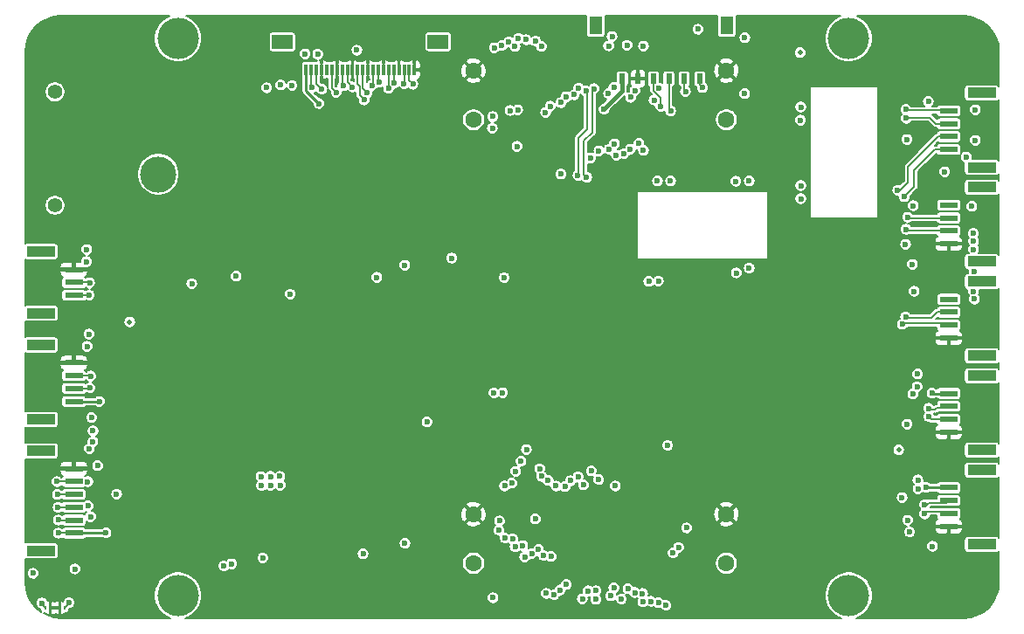
<source format=gbr>
%TF.GenerationSoftware,KiCad,Pcbnew,(5.1.8)-1*%
%TF.CreationDate,2021-06-12T11:00:54-04:00*%
%TF.ProjectId,pixc4-jetson-universal-carrier,70697863-342d-46a6-9574-736f6e2d756e,rev?*%
%TF.SameCoordinates,Original*%
%TF.FileFunction,Copper,L8,Bot*%
%TF.FilePolarity,Positive*%
%FSLAX46Y46*%
G04 Gerber Fmt 4.6, Leading zero omitted, Abs format (unit mm)*
G04 Created by KiCad (PCBNEW (5.1.8)-1) date 2021-06-12 11:00:54*
%MOMM*%
%LPD*%
G01*
G04 APERTURE LIST*
%TA.AperFunction,ComponentPad*%
%ADD10C,4.000000*%
%TD*%
%TA.AperFunction,ComponentPad*%
%ADD11C,1.600000*%
%TD*%
%TA.AperFunction,ComponentPad*%
%ADD12C,3.500000*%
%TD*%
%TA.AperFunction,ComponentPad*%
%ADD13R,3.500000X3.500000*%
%TD*%
%TA.AperFunction,ComponentPad*%
%ADD14C,1.400000*%
%TD*%
%TA.AperFunction,SMDPad,CuDef*%
%ADD15R,1.800000X0.600000*%
%TD*%
%TA.AperFunction,SMDPad,CuDef*%
%ADD16R,2.800000X1.000000*%
%TD*%
%TA.AperFunction,SMDPad,CuDef*%
%ADD17R,2.006600X1.346200*%
%TD*%
%TA.AperFunction,SMDPad,CuDef*%
%ADD18R,0.355600X1.041400*%
%TD*%
%TA.AperFunction,SMDPad,CuDef*%
%ADD19R,0.280000X0.430000*%
%TD*%
%TA.AperFunction,SMDPad,CuDef*%
%ADD20R,1.250000X1.800000*%
%TD*%
%TA.AperFunction,SMDPad,CuDef*%
%ADD21R,0.600000X1.000000*%
%TD*%
%TA.AperFunction,SMDPad,CuDef*%
%ADD22C,0.500000*%
%TD*%
%TA.AperFunction,ComponentPad*%
%ADD23C,5.400000*%
%TD*%
%TA.AperFunction,ComponentPad*%
%ADD24C,0.800000*%
%TD*%
%TA.AperFunction,ViaPad*%
%ADD25C,0.600000*%
%TD*%
%TA.AperFunction,Conductor*%
%ADD26C,0.381000*%
%TD*%
%TA.AperFunction,Conductor*%
%ADD27C,0.254000*%
%TD*%
%TA.AperFunction,Conductor*%
%ADD28C,0.203200*%
%TD*%
%TA.AperFunction,Conductor*%
%ADD29C,0.152400*%
%TD*%
%TA.AperFunction,Conductor*%
%ADD30C,0.100000*%
%TD*%
G04 APERTURE END LIST*
D10*
%TO.P,U5,*%
%TO.N,*%
X132105400Y-134734300D03*
X67105400Y-134734300D03*
X132105400Y-80734300D03*
X67105400Y-80734300D03*
%TD*%
D11*
%TO.P,J5,82*%
%TO.N,+5V*%
X120250000Y-88625000D03*
%TO.P,J5,81*%
X95750000Y-88625000D03*
%TO.P,J5,84*%
%TO.N,GND*%
X120250000Y-83875000D03*
%TO.P,J5,83*%
X95750000Y-83875000D03*
%TD*%
%TO.P,J6,82*%
%TO.N,+5V*%
X120250000Y-131625000D03*
%TO.P,J6,81*%
X95750000Y-131625000D03*
%TO.P,J6,84*%
%TO.N,GND*%
X120250000Y-126875000D03*
%TO.P,J6,83*%
X95750000Y-126875000D03*
%TD*%
D12*
%TO.P,J27,2*%
%TO.N,Net-(D1-Pad1)*%
X65194180Y-93920320D03*
D13*
%TO.P,J27,1*%
%TO.N,GND*%
X65194180Y-88920320D03*
D14*
%TO.P,J27,*%
%TO.N,*%
X55194180Y-96920320D03*
X55194180Y-85920320D03*
%TD*%
D15*
%TO.P,J24,1*%
%TO.N,PORT_VBUS_5*%
X141798240Y-124300320D03*
%TO.P,J24,2*%
%TO.N,USB5-*%
X141798240Y-125550320D03*
%TO.P,J24,3*%
%TO.N,USB5+*%
X141798240Y-126800320D03*
%TO.P,J24,4*%
%TO.N,GND*%
X141798240Y-128050320D03*
D16*
%TO.P,J24,*%
%TO.N,*%
X144998240Y-129775320D03*
X144998240Y-122575320D03*
%TD*%
D15*
%TO.P,J23,1*%
%TO.N,PORT_VBUS_4*%
X141798240Y-115165005D03*
%TO.P,J23,2*%
%TO.N,USB4-*%
X141798240Y-116415005D03*
%TO.P,J23,3*%
%TO.N,USB4+*%
X141798240Y-117665005D03*
%TO.P,J23,4*%
%TO.N,GND*%
X141798240Y-118915005D03*
D16*
%TO.P,J23,*%
%TO.N,*%
X144998240Y-120640005D03*
X144998240Y-113440005D03*
%TD*%
D15*
%TO.P,J22,1*%
%TO.N,PORT_VBUS_3*%
X141798240Y-106029690D03*
%TO.P,J22,2*%
%TO.N,USB3-*%
X141798240Y-107279690D03*
%TO.P,J22,3*%
%TO.N,USB3+*%
X141798240Y-108529690D03*
%TO.P,J22,4*%
%TO.N,GND*%
X141798240Y-109779690D03*
D16*
%TO.P,J22,*%
%TO.N,*%
X144998240Y-111504690D03*
X144998240Y-104304690D03*
%TD*%
D15*
%TO.P,J21,1*%
%TO.N,PORT_VBUS_2*%
X141798240Y-96894375D03*
%TO.P,J21,2*%
%TO.N,USB2-*%
X141798240Y-98144375D03*
%TO.P,J21,3*%
%TO.N,USB2+*%
X141798240Y-99394375D03*
%TO.P,J21,4*%
%TO.N,GND*%
X141798240Y-100644375D03*
D16*
%TO.P,J21,*%
%TO.N,*%
X144998240Y-102369375D03*
X144998240Y-95169375D03*
%TD*%
D15*
%TO.P,J18,1*%
%TO.N,+VDD_5V_PERIPH*%
X57020260Y-128698660D03*
%TO.P,J18,2*%
%TO.N,TELEM1_TX*%
X57020260Y-127448660D03*
%TO.P,J18,3*%
%TO.N,TELEM1_RX*%
X57020260Y-126198660D03*
%TO.P,J18,4*%
%TO.N,TELEM1_CTS*%
X57020260Y-124948660D03*
%TO.P,J18,5*%
%TO.N,TELEM1_RTS*%
X57020260Y-123698660D03*
%TO.P,J18,6*%
%TO.N,GND*%
X57020260Y-122448660D03*
D16*
%TO.P,J18,*%
%TO.N,*%
X53820260Y-120723660D03*
X53820260Y-130423660D03*
%TD*%
D15*
%TO.P,J17,1*%
%TO.N,+VDD_5V_PERIPH*%
X57020260Y-115937640D03*
%TO.P,J17,2*%
%TO.N,CAN_H_2+*%
X57020260Y-114687640D03*
%TO.P,J17,3*%
%TO.N,CAN_L_2-*%
X57020260Y-113437640D03*
%TO.P,J17,4*%
%TO.N,GND*%
X57020260Y-112187640D03*
D16*
%TO.P,J17,*%
%TO.N,*%
X53820260Y-110462640D03*
X53820260Y-117662640D03*
%TD*%
D15*
%TO.P,J9,1*%
%TO.N,ETH_SPARE_RX_POSTMAG_P*%
X141798240Y-87759060D03*
%TO.P,J9,2*%
%TO.N,ETH_SPARE_RX_POSTMAG_N*%
X141798240Y-89009060D03*
%TO.P,J9,3*%
%TO.N,ETH_SPARE_TX_POSTMAG_P*%
X141798240Y-90259060D03*
%TO.P,J9,4*%
%TO.N,ETH_SPARE_TX_POSTMAG_N*%
X141798240Y-91509060D03*
D16*
%TO.P,J9,*%
%TO.N,*%
X144998240Y-93234060D03*
X144998240Y-86034060D03*
%TD*%
D17*
%TO.P,J8,24*%
%TO.N,N/C*%
X92322500Y-81077480D03*
%TO.P,J8,23*%
X77222500Y-81077480D03*
D18*
%TO.P,J8,1*%
%TO.N,GND*%
X90022500Y-83777480D03*
%TO.P,J8,2*%
%TO.N,CAM1_D0_N*%
X89522501Y-83777480D03*
%TO.P,J8,3*%
%TO.N,CAM1_D0_P*%
X89022499Y-83777480D03*
%TO.P,J8,4*%
%TO.N,GND*%
X88522500Y-83777480D03*
%TO.P,J8,5*%
%TO.N,CAM1_D1_N*%
X88022501Y-83777480D03*
%TO.P,J8,6*%
%TO.N,CAM1_D1_P*%
X87522500Y-83777480D03*
%TO.P,J8,7*%
%TO.N,GND*%
X87022501Y-83777480D03*
%TO.P,J8,8*%
%TO.N,CAM1_C_N*%
X86522499Y-83777480D03*
%TO.P,J8,9*%
%TO.N,CAM1_C_P*%
X86022500Y-83777480D03*
%TO.P,J8,10*%
%TO.N,GND*%
X85522501Y-83777480D03*
%TO.P,J8,11*%
%TO.N,CAM1_D2_N*%
X85022500Y-83777480D03*
%TO.P,J8,12*%
%TO.N,CAM1_D2_P*%
X84522500Y-83777480D03*
%TO.P,J8,13*%
%TO.N,GND*%
X84022499Y-83777480D03*
%TO.P,J8,14*%
%TO.N,CAM1_D3_N*%
X83522500Y-83777480D03*
%TO.P,J8,15*%
%TO.N,CAM1_D3_P*%
X83022501Y-83777480D03*
%TO.P,J8,16*%
%TO.N,GND*%
X82522499Y-83777480D03*
%TO.P,J8,17*%
%TO.N,CAM_GPIO*%
X82022500Y-83777480D03*
%TO.P,J8,18*%
%TO.N,N/C*%
X81522499Y-83777480D03*
%TO.P,J8,19*%
%TO.N,GND*%
X81022500Y-83777480D03*
%TO.P,J8,20*%
%TO.N,CAM_SCL0*%
X80522501Y-83777480D03*
%TO.P,J8,21*%
%TO.N,CAM_SDA0*%
X80022499Y-83777480D03*
%TO.P,J8,22*%
%TO.N,3V3_SYS*%
X79522500Y-83777480D03*
%TD*%
D15*
%TO.P,J7,1*%
%TO.N,XAVIER_CONSOLE_RX_IN*%
X57020260Y-105651620D03*
%TO.P,J7,2*%
%TO.N,XAVIER_CONSOLE_TX_OUT*%
X57020260Y-104401620D03*
%TO.P,J7,3*%
%TO.N,GND*%
X57020260Y-103151620D03*
D16*
%TO.P,J7,*%
%TO.N,*%
X53820260Y-101401620D03*
X53820260Y-107401620D03*
%TD*%
D19*
%TO.P,R17,1*%
%TO.N,Net-(D5-Pad1)*%
X56146000Y-135940800D03*
%TO.P,R17,2*%
%TO.N,GND*%
X55626000Y-135940800D03*
%TD*%
%TO.P,R16,1*%
%TO.N,Net-(D4-Pad1)*%
X54241700Y-135966200D03*
%TO.P,R16,2*%
%TO.N,GND*%
X54761700Y-135966200D03*
%TD*%
D20*
%TO.P,J14,8*%
%TO.N,N/C*%
X107571700Y-79453740D03*
%TO.P,J14,7*%
X120281700Y-79453740D03*
D21*
%TO.P,J14,1*%
%TO.N,+BATT*%
X110176700Y-84643740D03*
%TO.P,J14,2*%
%TO.N,GND*%
X111676700Y-84643740D03*
%TO.P,J14,3*%
%TO.N,ETH_RADIO_RX_POSTMAG_P*%
X113176700Y-84643740D03*
%TO.P,J14,4*%
%TO.N,ETH_RADIO_RX_POSTMAG_N*%
X114676700Y-84643740D03*
%TO.P,J14,5*%
%TO.N,ETH_RADIO_TX_POSTMAG_P*%
X116176700Y-84643740D03*
%TO.P,J14,6*%
%TO.N,ETH_RADIO_TX_POSTMAG_N*%
X117676700Y-84643740D03*
%TD*%
D22*
%TO.P,FID6,~*%
%TO.N,N/C*%
X136956800Y-120637300D03*
%TD*%
%TO.P,FID5,~*%
%TO.N,N/C*%
X62433200Y-108229400D03*
%TD*%
%TO.P,FID3,~*%
%TO.N,N/C*%
X127406400Y-82118200D03*
%TD*%
D23*
%TO.P,J4,1*%
%TO.N,GND*%
X137500000Y-133750000D03*
D24*
X139525000Y-133750000D03*
X138931891Y-135181891D03*
X137500000Y-135775000D03*
X136068109Y-135181891D03*
X135475000Y-133750000D03*
X136068109Y-132318109D03*
X137500000Y-131725000D03*
X138931891Y-132318109D03*
%TD*%
D23*
%TO.P,J3,1*%
%TO.N,GND*%
X137500000Y-81750000D03*
D24*
X139525000Y-81750000D03*
X138931891Y-83181891D03*
X137500000Y-83775000D03*
X136068109Y-83181891D03*
X135475000Y-81750000D03*
X136068109Y-80318109D03*
X137500000Y-79725000D03*
X138931891Y-80318109D03*
%TD*%
D23*
%TO.P,J2,1*%
%TO.N,GND*%
X61500000Y-133750000D03*
D24*
X63525000Y-133750000D03*
X62931891Y-135181891D03*
X61500000Y-135775000D03*
X60068109Y-135181891D03*
X59475000Y-133750000D03*
X60068109Y-132318109D03*
X61500000Y-131725000D03*
X62931891Y-132318109D03*
%TD*%
D23*
%TO.P,J1,1*%
%TO.N,GND*%
X61500000Y-81750000D03*
D24*
X63525000Y-81750000D03*
X62931891Y-83181891D03*
X61500000Y-83775000D03*
X60068109Y-83181891D03*
X59475000Y-81750000D03*
X60068109Y-80318109D03*
X61500000Y-79725000D03*
X62931891Y-80318109D03*
%TD*%
D25*
%TO.N,GND*%
X145694400Y-89662000D03*
X76085700Y-103860600D03*
X74917300Y-103886000D03*
X75463400Y-103035100D03*
X76009500Y-102108000D03*
X74968100Y-102108000D03*
X125082300Y-89471500D03*
X95872300Y-100393500D03*
X96913700Y-100393500D03*
X95821500Y-102171500D03*
X96367600Y-101320600D03*
X96989900Y-102146100D03*
X127000000Y-91706700D03*
X104228900Y-81216500D03*
X68478400Y-84251800D03*
X74777600Y-86728300D03*
X68491100Y-88646000D03*
X71932800Y-85877400D03*
X61269880Y-102707440D03*
X63068200Y-98907600D03*
X64833500Y-108394500D03*
X63911480Y-116591080D03*
X64211200Y-123101100D03*
X85331300Y-101638100D03*
X84467700Y-96405700D03*
X73596500Y-96964500D03*
X95135700Y-96304100D03*
X108140500Y-109562900D03*
X105752900Y-116827300D03*
X115887500Y-116471700D03*
X119265700Y-108242100D03*
X133604000Y-112712500D03*
X133096000Y-123609100D03*
X143357600Y-81673700D03*
X125920500Y-80098900D03*
X111175800Y-124358400D03*
X111988600Y-124409200D03*
X144322800Y-92281658D03*
X144132300Y-96139000D03*
X100470990Y-127500292D03*
X104250005Y-127336658D03*
X105501442Y-131211610D03*
X107858560Y-87055960D03*
X138506200Y-95930720D03*
X137105181Y-99939699D03*
X131394200Y-102895400D03*
X128727200Y-100545900D03*
X125488700Y-101498400D03*
X129616200Y-107340400D03*
X126504700Y-105625900D03*
X109994700Y-116166900D03*
X135077200Y-119532400D03*
X129489200Y-123596400D03*
X127838200Y-135089900D03*
X127012700Y-127469900D03*
X83324700Y-117182900D03*
X86499700Y-122834400D03*
X79324200Y-122707400D03*
X80848200Y-127215900D03*
X89039700Y-127215900D03*
X71259700Y-135343900D03*
X65671700Y-130644900D03*
X63068200Y-105371900D03*
X64147700Y-84797900D03*
X69291200Y-96926400D03*
X87896700Y-108292900D03*
X111772700Y-106514900D03*
X108280200Y-95783400D03*
X127965200Y-119405400D03*
X143522700Y-134454900D03*
X55003700Y-80924400D03*
X122694700Y-123532900D03*
X120599200Y-115531900D03*
X106311700Y-107149900D03*
X109042200Y-104609900D03*
X133870700Y-100164900D03*
X115201700Y-91528900D03*
%TO.N,+BATT*%
X104216200Y-93891100D03*
X108394500Y-87604600D03*
X86372700Y-103911400D03*
X75336400Y-131114800D03*
%TO.N,+VDD_SERVO*%
X138447085Y-105261985D03*
X116398040Y-128188720D03*
%TO.N,+5V*%
X75692000Y-85521800D03*
X85051900Y-130721100D03*
X75184000Y-124091700D03*
X76098400Y-124079000D03*
X77012800Y-124066300D03*
X76987400Y-123202700D03*
X75158600Y-123228100D03*
X76073000Y-123215400D03*
X68453000Y-104521000D03*
X53073300Y-132600700D03*
%TO.N,3V3_SYS*%
X80759300Y-87058500D03*
X117500399Y-79844901D03*
%TO.N,USB2-*%
X113739846Y-85542562D03*
X137827849Y-98077721D03*
%TO.N,USB2+*%
X113247673Y-86721805D03*
X137662326Y-99252751D03*
%TO.N,PORT_VBUS_2*%
X112217200Y-81483200D03*
X141798240Y-96894375D03*
%TO.N,USB3-*%
X111391700Y-85801200D03*
X137627360Y-107741720D03*
%TO.N,USB3+*%
X110964548Y-86451214D03*
X137302240Y-108452920D03*
%TO.N,PORT_VBUS_3*%
X110629700Y-81407000D03*
X141798240Y-106029690D03*
%TO.N,USB4-*%
X109346858Y-85491485D03*
X139856278Y-116600960D03*
%TO.N,USB4+*%
X139856278Y-117408670D03*
X108828756Y-86085854D03*
%TO.N,PORT_VBUS_4*%
X140182600Y-115125500D03*
X108846325Y-81465125D03*
%TO.N,USB5-*%
X107416600Y-85623400D03*
X139471400Y-125948160D03*
X106717290Y-94201401D03*
%TO.N,USB5+*%
X106667299Y-85832063D03*
X139471400Y-126832640D03*
X105869460Y-94030800D03*
%TO.N,PORT_VBUS_5*%
X139598400Y-124256800D03*
X109181900Y-80556100D03*
X122034300Y-80683100D03*
X122022166Y-86105898D03*
%TO.N,ETH_RADIO_TX_N*%
X102335801Y-81514220D03*
X122455940Y-103014780D03*
%TO.N,ETH_RADIO_TX_P*%
X101762681Y-81001322D03*
X121208800Y-103479600D03*
%TO.N,ETH_RADIO_RX_N*%
X100850700Y-80860900D03*
X112731920Y-104299120D03*
%TO.N,ETH_RADIO_RX_P*%
X100109878Y-80729344D03*
X113670484Y-104274216D03*
%TO.N,ETH_SPARE_RX_P*%
X99767855Y-81528576D03*
X127464830Y-87396310D03*
%TO.N,ETH_SPARE_RX_N*%
X99160706Y-81084172D03*
X127429765Y-88671400D03*
%TO.N,ETH_SPARE_TX_P*%
X98494149Y-81433207D03*
X127464810Y-95016330D03*
%TO.N,ETH_SPARE_TX_N*%
X97775407Y-81655767D03*
X127464813Y-96286327D03*
%TO.N,XAVIER_CONSOLE_TX_OUT*%
X97612200Y-88315800D03*
X58547000Y-104432100D03*
%TO.N,XAVIER_CONSOLE_RX_IN*%
X58508900Y-105625900D03*
X97574100Y-89458800D03*
%TO.N,FMU_I2C_1_SDA*%
X103746300Y-124129800D03*
X59324242Y-122174000D03*
%TO.N,FMU_I2C_1_SCL*%
X102990943Y-123611586D03*
X58518921Y-120522869D03*
%TO.N,GPS1_RX*%
X102359445Y-123202521D03*
X58860348Y-119852383D03*
%TO.N,GPS1_TX*%
X58877200Y-118795800D03*
X102171310Y-122474010D03*
%TO.N,+VDD_5V_PERIPH*%
X144246600Y-103352288D03*
X144180128Y-99641634D03*
X98272600Y-127520700D03*
X101750008Y-127336657D03*
X55511700Y-128701800D03*
X97637600Y-134967668D03*
X58740040Y-117495320D03*
X112127789Y-134558761D03*
X110073440Y-135097520D03*
X106299000Y-135082280D03*
X107604551Y-135117831D03*
X140221660Y-129980380D03*
X60126880Y-128671320D03*
X59496960Y-115935760D03*
%TO.N,BATT_VOLTAGE_SENS_PROT*%
X115627082Y-130095237D03*
X58269562Y-101210800D03*
%TO.N,BATT_CURRENT_SENS_PROT*%
X115087400Y-130619500D03*
X58242200Y-102382320D03*
%TO.N,FMU-CH1-PROT*%
X143484600Y-92240100D03*
X102526010Y-130871221D03*
%TO.N,IO-CH8-PROT*%
X144373600Y-90627200D03*
X102039609Y-130297168D03*
%TO.N,IO-CH7-PROT*%
X144373600Y-87668100D03*
X101388155Y-130673640D03*
%TO.N,IO-CH6-PROT*%
X138275161Y-102645571D03*
X100716370Y-131012503D03*
%TO.N,IO-CH5-PROT*%
X100519283Y-129909783D03*
X137617200Y-100700840D03*
%TO.N,IO-CH4-PROT*%
X138363195Y-96967805D03*
X99776570Y-130030207D03*
%TO.N,IO-CH3-PROT*%
X141401842Y-93675227D03*
X99544316Y-129257257D03*
%TO.N,IO-CH2-PROT*%
X98796130Y-129177622D03*
X137748135Y-90544864D03*
%TO.N,IO-CH1-PROT*%
X98209100Y-128422400D03*
X139823041Y-86846559D03*
%TO.N,ETH_RADIO_TX_POSTMAG_N*%
X117936501Y-85499521D03*
X122455936Y-94569284D03*
%TO.N,ETH_RADIO_TX_POSTMAG_P*%
X116285922Y-85888732D03*
X121158505Y-94596715D03*
%TO.N,ETH_RADIO_RX_POSTMAG_N*%
X114835940Y-94569280D03*
X114854010Y-87768988D03*
%TO.N,ETH_RADIO_RX_POSTMAG_P*%
X113565940Y-94569280D03*
X113896645Y-87334855D03*
%TO.N,ETH_SPARE_TX_POSTMAG_N*%
X137493245Y-96097855D03*
%TO.N,ETH_SPARE_TX_POSTMAG_P*%
X136857296Y-95461907D03*
%TO.N,ETH_SPARE_RX_POSTMAG_N*%
X137680700Y-88480900D03*
%TO.N,ETH_SPARE_RX_POSTMAG_P*%
X137655300Y-87617300D03*
%TO.N,Net-(C20-Pad1)*%
X98717100Y-103936800D03*
X93636840Y-102044400D03*
%TO.N,Net-(D4-Pad1)*%
X53924200Y-135483600D03*
%TO.N,Net-(C21-Pad1)*%
X77978000Y-105537000D03*
X72752960Y-103794460D03*
%TO.N,+5V_FMU*%
X109499400Y-124129800D03*
X89090500Y-102730300D03*
X91236800Y-117919500D03*
X57124600Y-132181600D03*
X97726500Y-115112800D03*
X114554000Y-120197546D03*
X98557080Y-115097560D03*
X89103200Y-129692400D03*
%TO.N,Net-(D5-Pad1)*%
X56553100Y-135445500D03*
%TO.N,IRID_ON_OFF_3.3*%
X77050900Y-85255100D03*
X112217200Y-91605100D03*
%TO.N,IRID_TX_IN_3.3*%
X78155800Y-85305900D03*
X111772710Y-90930419D03*
%TO.N,IRID_RING_3.3*%
X79425800Y-82245200D03*
X110944111Y-91478100D03*
%TO.N,IRID_NA_3.3*%
X80657700Y-82270600D03*
X110326413Y-91907702D03*
%TO.N,IRID_RX_OUT_3.3*%
X109590480Y-92064262D03*
X84442300Y-81876900D03*
%TO.N,CAM1_D2_N*%
X109409465Y-90959095D03*
X85420200Y-86004400D03*
%TO.N,CAM1_D2_P*%
X108877100Y-91490800D03*
X85151489Y-86707183D03*
%TO.N,CAM1_D3_N*%
X84010500Y-85445600D03*
X107899200Y-91643200D03*
%TO.N,CAM1_D3_P*%
X107087969Y-92349610D03*
X83096100Y-85344000D03*
%TO.N,CAM1_D0_N*%
X89877900Y-85178900D03*
X105933786Y-85573315D03*
%TO.N,CAM1_D0_P*%
X105498900Y-86194900D03*
X89001600Y-85140800D03*
%TO.N,CAM1_C_N*%
X104731809Y-86399379D03*
X86575900Y-84950300D03*
%TO.N,CAM1_C_P*%
X104216200Y-86956900D03*
X85902932Y-85286784D03*
%TO.N,CAM1_D1_N*%
X103190900Y-87314458D03*
X88074965Y-85065452D03*
%TO.N,CAM1_D1_P*%
X102730300Y-87909400D03*
X87515700Y-85568772D03*
%TO.N,CAM_GPIO*%
X99961700Y-91211400D03*
X82448400Y-85966300D03*
%TO.N,CAM_SCL0*%
X100038766Y-87667234D03*
X81051400Y-85661500D03*
%TO.N,CAM_SDA0*%
X99289523Y-87736219D03*
X80086200Y-85496400D03*
%TO.N,RC_INPUT*%
X107873800Y-123510040D03*
X58491120Y-109407960D03*
%TO.N,+VDD_5V_RADIO*%
X107177840Y-122682000D03*
X58301380Y-110599980D03*
%TO.N,BUZZER_OUT*%
X106407958Y-124035555D03*
X58643481Y-127110191D03*
%TO.N,SAFETY_VDD*%
X105882440Y-123240800D03*
X58390511Y-126052980D03*
%TO.N,~SAFETY_SWITCH_LED_OUT*%
X105151715Y-123620506D03*
X61165740Y-124929900D03*
%TO.N,SAFETY_SWITCH_IN*%
X104632470Y-124203724D03*
X58372688Y-123714160D03*
%TO.N,SPI5_CS2_EXTERNAL1*%
X100882020Y-120606906D03*
X138816080Y-123550680D03*
%TO.N,SPI5_CS1_EXTERNAL1*%
X100355398Y-121729500D03*
X138821160Y-124419360D03*
%TO.N,SPI5_MOSI_EXTERNAL1*%
X99834700Y-122720100D03*
X137271844Y-125252396D03*
%TO.N,SPI5_MISO_EXTERNAL1*%
X99468339Y-123867183D03*
X137825480Y-127452120D03*
%TO.N,SPI5_SCK_EXTERNAL1*%
X137998200Y-128587500D03*
X98765049Y-124134590D03*
%TO.N,TELEM1_TX*%
X55511700Y-127431800D03*
X114385281Y-135702275D03*
%TO.N,TELEM1_RX*%
X55486300Y-126212600D03*
X113671026Y-135465711D03*
%TO.N,TELEM1_CTS*%
X55422800Y-124955300D03*
X112932693Y-135320835D03*
%TO.N,TELEM1_RTS*%
X55384700Y-123710700D03*
X112148676Y-135357284D03*
%TO.N,CAN_L_1-*%
X144208500Y-101193600D03*
X111381030Y-134466700D03*
%TO.N,CAN_H_1+*%
X144208500Y-100393500D03*
X110724418Y-134099300D03*
%TO.N,CAN_L_2-*%
X58643520Y-113477040D03*
X72303104Y-131690375D03*
X109353649Y-134008460D03*
%TO.N,CAN_H_2+*%
X58577480Y-114614960D03*
X109047280Y-134777480D03*
X71552148Y-131880385D03*
%TO.N,FMU_I2C_2_SDA*%
X144297400Y-106006900D03*
X107610456Y-134289770D03*
%TO.N,FMU_I2C_2_SCL*%
X144200676Y-105260742D03*
X106858090Y-134298105D03*
%TO.N,FMU-CH6-PROT*%
X138775440Y-113284000D03*
X104734650Y-133684532D03*
%TO.N,FMU-CH5-PROT*%
X138744960Y-114518440D03*
X104140290Y-134213688D03*
%TO.N,FMU-CH4-PROT*%
X103548204Y-134683445D03*
X138315700Y-115214400D03*
%TO.N,FMU-CH3-PROT*%
X102808149Y-134547695D03*
X137754360Y-118150640D03*
%TO.N,FMU-CH2-PROT*%
X144043400Y-97015300D03*
X103270711Y-130978665D03*
%TD*%
D26*
%TO.N,+BATT*%
X110176700Y-84643740D02*
X110176700Y-85822400D01*
X110176700Y-85822400D02*
X108394500Y-87604600D01*
D27*
%TO.N,3V3_SYS*%
X79522500Y-83777480D02*
X79522500Y-85821700D01*
X79522500Y-85821700D02*
X80759300Y-87058500D01*
D28*
%TO.N,USB2-*%
X137894503Y-98144375D02*
X137827849Y-98077721D01*
X141798240Y-98144375D02*
X137894503Y-98144375D01*
%TO.N,USB2+*%
X137803950Y-99394375D02*
X137662326Y-99252751D01*
X141798240Y-99394375D02*
X137803950Y-99394375D01*
%TO.N,USB3-*%
X141798240Y-107279690D02*
X140670030Y-107279690D01*
X140670030Y-107279690D02*
X140152120Y-107797600D01*
X140152120Y-107797600D02*
X137683240Y-107797600D01*
X137683240Y-107797600D02*
X137627360Y-107741720D01*
%TO.N,USB3+*%
X137393680Y-108361480D02*
X137302240Y-108452920D01*
X141630030Y-108361480D02*
X137393680Y-108361480D01*
X141798240Y-108529690D02*
X141630030Y-108361480D01*
%TO.N,USB4-*%
X139955618Y-116700300D02*
X139856278Y-116600960D01*
X140487400Y-116700300D02*
X139955618Y-116700300D01*
X140589000Y-116598700D02*
X140487400Y-116700300D01*
X141614545Y-116598700D02*
X140589000Y-116598700D01*
X141798240Y-116415005D02*
X141614545Y-116598700D01*
%TO.N,USB4+*%
X141798240Y-117665005D02*
X140112613Y-117665005D01*
X140112613Y-117665005D02*
X139856278Y-117408670D01*
D27*
%TO.N,PORT_VBUS_4*%
X140222105Y-115165005D02*
X140182600Y-115125500D01*
X141798240Y-115165005D02*
X140222105Y-115165005D01*
D28*
%TO.N,USB5-*%
X141798240Y-125550320D02*
X141593160Y-125755400D01*
X139858956Y-125755400D02*
X139666196Y-125948160D01*
X141593160Y-125755400D02*
X139858956Y-125755400D01*
X139666196Y-125948160D02*
X139471400Y-125948160D01*
X106449112Y-93933223D02*
X106717290Y-94201401D01*
X106449112Y-90667588D02*
X106449112Y-93933223D01*
X107251500Y-89865200D02*
X106449112Y-90667588D01*
X107251500Y-85788500D02*
X107251500Y-89865200D01*
X107416600Y-85623400D02*
X107251500Y-85788500D01*
%TO.N,USB5+*%
X106667299Y-85832063D02*
X106718100Y-85882864D01*
X106718100Y-89583858D02*
X105918000Y-90383958D01*
X105918000Y-90383958D02*
X105918000Y-93982260D01*
X106718100Y-85882864D02*
X106718100Y-89583858D01*
X105918000Y-93982260D02*
X105869460Y-94030800D01*
X141798240Y-126800320D02*
X141591520Y-126593600D01*
X139710440Y-126593600D02*
X139471400Y-126832640D01*
X141591520Y-126593600D02*
X139710440Y-126593600D01*
D27*
%TO.N,PORT_VBUS_5*%
X139641920Y-124300320D02*
X139598400Y-124256800D01*
X141798240Y-124300320D02*
X139641920Y-124300320D01*
D29*
%TO.N,XAVIER_CONSOLE_TX_OUT*%
X58516520Y-104401620D02*
X58547000Y-104432100D01*
X57020260Y-104401620D02*
X58516520Y-104401620D01*
%TO.N,XAVIER_CONSOLE_RX_IN*%
X58483180Y-105651620D02*
X58508900Y-105625900D01*
X57020260Y-105651620D02*
X58483180Y-105651620D01*
%TO.N,+VDD_5V_PERIPH*%
X55514840Y-128698660D02*
X55511700Y-128701800D01*
X57020260Y-128698660D02*
X55514840Y-128698660D01*
D27*
X57020260Y-128698660D02*
X60099540Y-128698660D01*
X60099540Y-128698660D02*
X60126880Y-128671320D01*
X57020260Y-115937640D02*
X59495080Y-115937640D01*
X59495080Y-115937640D02*
X59496960Y-115935760D01*
D29*
%TO.N,ETH_RADIO_TX_POSTMAG_N*%
X117676700Y-85239720D02*
X117936501Y-85499521D01*
X117676700Y-84643740D02*
X117676700Y-85239720D01*
%TO.N,ETH_RADIO_TX_POSTMAG_P*%
X116176700Y-85779510D02*
X116285922Y-85888732D01*
X116176700Y-84643740D02*
X116176700Y-85779510D01*
%TO.N,ETH_RADIO_RX_POSTMAG_N*%
X114676700Y-87591678D02*
X114854010Y-87768988D01*
X114676700Y-84643740D02*
X114676700Y-87591678D01*
%TO.N,ETH_RADIO_RX_POSTMAG_P*%
X113176700Y-84643740D02*
X113176700Y-85799338D01*
X113176700Y-85799338D02*
X113896645Y-86519283D01*
X113896645Y-86519283D02*
X113896645Y-87334855D01*
%TO.N,ETH_SPARE_TX_POSTMAG_N*%
X138455400Y-95135700D02*
X137493245Y-96097855D01*
X138455400Y-93510100D02*
X138455400Y-95135700D01*
X140456440Y-91509060D02*
X138455400Y-93510100D01*
X141798240Y-91509060D02*
X140456440Y-91509060D01*
%TO.N,ETH_SPARE_TX_POSTMAG_P*%
X137833100Y-94729300D02*
X137100493Y-95461907D01*
X137833100Y-93192600D02*
X137833100Y-94729300D01*
X137100493Y-95461907D02*
X136857296Y-95461907D01*
X140766640Y-90259060D02*
X137833100Y-93192600D01*
X141798240Y-90259060D02*
X140766640Y-90259060D01*
%TO.N,ETH_SPARE_RX_POSTMAG_N*%
X137744200Y-88417400D02*
X137680700Y-88480900D01*
X139966700Y-88417400D02*
X137744200Y-88417400D01*
X140558360Y-89009060D02*
X139966700Y-88417400D01*
X141798240Y-89009060D02*
X140558360Y-89009060D01*
%TO.N,ETH_SPARE_RX_POSTMAG_P*%
X137756900Y-87718900D02*
X137655300Y-87617300D01*
X141758080Y-87718900D02*
X137756900Y-87718900D01*
X141798240Y-87759060D02*
X141758080Y-87718900D01*
%TO.N,Net-(D4-Pad1)*%
X53924200Y-135648700D02*
X54241700Y-135966200D01*
X53924200Y-135483600D02*
X53924200Y-135648700D01*
%TO.N,Net-(D5-Pad1)*%
X56553100Y-135533700D02*
X56146000Y-135940800D01*
X56553100Y-135445500D02*
X56553100Y-135533700D01*
%TO.N,CAM1_D2_N*%
X85022500Y-85606700D02*
X85420200Y-86004400D01*
X85022500Y-83777480D02*
X85022500Y-85606700D01*
%TO.N,CAM1_D2_P*%
X84717690Y-86273384D02*
X85151489Y-86707183D01*
X84522500Y-83777480D02*
X84522500Y-85175270D01*
X84522500Y-85175270D02*
X84717690Y-85370460D01*
X84717690Y-85370460D02*
X84717690Y-86273384D01*
%TO.N,CAM1_D3_N*%
X83522500Y-84957600D02*
X84010500Y-85445600D01*
X83522500Y-83777480D02*
X83522500Y-84957600D01*
%TO.N,CAM1_D3_P*%
X83022501Y-83777480D02*
X83022501Y-85270401D01*
X83022501Y-85270401D02*
X83096100Y-85344000D01*
%TO.N,CAM1_D0_N*%
X89522501Y-84823501D02*
X89877900Y-85178900D01*
X89522501Y-83777480D02*
X89522501Y-84823501D01*
%TO.N,CAM1_D0_P*%
X89022499Y-85119901D02*
X89001600Y-85140800D01*
X89022499Y-83777480D02*
X89022499Y-85119901D01*
%TO.N,CAM1_C_N*%
X86522499Y-83777480D02*
X86522499Y-84896899D01*
X86522499Y-84896899D02*
X86575900Y-84950300D01*
%TO.N,CAM1_C_P*%
X86022500Y-85167216D02*
X85902932Y-85286784D01*
X86022500Y-83777480D02*
X86022500Y-85167216D01*
%TO.N,CAM1_D1_N*%
X88022501Y-83777480D02*
X88022501Y-85012988D01*
X88022501Y-85012988D02*
X88074965Y-85065452D01*
%TO.N,CAM1_D1_P*%
X87522500Y-83777480D02*
X87522500Y-85561972D01*
X87522500Y-85561972D02*
X87515700Y-85568772D01*
%TO.N,CAM_GPIO*%
X82022500Y-85540400D02*
X82448400Y-85966300D01*
X82022500Y-83777480D02*
X82022500Y-85540400D01*
%TO.N,CAM_SCL0*%
X80522501Y-83777480D02*
X80522501Y-85132601D01*
X80522501Y-85132601D02*
X81051400Y-85661500D01*
%TO.N,CAM_SDA0*%
X80022499Y-83777480D02*
X80022499Y-85432699D01*
X80022499Y-85432699D02*
X80086200Y-85496400D01*
%TO.N,TELEM1_TX*%
X55528560Y-127448660D02*
X55511700Y-127431800D01*
X57020260Y-127448660D02*
X55528560Y-127448660D01*
%TO.N,TELEM1_RX*%
X55500240Y-126198660D02*
X55486300Y-126212600D01*
X57020260Y-126198660D02*
X55500240Y-126198660D01*
%TO.N,TELEM1_CTS*%
X55429440Y-124948660D02*
X55422800Y-124955300D01*
X57020260Y-124948660D02*
X55429440Y-124948660D01*
%TO.N,TELEM1_RTS*%
X55396740Y-123698660D02*
X55384700Y-123710700D01*
X57020260Y-123698660D02*
X55396740Y-123698660D01*
%TO.N,CAN_L_2-*%
X58604120Y-113437640D02*
X58643520Y-113477040D01*
X57020260Y-113437640D02*
X58604120Y-113437640D01*
%TO.N,CAN_H_2+*%
X58504800Y-114687640D02*
X58577480Y-114614960D01*
X57020260Y-114687640D02*
X58504800Y-114687640D01*
%TD*%
D28*
%TO.N,GND*%
X66013668Y-78691813D02*
X65636176Y-78944045D01*
X65315145Y-79265076D01*
X65062913Y-79642568D01*
X64889172Y-80062015D01*
X64800600Y-80507297D01*
X64800600Y-80961303D01*
X64889172Y-81406585D01*
X65062913Y-81826032D01*
X65315145Y-82203524D01*
X65636176Y-82524555D01*
X66013668Y-82776787D01*
X66433115Y-82950528D01*
X66878397Y-83039100D01*
X67332403Y-83039100D01*
X67777685Y-82950528D01*
X68197132Y-82776787D01*
X68574624Y-82524555D01*
X68895655Y-82203524D01*
X68907610Y-82185632D01*
X78821000Y-82185632D01*
X78821000Y-82304768D01*
X78844242Y-82421614D01*
X78889834Y-82531680D01*
X78956021Y-82630737D01*
X79040263Y-82714979D01*
X79139320Y-82781166D01*
X79249386Y-82826758D01*
X79366232Y-82850000D01*
X79485368Y-82850000D01*
X79602214Y-82826758D01*
X79712280Y-82781166D01*
X79811337Y-82714979D01*
X79895579Y-82630737D01*
X79961766Y-82531680D01*
X80007358Y-82421614D01*
X80030600Y-82304768D01*
X80030600Y-82185632D01*
X80007358Y-82068786D01*
X79961766Y-81958720D01*
X79895579Y-81859663D01*
X79811337Y-81775421D01*
X79712280Y-81709234D01*
X79602214Y-81663642D01*
X79485368Y-81640400D01*
X79366232Y-81640400D01*
X79249386Y-81663642D01*
X79139320Y-81709234D01*
X79040263Y-81775421D01*
X78956021Y-81859663D01*
X78889834Y-81958720D01*
X78844242Y-82068786D01*
X78821000Y-82185632D01*
X68907610Y-82185632D01*
X69147887Y-81826032D01*
X69321628Y-81406585D01*
X69410200Y-80961303D01*
X69410200Y-80507297D01*
X69389729Y-80404380D01*
X75912926Y-80404380D01*
X75912926Y-81750580D01*
X75918811Y-81810331D01*
X75936240Y-81867786D01*
X75964542Y-81920737D01*
X76002632Y-81967148D01*
X76049043Y-82005238D01*
X76101994Y-82033540D01*
X76159449Y-82050969D01*
X76219200Y-82056854D01*
X78225800Y-82056854D01*
X78285551Y-82050969D01*
X78343006Y-82033540D01*
X78395957Y-82005238D01*
X78442368Y-81967148D01*
X78480458Y-81920737D01*
X78508760Y-81867786D01*
X78526189Y-81810331D01*
X78532074Y-81750580D01*
X78532074Y-80404380D01*
X91012926Y-80404380D01*
X91012926Y-81750580D01*
X91018811Y-81810331D01*
X91036240Y-81867786D01*
X91064542Y-81920737D01*
X91102632Y-81967148D01*
X91149043Y-82005238D01*
X91201994Y-82033540D01*
X91259449Y-82050969D01*
X91319200Y-82056854D01*
X93325800Y-82056854D01*
X93385551Y-82050969D01*
X93443006Y-82033540D01*
X93495957Y-82005238D01*
X93542368Y-81967148D01*
X93580458Y-81920737D01*
X93608760Y-81867786D01*
X93626189Y-81810331D01*
X93632074Y-81750580D01*
X93632074Y-81596199D01*
X97170607Y-81596199D01*
X97170607Y-81715335D01*
X97193849Y-81832181D01*
X97239441Y-81942247D01*
X97305628Y-82041304D01*
X97389870Y-82125546D01*
X97488927Y-82191733D01*
X97598993Y-82237325D01*
X97715839Y-82260567D01*
X97834975Y-82260567D01*
X97951821Y-82237325D01*
X98061887Y-82191733D01*
X98160944Y-82125546D01*
X98245186Y-82041304D01*
X98274801Y-81996981D01*
X98317735Y-82014765D01*
X98434581Y-82038007D01*
X98553717Y-82038007D01*
X98670563Y-82014765D01*
X98780629Y-81969173D01*
X98879686Y-81902986D01*
X98963928Y-81818744D01*
X99030115Y-81719687D01*
X99047276Y-81678258D01*
X99101138Y-81688972D01*
X99183111Y-81688972D01*
X99186297Y-81704990D01*
X99231889Y-81815056D01*
X99298076Y-81914113D01*
X99382318Y-81998355D01*
X99481375Y-82064542D01*
X99591441Y-82110134D01*
X99708287Y-82133376D01*
X99827423Y-82133376D01*
X99944269Y-82110134D01*
X100054335Y-82064542D01*
X100153392Y-81998355D01*
X100237634Y-81914113D01*
X100303821Y-81815056D01*
X100349413Y-81704990D01*
X100372655Y-81588144D01*
X100372655Y-81469008D01*
X100349413Y-81352162D01*
X100325581Y-81294628D01*
X100396358Y-81265310D01*
X100398418Y-81263934D01*
X100465163Y-81330679D01*
X100564220Y-81396866D01*
X100674286Y-81442458D01*
X100791132Y-81465700D01*
X100910268Y-81465700D01*
X101027114Y-81442458D01*
X101137180Y-81396866D01*
X101236237Y-81330679D01*
X101247703Y-81319213D01*
X101292902Y-81386859D01*
X101377144Y-81471101D01*
X101476201Y-81537288D01*
X101586267Y-81582880D01*
X101703113Y-81606122D01*
X101737433Y-81606122D01*
X101754243Y-81690634D01*
X101799835Y-81800700D01*
X101866022Y-81899757D01*
X101950264Y-81983999D01*
X102049321Y-82050186D01*
X102159387Y-82095778D01*
X102276233Y-82119020D01*
X102395369Y-82119020D01*
X102512215Y-82095778D01*
X102622281Y-82050186D01*
X102721338Y-81983999D01*
X102805580Y-81899757D01*
X102871767Y-81800700D01*
X102917359Y-81690634D01*
X102940601Y-81573788D01*
X102940601Y-81454652D01*
X102930836Y-81405557D01*
X108241525Y-81405557D01*
X108241525Y-81524693D01*
X108264767Y-81641539D01*
X108310359Y-81751605D01*
X108376546Y-81850662D01*
X108460788Y-81934904D01*
X108559845Y-82001091D01*
X108669911Y-82046683D01*
X108786757Y-82069925D01*
X108905893Y-82069925D01*
X109022739Y-82046683D01*
X109132805Y-82001091D01*
X109231862Y-81934904D01*
X109316104Y-81850662D01*
X109382291Y-81751605D01*
X109427883Y-81641539D01*
X109451125Y-81524693D01*
X109451125Y-81405557D01*
X109439564Y-81347432D01*
X110024900Y-81347432D01*
X110024900Y-81466568D01*
X110048142Y-81583414D01*
X110093734Y-81693480D01*
X110159921Y-81792537D01*
X110244163Y-81876779D01*
X110343220Y-81942966D01*
X110453286Y-81988558D01*
X110570132Y-82011800D01*
X110689268Y-82011800D01*
X110806114Y-81988558D01*
X110916180Y-81942966D01*
X111015237Y-81876779D01*
X111099479Y-81792537D01*
X111165666Y-81693480D01*
X111211258Y-81583414D01*
X111234500Y-81466568D01*
X111234500Y-81423632D01*
X111612400Y-81423632D01*
X111612400Y-81542768D01*
X111635642Y-81659614D01*
X111681234Y-81769680D01*
X111747421Y-81868737D01*
X111831663Y-81952979D01*
X111930720Y-82019166D01*
X112040786Y-82064758D01*
X112157632Y-82088000D01*
X112276768Y-82088000D01*
X112393614Y-82064758D01*
X112407640Y-82058948D01*
X126804800Y-82058948D01*
X126804800Y-82177452D01*
X126827919Y-82293680D01*
X126873269Y-82403165D01*
X126939107Y-82501698D01*
X127022902Y-82585493D01*
X127121435Y-82651331D01*
X127230920Y-82696681D01*
X127347148Y-82719800D01*
X127465652Y-82719800D01*
X127581880Y-82696681D01*
X127691365Y-82651331D01*
X127789898Y-82585493D01*
X127873693Y-82501698D01*
X127939531Y-82403165D01*
X127984881Y-82293680D01*
X128008000Y-82177452D01*
X128008000Y-82058948D01*
X127984881Y-81942720D01*
X127939531Y-81833235D01*
X127873693Y-81734702D01*
X127789898Y-81650907D01*
X127691365Y-81585069D01*
X127581880Y-81539719D01*
X127465652Y-81516600D01*
X127347148Y-81516600D01*
X127230920Y-81539719D01*
X127121435Y-81585069D01*
X127022902Y-81650907D01*
X126939107Y-81734702D01*
X126873269Y-81833235D01*
X126827919Y-81942720D01*
X126804800Y-82058948D01*
X112407640Y-82058948D01*
X112503680Y-82019166D01*
X112602737Y-81952979D01*
X112686979Y-81868737D01*
X112753166Y-81769680D01*
X112798758Y-81659614D01*
X112822000Y-81542768D01*
X112822000Y-81423632D01*
X112798758Y-81306786D01*
X112753166Y-81196720D01*
X112686979Y-81097663D01*
X112602737Y-81013421D01*
X112503680Y-80947234D01*
X112393614Y-80901642D01*
X112276768Y-80878400D01*
X112157632Y-80878400D01*
X112040786Y-80901642D01*
X111930720Y-80947234D01*
X111831663Y-81013421D01*
X111747421Y-81097663D01*
X111681234Y-81196720D01*
X111635642Y-81306786D01*
X111612400Y-81423632D01*
X111234500Y-81423632D01*
X111234500Y-81347432D01*
X111211258Y-81230586D01*
X111165666Y-81120520D01*
X111099479Y-81021463D01*
X111015237Y-80937221D01*
X110916180Y-80871034D01*
X110806114Y-80825442D01*
X110689268Y-80802200D01*
X110570132Y-80802200D01*
X110453286Y-80825442D01*
X110343220Y-80871034D01*
X110244163Y-80937221D01*
X110159921Y-81021463D01*
X110093734Y-81120520D01*
X110048142Y-81230586D01*
X110024900Y-81347432D01*
X109439564Y-81347432D01*
X109427883Y-81288711D01*
X109382291Y-81178645D01*
X109355305Y-81138257D01*
X109358314Y-81137658D01*
X109468380Y-81092066D01*
X109567437Y-81025879D01*
X109651679Y-80941637D01*
X109717866Y-80842580D01*
X109763458Y-80732514D01*
X109786700Y-80615668D01*
X109786700Y-80496532D01*
X109763458Y-80379686D01*
X109717866Y-80269620D01*
X109651679Y-80170563D01*
X109567437Y-80086321D01*
X109468380Y-80020134D01*
X109358314Y-79974542D01*
X109241468Y-79951300D01*
X109122332Y-79951300D01*
X109005486Y-79974542D01*
X108895420Y-80020134D01*
X108796363Y-80086321D01*
X108712121Y-80170563D01*
X108645934Y-80269620D01*
X108600342Y-80379686D01*
X108577100Y-80496532D01*
X108577100Y-80615668D01*
X108600342Y-80732514D01*
X108645934Y-80842580D01*
X108672920Y-80882968D01*
X108669911Y-80883567D01*
X108559845Y-80929159D01*
X108460788Y-80995346D01*
X108376546Y-81079588D01*
X108310359Y-81178645D01*
X108264767Y-81288711D01*
X108241525Y-81405557D01*
X102930836Y-81405557D01*
X102917359Y-81337806D01*
X102871767Y-81227740D01*
X102805580Y-81128683D01*
X102721338Y-81044441D01*
X102622281Y-80978254D01*
X102512215Y-80932662D01*
X102395369Y-80909420D01*
X102361049Y-80909420D01*
X102344239Y-80824908D01*
X102298647Y-80714842D01*
X102232460Y-80615785D01*
X102148218Y-80531543D01*
X102049161Y-80465356D01*
X101939095Y-80419764D01*
X101822249Y-80396522D01*
X101703113Y-80396522D01*
X101586267Y-80419764D01*
X101476201Y-80465356D01*
X101377144Y-80531543D01*
X101365678Y-80543009D01*
X101320479Y-80475363D01*
X101236237Y-80391121D01*
X101137180Y-80324934D01*
X101027114Y-80279342D01*
X100910268Y-80256100D01*
X100791132Y-80256100D01*
X100674286Y-80279342D01*
X100564220Y-80324934D01*
X100562160Y-80326310D01*
X100495415Y-80259565D01*
X100396358Y-80193378D01*
X100286292Y-80147786D01*
X100169446Y-80124544D01*
X100050310Y-80124544D01*
X99933464Y-80147786D01*
X99823398Y-80193378D01*
X99724341Y-80259565D01*
X99640099Y-80343807D01*
X99573912Y-80442864D01*
X99528320Y-80552930D01*
X99519631Y-80596612D01*
X99447186Y-80548206D01*
X99337120Y-80502614D01*
X99220274Y-80479372D01*
X99101138Y-80479372D01*
X98984292Y-80502614D01*
X98874226Y-80548206D01*
X98775169Y-80614393D01*
X98690927Y-80698635D01*
X98624740Y-80797692D01*
X98607579Y-80839121D01*
X98553717Y-80828407D01*
X98434581Y-80828407D01*
X98317735Y-80851649D01*
X98207669Y-80897241D01*
X98108612Y-80963428D01*
X98024370Y-81047670D01*
X97994755Y-81091993D01*
X97951821Y-81074209D01*
X97834975Y-81050967D01*
X97715839Y-81050967D01*
X97598993Y-81074209D01*
X97488927Y-81119801D01*
X97389870Y-81185988D01*
X97305628Y-81270230D01*
X97239441Y-81369287D01*
X97193849Y-81479353D01*
X97170607Y-81596199D01*
X93632074Y-81596199D01*
X93632074Y-80404380D01*
X93626189Y-80344629D01*
X93608760Y-80287174D01*
X93580458Y-80234223D01*
X93542368Y-80187812D01*
X93495957Y-80149722D01*
X93443006Y-80121420D01*
X93385551Y-80103991D01*
X93325800Y-80098106D01*
X91319200Y-80098106D01*
X91259449Y-80103991D01*
X91201994Y-80121420D01*
X91149043Y-80149722D01*
X91102632Y-80187812D01*
X91064542Y-80234223D01*
X91036240Y-80287174D01*
X91018811Y-80344629D01*
X91012926Y-80404380D01*
X78532074Y-80404380D01*
X78526189Y-80344629D01*
X78508760Y-80287174D01*
X78480458Y-80234223D01*
X78442368Y-80187812D01*
X78395957Y-80149722D01*
X78343006Y-80121420D01*
X78285551Y-80103991D01*
X78225800Y-80098106D01*
X76219200Y-80098106D01*
X76159449Y-80103991D01*
X76101994Y-80121420D01*
X76049043Y-80149722D01*
X76002632Y-80187812D01*
X75964542Y-80234223D01*
X75936240Y-80287174D01*
X75918811Y-80344629D01*
X75912926Y-80404380D01*
X69389729Y-80404380D01*
X69321628Y-80062015D01*
X69147887Y-79642568D01*
X68895655Y-79265076D01*
X68574624Y-78944045D01*
X68197132Y-78691813D01*
X67926709Y-78579800D01*
X106640426Y-78579800D01*
X106640426Y-80353740D01*
X106646311Y-80413491D01*
X106663740Y-80470946D01*
X106692042Y-80523897D01*
X106730132Y-80570308D01*
X106776543Y-80608398D01*
X106829494Y-80636700D01*
X106886949Y-80654129D01*
X106946700Y-80660014D01*
X108196700Y-80660014D01*
X108256451Y-80654129D01*
X108313906Y-80636700D01*
X108366857Y-80608398D01*
X108413268Y-80570308D01*
X108451358Y-80523897D01*
X108479660Y-80470946D01*
X108497089Y-80413491D01*
X108502974Y-80353740D01*
X108502974Y-79785333D01*
X116895599Y-79785333D01*
X116895599Y-79904469D01*
X116918841Y-80021315D01*
X116964433Y-80131381D01*
X117030620Y-80230438D01*
X117114862Y-80314680D01*
X117213919Y-80380867D01*
X117323985Y-80426459D01*
X117440831Y-80449701D01*
X117559967Y-80449701D01*
X117676813Y-80426459D01*
X117786879Y-80380867D01*
X117885936Y-80314680D01*
X117970178Y-80230438D01*
X118036365Y-80131381D01*
X118081957Y-80021315D01*
X118105199Y-79904469D01*
X118105199Y-79785333D01*
X118081957Y-79668487D01*
X118036365Y-79558421D01*
X117970178Y-79459364D01*
X117885936Y-79375122D01*
X117786879Y-79308935D01*
X117676813Y-79263343D01*
X117559967Y-79240101D01*
X117440831Y-79240101D01*
X117323985Y-79263343D01*
X117213919Y-79308935D01*
X117114862Y-79375122D01*
X117030620Y-79459364D01*
X116964433Y-79558421D01*
X116918841Y-79668487D01*
X116895599Y-79785333D01*
X108502974Y-79785333D01*
X108502974Y-78579800D01*
X119350426Y-78579800D01*
X119350426Y-80353740D01*
X119356311Y-80413491D01*
X119373740Y-80470946D01*
X119402042Y-80523897D01*
X119440132Y-80570308D01*
X119486543Y-80608398D01*
X119539494Y-80636700D01*
X119596949Y-80654129D01*
X119656700Y-80660014D01*
X120906700Y-80660014D01*
X120966451Y-80654129D01*
X121023906Y-80636700D01*
X121048542Y-80623532D01*
X121429500Y-80623532D01*
X121429500Y-80742668D01*
X121452742Y-80859514D01*
X121498334Y-80969580D01*
X121564521Y-81068637D01*
X121648763Y-81152879D01*
X121747820Y-81219066D01*
X121857886Y-81264658D01*
X121974732Y-81287900D01*
X122093868Y-81287900D01*
X122210714Y-81264658D01*
X122320780Y-81219066D01*
X122419837Y-81152879D01*
X122504079Y-81068637D01*
X122570266Y-80969580D01*
X122615858Y-80859514D01*
X122639100Y-80742668D01*
X122639100Y-80623532D01*
X122615858Y-80506686D01*
X122570266Y-80396620D01*
X122504079Y-80297563D01*
X122419837Y-80213321D01*
X122320780Y-80147134D01*
X122210714Y-80101542D01*
X122093868Y-80078300D01*
X121974732Y-80078300D01*
X121857886Y-80101542D01*
X121747820Y-80147134D01*
X121648763Y-80213321D01*
X121564521Y-80297563D01*
X121498334Y-80396620D01*
X121452742Y-80506686D01*
X121429500Y-80623532D01*
X121048542Y-80623532D01*
X121076857Y-80608398D01*
X121123268Y-80570308D01*
X121161358Y-80523897D01*
X121189660Y-80470946D01*
X121207089Y-80413491D01*
X121212974Y-80353740D01*
X121212974Y-78579800D01*
X131284091Y-78579800D01*
X131013668Y-78691813D01*
X130636176Y-78944045D01*
X130315145Y-79265076D01*
X130062913Y-79642568D01*
X129889172Y-80062015D01*
X129800600Y-80507297D01*
X129800600Y-80961303D01*
X129889172Y-81406585D01*
X130062913Y-81826032D01*
X130315145Y-82203524D01*
X130636176Y-82524555D01*
X131013668Y-82776787D01*
X131433115Y-82950528D01*
X131878397Y-83039100D01*
X132332403Y-83039100D01*
X132777685Y-82950528D01*
X133197132Y-82776787D01*
X133574624Y-82524555D01*
X133895655Y-82203524D01*
X134147887Y-81826032D01*
X134321628Y-81406585D01*
X134410200Y-80961303D01*
X134410200Y-80507297D01*
X134321628Y-80062015D01*
X134147887Y-79642568D01*
X133895655Y-79265076D01*
X133574624Y-78944045D01*
X133197132Y-78691813D01*
X132926709Y-78579800D01*
X143233870Y-78579800D01*
X143914013Y-78646488D01*
X144552733Y-78839329D01*
X145141834Y-79152560D01*
X145658874Y-79574248D01*
X146084162Y-80088331D01*
X146401498Y-80675232D01*
X146598794Y-81312593D01*
X146670169Y-81991672D01*
X146670201Y-82000858D01*
X146670201Y-85396276D01*
X146652898Y-85363903D01*
X146614808Y-85317492D01*
X146568397Y-85279402D01*
X146515446Y-85251100D01*
X146457991Y-85233671D01*
X146398240Y-85227786D01*
X143598240Y-85227786D01*
X143538489Y-85233671D01*
X143481034Y-85251100D01*
X143428083Y-85279402D01*
X143381672Y-85317492D01*
X143343582Y-85363903D01*
X143315280Y-85416854D01*
X143297851Y-85474309D01*
X143291966Y-85534060D01*
X143291966Y-86534060D01*
X143297851Y-86593811D01*
X143315280Y-86651266D01*
X143343582Y-86704217D01*
X143381672Y-86750628D01*
X143428083Y-86788718D01*
X143481034Y-86817020D01*
X143538489Y-86834449D01*
X143598240Y-86840334D01*
X146398240Y-86840334D01*
X146457991Y-86834449D01*
X146515446Y-86817020D01*
X146568397Y-86788718D01*
X146614808Y-86750628D01*
X146652898Y-86704217D01*
X146670201Y-86671845D01*
X146670201Y-92596275D01*
X146652898Y-92563903D01*
X146614808Y-92517492D01*
X146568397Y-92479402D01*
X146515446Y-92451100D01*
X146457991Y-92433671D01*
X146398240Y-92427786D01*
X144061489Y-92427786D01*
X144066158Y-92416514D01*
X144089400Y-92299668D01*
X144089400Y-92180532D01*
X144066158Y-92063686D01*
X144020566Y-91953620D01*
X143954379Y-91854563D01*
X143870137Y-91770321D01*
X143771080Y-91704134D01*
X143661014Y-91658542D01*
X143544168Y-91635300D01*
X143425032Y-91635300D01*
X143308186Y-91658542D01*
X143198120Y-91704134D01*
X143099063Y-91770321D01*
X143014821Y-91854563D01*
X142993081Y-91887099D01*
X142998629Y-91868811D01*
X143004514Y-91809060D01*
X143004514Y-91209060D01*
X142998629Y-91149309D01*
X142981200Y-91091854D01*
X142952898Y-91038903D01*
X142914808Y-90992492D01*
X142868397Y-90954402D01*
X142815446Y-90926100D01*
X142757991Y-90908671D01*
X142698240Y-90902786D01*
X140898240Y-90902786D01*
X140838489Y-90908671D01*
X140781034Y-90926100D01*
X140728083Y-90954402D01*
X140681672Y-90992492D01*
X140643582Y-91038903D01*
X140615280Y-91091854D01*
X140604297Y-91128060D01*
X140475150Y-91128060D01*
X140456440Y-91126217D01*
X140437730Y-91128060D01*
X140437727Y-91128060D01*
X140436316Y-91128199D01*
X140742885Y-90821630D01*
X140781034Y-90842020D01*
X140838489Y-90859449D01*
X140898240Y-90865334D01*
X142698240Y-90865334D01*
X142757991Y-90859449D01*
X142815446Y-90842020D01*
X142868397Y-90813718D01*
X142914808Y-90775628D01*
X142952898Y-90729217D01*
X142981200Y-90676266D01*
X142998629Y-90618811D01*
X143003669Y-90567632D01*
X143768800Y-90567632D01*
X143768800Y-90686768D01*
X143792042Y-90803614D01*
X143837634Y-90913680D01*
X143903821Y-91012737D01*
X143988063Y-91096979D01*
X144087120Y-91163166D01*
X144197186Y-91208758D01*
X144314032Y-91232000D01*
X144433168Y-91232000D01*
X144550014Y-91208758D01*
X144660080Y-91163166D01*
X144759137Y-91096979D01*
X144843379Y-91012737D01*
X144909566Y-90913680D01*
X144955158Y-90803614D01*
X144978400Y-90686768D01*
X144978400Y-90567632D01*
X144955158Y-90450786D01*
X144909566Y-90340720D01*
X144843379Y-90241663D01*
X144759137Y-90157421D01*
X144660080Y-90091234D01*
X144550014Y-90045642D01*
X144433168Y-90022400D01*
X144314032Y-90022400D01*
X144197186Y-90045642D01*
X144087120Y-90091234D01*
X143988063Y-90157421D01*
X143903821Y-90241663D01*
X143837634Y-90340720D01*
X143792042Y-90450786D01*
X143768800Y-90567632D01*
X143003669Y-90567632D01*
X143004514Y-90559060D01*
X143004514Y-89959060D01*
X142998629Y-89899309D01*
X142981200Y-89841854D01*
X142952898Y-89788903D01*
X142914808Y-89742492D01*
X142868397Y-89704402D01*
X142815446Y-89676100D01*
X142757991Y-89658671D01*
X142698240Y-89652786D01*
X140898240Y-89652786D01*
X140838489Y-89658671D01*
X140781034Y-89676100D01*
X140728083Y-89704402D01*
X140681672Y-89742492D01*
X140643582Y-89788903D01*
X140615280Y-89841854D01*
X140597851Y-89899309D01*
X140595984Y-89918267D01*
X140553943Y-89940738D01*
X140531618Y-89959060D01*
X140495929Y-89988349D01*
X140483999Y-90002886D01*
X137576932Y-92909954D01*
X137562389Y-92921889D01*
X137541776Y-92947007D01*
X137514778Y-92979904D01*
X137479400Y-93046092D01*
X137479399Y-93046093D01*
X137457613Y-93117912D01*
X137452100Y-93173887D01*
X137450257Y-93192600D01*
X137452100Y-93211310D01*
X137452101Y-94571484D01*
X137111156Y-94912429D01*
X137033710Y-94880349D01*
X136916864Y-94857107D01*
X136797728Y-94857107D01*
X136680882Y-94880349D01*
X136570816Y-94925941D01*
X136471759Y-94992128D01*
X136387517Y-95076370D01*
X136321330Y-95175427D01*
X136275738Y-95285493D01*
X136252496Y-95402339D01*
X136252496Y-95521475D01*
X136275738Y-95638321D01*
X136321330Y-95748387D01*
X136387517Y-95847444D01*
X136471759Y-95931686D01*
X136570816Y-95997873D01*
X136680882Y-96043465D01*
X136797728Y-96066707D01*
X136888445Y-96066707D01*
X136888445Y-96157423D01*
X136911687Y-96274269D01*
X136957279Y-96384335D01*
X137023466Y-96483392D01*
X137107708Y-96567634D01*
X137206765Y-96633821D01*
X137316831Y-96679413D01*
X137433677Y-96702655D01*
X137552813Y-96702655D01*
X137669659Y-96679413D01*
X137779725Y-96633821D01*
X137878782Y-96567634D01*
X137963024Y-96483392D01*
X138029211Y-96384335D01*
X138074803Y-96274269D01*
X138098045Y-96157423D01*
X138098045Y-96038287D01*
X138096980Y-96032934D01*
X138711579Y-95418337D01*
X138726111Y-95406411D01*
X138738037Y-95391879D01*
X138738040Y-95391876D01*
X138773722Y-95348397D01*
X138809101Y-95282208D01*
X138830887Y-95210389D01*
X138836400Y-95154413D01*
X138836400Y-95154410D01*
X138838243Y-95135700D01*
X138836400Y-95116990D01*
X138836400Y-93667914D01*
X138888655Y-93615659D01*
X140797042Y-93615659D01*
X140797042Y-93734795D01*
X140820284Y-93851641D01*
X140865876Y-93961707D01*
X140932063Y-94060764D01*
X141016305Y-94145006D01*
X141115362Y-94211193D01*
X141225428Y-94256785D01*
X141342274Y-94280027D01*
X141461410Y-94280027D01*
X141578256Y-94256785D01*
X141688322Y-94211193D01*
X141787379Y-94145006D01*
X141871621Y-94060764D01*
X141937808Y-93961707D01*
X141983400Y-93851641D01*
X142006642Y-93734795D01*
X142006642Y-93615659D01*
X141983400Y-93498813D01*
X141937808Y-93388747D01*
X141871621Y-93289690D01*
X141787379Y-93205448D01*
X141688322Y-93139261D01*
X141578256Y-93093669D01*
X141461410Y-93070427D01*
X141342274Y-93070427D01*
X141225428Y-93093669D01*
X141115362Y-93139261D01*
X141016305Y-93205448D01*
X140932063Y-93289690D01*
X140865876Y-93388747D01*
X140820284Y-93498813D01*
X140797042Y-93615659D01*
X138888655Y-93615659D01*
X140606615Y-91897700D01*
X140615280Y-91926266D01*
X140643582Y-91979217D01*
X140681672Y-92025628D01*
X140728083Y-92063718D01*
X140781034Y-92092020D01*
X140838489Y-92109449D01*
X140898240Y-92115334D01*
X142698240Y-92115334D01*
X142757991Y-92109449D01*
X142815446Y-92092020D01*
X142868397Y-92063718D01*
X142914808Y-92025628D01*
X142922881Y-92015791D01*
X142903042Y-92063686D01*
X142879800Y-92180532D01*
X142879800Y-92299668D01*
X142903042Y-92416514D01*
X142948634Y-92526580D01*
X143014821Y-92625637D01*
X143099063Y-92709879D01*
X143198120Y-92776066D01*
X143291966Y-92814939D01*
X143291966Y-93734060D01*
X143297851Y-93793811D01*
X143315280Y-93851266D01*
X143343582Y-93904217D01*
X143381672Y-93950628D01*
X143428083Y-93988718D01*
X143481034Y-94017020D01*
X143538489Y-94034449D01*
X143598240Y-94040334D01*
X146398240Y-94040334D01*
X146457991Y-94034449D01*
X146515446Y-94017020D01*
X146568397Y-93988718D01*
X146614808Y-93950628D01*
X146652898Y-93904217D01*
X146670201Y-93871845D01*
X146670201Y-94531590D01*
X146652898Y-94499218D01*
X146614808Y-94452807D01*
X146568397Y-94414717D01*
X146515446Y-94386415D01*
X146457991Y-94368986D01*
X146398240Y-94363101D01*
X143598240Y-94363101D01*
X143538489Y-94368986D01*
X143481034Y-94386415D01*
X143428083Y-94414717D01*
X143381672Y-94452807D01*
X143343582Y-94499218D01*
X143315280Y-94552169D01*
X143297851Y-94609624D01*
X143291966Y-94669375D01*
X143291966Y-95669375D01*
X143297851Y-95729126D01*
X143315280Y-95786581D01*
X143343582Y-95839532D01*
X143381672Y-95885943D01*
X143428083Y-95924033D01*
X143481034Y-95952335D01*
X143538489Y-95969764D01*
X143598240Y-95975649D01*
X146398240Y-95975649D01*
X146457991Y-95969764D01*
X146515446Y-95952335D01*
X146568397Y-95924033D01*
X146614808Y-95885943D01*
X146652898Y-95839532D01*
X146670201Y-95807160D01*
X146670201Y-101731590D01*
X146652898Y-101699218D01*
X146614808Y-101652807D01*
X146568397Y-101614717D01*
X146515446Y-101586415D01*
X146457991Y-101568986D01*
X146398240Y-101563101D01*
X144688994Y-101563101D01*
X144744466Y-101480080D01*
X144790058Y-101370014D01*
X144813300Y-101253168D01*
X144813300Y-101134032D01*
X144790058Y-101017186D01*
X144744466Y-100907120D01*
X144678279Y-100808063D01*
X144663766Y-100793550D01*
X144678279Y-100779037D01*
X144744466Y-100679980D01*
X144790058Y-100569914D01*
X144813300Y-100453068D01*
X144813300Y-100333932D01*
X144790058Y-100217086D01*
X144744466Y-100107020D01*
X144678279Y-100007963D01*
X144668965Y-99998649D01*
X144716094Y-99928114D01*
X144761686Y-99818048D01*
X144784928Y-99701202D01*
X144784928Y-99582066D01*
X144761686Y-99465220D01*
X144716094Y-99355154D01*
X144649907Y-99256097D01*
X144565665Y-99171855D01*
X144466608Y-99105668D01*
X144356542Y-99060076D01*
X144239696Y-99036834D01*
X144120560Y-99036834D01*
X144003714Y-99060076D01*
X143893648Y-99105668D01*
X143794591Y-99171855D01*
X143710349Y-99256097D01*
X143644162Y-99355154D01*
X143598570Y-99465220D01*
X143575328Y-99582066D01*
X143575328Y-99701202D01*
X143598570Y-99818048D01*
X143644162Y-99928114D01*
X143710349Y-100027171D01*
X143719663Y-100036485D01*
X143672534Y-100107020D01*
X143626942Y-100217086D01*
X143603700Y-100333932D01*
X143603700Y-100453068D01*
X143626942Y-100569914D01*
X143672534Y-100679980D01*
X143738721Y-100779037D01*
X143753234Y-100793550D01*
X143738721Y-100808063D01*
X143672534Y-100907120D01*
X143626942Y-101017186D01*
X143603700Y-101134032D01*
X143603700Y-101253168D01*
X143626942Y-101370014D01*
X143672534Y-101480080D01*
X143728006Y-101563101D01*
X143598240Y-101563101D01*
X143538489Y-101568986D01*
X143481034Y-101586415D01*
X143428083Y-101614717D01*
X143381672Y-101652807D01*
X143343582Y-101699218D01*
X143315280Y-101752169D01*
X143297851Y-101809624D01*
X143291966Y-101869375D01*
X143291966Y-102869375D01*
X143297851Y-102929126D01*
X143315280Y-102986581D01*
X143343582Y-103039532D01*
X143381672Y-103085943D01*
X143428083Y-103124033D01*
X143481034Y-103152335D01*
X143538489Y-103169764D01*
X143598240Y-103175649D01*
X143665135Y-103175649D01*
X143665042Y-103175874D01*
X143641800Y-103292720D01*
X143641800Y-103411856D01*
X143659018Y-103498416D01*
X143598240Y-103498416D01*
X143538489Y-103504301D01*
X143481034Y-103521730D01*
X143428083Y-103550032D01*
X143381672Y-103588122D01*
X143343582Y-103634533D01*
X143315280Y-103687484D01*
X143297851Y-103744939D01*
X143291966Y-103804690D01*
X143291966Y-104804690D01*
X143297851Y-104864441D01*
X143315280Y-104921896D01*
X143343582Y-104974847D01*
X143381672Y-105021258D01*
X143428083Y-105059348D01*
X143481034Y-105087650D01*
X143538489Y-105105079D01*
X143598240Y-105110964D01*
X143613820Y-105110964D01*
X143595876Y-105201174D01*
X143595876Y-105320310D01*
X143619118Y-105437156D01*
X143664710Y-105547222D01*
X143730897Y-105646279D01*
X143778899Y-105694281D01*
X143761434Y-105720420D01*
X143715842Y-105830486D01*
X143692600Y-105947332D01*
X143692600Y-106066468D01*
X143715842Y-106183314D01*
X143761434Y-106293380D01*
X143827621Y-106392437D01*
X143911863Y-106476679D01*
X144010920Y-106542866D01*
X144120986Y-106588458D01*
X144237832Y-106611700D01*
X144356968Y-106611700D01*
X144473814Y-106588458D01*
X144583880Y-106542866D01*
X144682937Y-106476679D01*
X144767179Y-106392437D01*
X144833366Y-106293380D01*
X144878958Y-106183314D01*
X144902200Y-106066468D01*
X144902200Y-105947332D01*
X144878958Y-105830486D01*
X144833366Y-105720420D01*
X144767179Y-105621363D01*
X144719177Y-105573361D01*
X144736642Y-105547222D01*
X144782234Y-105437156D01*
X144805476Y-105320310D01*
X144805476Y-105201174D01*
X144787532Y-105110964D01*
X146398240Y-105110964D01*
X146457991Y-105105079D01*
X146515446Y-105087650D01*
X146568397Y-105059348D01*
X146614808Y-105021258D01*
X146652898Y-104974847D01*
X146670201Y-104942475D01*
X146670200Y-110866905D01*
X146652898Y-110834533D01*
X146614808Y-110788122D01*
X146568397Y-110750032D01*
X146515446Y-110721730D01*
X146457991Y-110704301D01*
X146398240Y-110698416D01*
X143598240Y-110698416D01*
X143538489Y-110704301D01*
X143481034Y-110721730D01*
X143428083Y-110750032D01*
X143381672Y-110788122D01*
X143343582Y-110834533D01*
X143315280Y-110887484D01*
X143297851Y-110944939D01*
X143291966Y-111004690D01*
X143291966Y-112004690D01*
X143297851Y-112064441D01*
X143315280Y-112121896D01*
X143343582Y-112174847D01*
X143381672Y-112221258D01*
X143428083Y-112259348D01*
X143481034Y-112287650D01*
X143538489Y-112305079D01*
X143598240Y-112310964D01*
X146398240Y-112310964D01*
X146457991Y-112305079D01*
X146515446Y-112287650D01*
X146568397Y-112259348D01*
X146614808Y-112221258D01*
X146652898Y-112174847D01*
X146670200Y-112142475D01*
X146670200Y-112802220D01*
X146652898Y-112769848D01*
X146614808Y-112723437D01*
X146568397Y-112685347D01*
X146515446Y-112657045D01*
X146457991Y-112639616D01*
X146398240Y-112633731D01*
X143598240Y-112633731D01*
X143538489Y-112639616D01*
X143481034Y-112657045D01*
X143428083Y-112685347D01*
X143381672Y-112723437D01*
X143343582Y-112769848D01*
X143315280Y-112822799D01*
X143297851Y-112880254D01*
X143291966Y-112940005D01*
X143291966Y-113940005D01*
X143297851Y-113999756D01*
X143315280Y-114057211D01*
X143343582Y-114110162D01*
X143381672Y-114156573D01*
X143428083Y-114194663D01*
X143481034Y-114222965D01*
X143538489Y-114240394D01*
X143598240Y-114246279D01*
X146398240Y-114246279D01*
X146457991Y-114240394D01*
X146515446Y-114222965D01*
X146568397Y-114194663D01*
X146614808Y-114156573D01*
X146652898Y-114110162D01*
X146670200Y-114077791D01*
X146670200Y-120002219D01*
X146652898Y-119969848D01*
X146614808Y-119923437D01*
X146568397Y-119885347D01*
X146515446Y-119857045D01*
X146457991Y-119839616D01*
X146398240Y-119833731D01*
X143598240Y-119833731D01*
X143538489Y-119839616D01*
X143481034Y-119857045D01*
X143428083Y-119885347D01*
X143381672Y-119923437D01*
X143343582Y-119969848D01*
X143315280Y-120022799D01*
X143297851Y-120080254D01*
X143291966Y-120140005D01*
X143291966Y-121140005D01*
X143297851Y-121199756D01*
X143315280Y-121257211D01*
X143343582Y-121310162D01*
X143381672Y-121356573D01*
X143428083Y-121394663D01*
X143481034Y-121422965D01*
X143538489Y-121440394D01*
X143598240Y-121446279D01*
X146398240Y-121446279D01*
X146457991Y-121440394D01*
X146515446Y-121422965D01*
X146568397Y-121394663D01*
X146614808Y-121356573D01*
X146652898Y-121310162D01*
X146670200Y-121277791D01*
X146670200Y-121937534D01*
X146652898Y-121905163D01*
X146614808Y-121858752D01*
X146568397Y-121820662D01*
X146515446Y-121792360D01*
X146457991Y-121774931D01*
X146398240Y-121769046D01*
X143598240Y-121769046D01*
X143538489Y-121774931D01*
X143481034Y-121792360D01*
X143428083Y-121820662D01*
X143381672Y-121858752D01*
X143343582Y-121905163D01*
X143315280Y-121958114D01*
X143297851Y-122015569D01*
X143291966Y-122075320D01*
X143291966Y-123075320D01*
X143297851Y-123135071D01*
X143315280Y-123192526D01*
X143343582Y-123245477D01*
X143381672Y-123291888D01*
X143428083Y-123329978D01*
X143481034Y-123358280D01*
X143538489Y-123375709D01*
X143598240Y-123381594D01*
X146398240Y-123381594D01*
X146457991Y-123375709D01*
X146515446Y-123358280D01*
X146568397Y-123329978D01*
X146614808Y-123291888D01*
X146652898Y-123245477D01*
X146670200Y-123213106D01*
X146670200Y-129137534D01*
X146652898Y-129105163D01*
X146614808Y-129058752D01*
X146568397Y-129020662D01*
X146515446Y-128992360D01*
X146457991Y-128974931D01*
X146398240Y-128969046D01*
X143598240Y-128969046D01*
X143538489Y-128974931D01*
X143481034Y-128992360D01*
X143428083Y-129020662D01*
X143381672Y-129058752D01*
X143343582Y-129105163D01*
X143315280Y-129158114D01*
X143297851Y-129215569D01*
X143291966Y-129275320D01*
X143291966Y-130275320D01*
X143297851Y-130335071D01*
X143315280Y-130392526D01*
X143343582Y-130445477D01*
X143381672Y-130491888D01*
X143428083Y-130529978D01*
X143481034Y-130558280D01*
X143538489Y-130575709D01*
X143598240Y-130581594D01*
X146398240Y-130581594D01*
X146457991Y-130575709D01*
X146515446Y-130558280D01*
X146568397Y-130529978D01*
X146614808Y-130491888D01*
X146652898Y-130445477D01*
X146670200Y-130413106D01*
X146670200Y-133483870D01*
X146603512Y-134164013D01*
X146410670Y-134802737D01*
X146097440Y-135391834D01*
X145675752Y-135908875D01*
X145161666Y-136334164D01*
X144574769Y-136651498D01*
X143937407Y-136848794D01*
X143258327Y-136920169D01*
X143249429Y-136920200D01*
X132850903Y-136920200D01*
X133197132Y-136776787D01*
X133574624Y-136524555D01*
X133895655Y-136203524D01*
X134147887Y-135826032D01*
X134321628Y-135406585D01*
X134410200Y-134961303D01*
X134410200Y-134507297D01*
X134321628Y-134062015D01*
X134147887Y-133642568D01*
X133895655Y-133265076D01*
X133574624Y-132944045D01*
X133197132Y-132691813D01*
X132777685Y-132518072D01*
X132332403Y-132429500D01*
X131878397Y-132429500D01*
X131433115Y-132518072D01*
X131013668Y-132691813D01*
X130636176Y-132944045D01*
X130315145Y-133265076D01*
X130062913Y-133642568D01*
X129889172Y-134062015D01*
X129800600Y-134507297D01*
X129800600Y-134961303D01*
X129889172Y-135406585D01*
X130062913Y-135826032D01*
X130315145Y-136203524D01*
X130636176Y-136524555D01*
X131013668Y-136776787D01*
X131359897Y-136920200D01*
X67850903Y-136920200D01*
X68197132Y-136776787D01*
X68574624Y-136524555D01*
X68895655Y-136203524D01*
X69147887Y-135826032D01*
X69321628Y-135406585D01*
X69410200Y-134961303D01*
X69410200Y-134908100D01*
X97032800Y-134908100D01*
X97032800Y-135027236D01*
X97056042Y-135144082D01*
X97101634Y-135254148D01*
X97167821Y-135353205D01*
X97252063Y-135437447D01*
X97351120Y-135503634D01*
X97461186Y-135549226D01*
X97578032Y-135572468D01*
X97697168Y-135572468D01*
X97814014Y-135549226D01*
X97924080Y-135503634D01*
X98023137Y-135437447D01*
X98107379Y-135353205D01*
X98173566Y-135254148D01*
X98219158Y-135144082D01*
X98242400Y-135027236D01*
X98242400Y-134908100D01*
X98219158Y-134791254D01*
X98173566Y-134681188D01*
X98107379Y-134582131D01*
X98023137Y-134497889D01*
X98008527Y-134488127D01*
X102203349Y-134488127D01*
X102203349Y-134607263D01*
X102226591Y-134724109D01*
X102272183Y-134834175D01*
X102338370Y-134933232D01*
X102422612Y-135017474D01*
X102521669Y-135083661D01*
X102631735Y-135129253D01*
X102748581Y-135152495D01*
X102867717Y-135152495D01*
X102984563Y-135129253D01*
X103093551Y-135084108D01*
X103162667Y-135153224D01*
X103261724Y-135219411D01*
X103371790Y-135265003D01*
X103488636Y-135288245D01*
X103607772Y-135288245D01*
X103724618Y-135265003D01*
X103834684Y-135219411D01*
X103933741Y-135153224D01*
X104017983Y-135068982D01*
X104048899Y-135022712D01*
X105694200Y-135022712D01*
X105694200Y-135141848D01*
X105717442Y-135258694D01*
X105763034Y-135368760D01*
X105829221Y-135467817D01*
X105913463Y-135552059D01*
X106012520Y-135618246D01*
X106122586Y-135663838D01*
X106239432Y-135687080D01*
X106358568Y-135687080D01*
X106475414Y-135663838D01*
X106585480Y-135618246D01*
X106684537Y-135552059D01*
X106768779Y-135467817D01*
X106834966Y-135368760D01*
X106880558Y-135258694D01*
X106903800Y-135141848D01*
X106903800Y-135022712D01*
X106880558Y-134905866D01*
X106879331Y-134902905D01*
X106917658Y-134902905D01*
X107034504Y-134879663D01*
X107051487Y-134872628D01*
X107022993Y-134941417D01*
X106999751Y-135058263D01*
X106999751Y-135177399D01*
X107022993Y-135294245D01*
X107068585Y-135404311D01*
X107134772Y-135503368D01*
X107219014Y-135587610D01*
X107318071Y-135653797D01*
X107428137Y-135699389D01*
X107544983Y-135722631D01*
X107664119Y-135722631D01*
X107780965Y-135699389D01*
X107891031Y-135653797D01*
X107990088Y-135587610D01*
X108074330Y-135503368D01*
X108140517Y-135404311D01*
X108186109Y-135294245D01*
X108209351Y-135177399D01*
X108209351Y-135058263D01*
X108186109Y-134941417D01*
X108140517Y-134831351D01*
X108074330Y-134732294D01*
X108059948Y-134717912D01*
X108442480Y-134717912D01*
X108442480Y-134837048D01*
X108465722Y-134953894D01*
X108511314Y-135063960D01*
X108577501Y-135163017D01*
X108661743Y-135247259D01*
X108760800Y-135313446D01*
X108870866Y-135359038D01*
X108987712Y-135382280D01*
X109106848Y-135382280D01*
X109223694Y-135359038D01*
X109333760Y-135313446D01*
X109432817Y-135247259D01*
X109477657Y-135202419D01*
X109491882Y-135273934D01*
X109537474Y-135384000D01*
X109603661Y-135483057D01*
X109687903Y-135567299D01*
X109786960Y-135633486D01*
X109897026Y-135679078D01*
X110013872Y-135702320D01*
X110133008Y-135702320D01*
X110249854Y-135679078D01*
X110359920Y-135633486D01*
X110458977Y-135567299D01*
X110543219Y-135483057D01*
X110609406Y-135384000D01*
X110654998Y-135273934D01*
X110678240Y-135157088D01*
X110678240Y-135037952D01*
X110654998Y-134921106D01*
X110609406Y-134811040D01*
X110543219Y-134711983D01*
X110486701Y-134655465D01*
X110548004Y-134680858D01*
X110664850Y-134704100D01*
X110783986Y-134704100D01*
X110821632Y-134696612D01*
X110845064Y-134753180D01*
X110911251Y-134852237D01*
X110995493Y-134936479D01*
X111094550Y-135002666D01*
X111204616Y-135048258D01*
X111321462Y-135071500D01*
X111440598Y-135071500D01*
X111557444Y-135048258D01*
X111654689Y-135007977D01*
X111612710Y-135070804D01*
X111567118Y-135180870D01*
X111543876Y-135297716D01*
X111543876Y-135416852D01*
X111567118Y-135533698D01*
X111612710Y-135643764D01*
X111678897Y-135742821D01*
X111763139Y-135827063D01*
X111862196Y-135893250D01*
X111972262Y-135938842D01*
X112089108Y-135962084D01*
X112208244Y-135962084D01*
X112325090Y-135938842D01*
X112435156Y-135893250D01*
X112534213Y-135827063D01*
X112561247Y-135800029D01*
X112646213Y-135856801D01*
X112756279Y-135902393D01*
X112873125Y-135925635D01*
X112992261Y-135925635D01*
X113109107Y-135902393D01*
X113210424Y-135860425D01*
X113285489Y-135935490D01*
X113384546Y-136001677D01*
X113494612Y-136047269D01*
X113611458Y-136070511D01*
X113730594Y-136070511D01*
X113847440Y-136047269D01*
X113879531Y-136033976D01*
X113915502Y-136087812D01*
X113999744Y-136172054D01*
X114098801Y-136238241D01*
X114208867Y-136283833D01*
X114325713Y-136307075D01*
X114444849Y-136307075D01*
X114561695Y-136283833D01*
X114671761Y-136238241D01*
X114770818Y-136172054D01*
X114855060Y-136087812D01*
X114921247Y-135988755D01*
X114966839Y-135878689D01*
X114990081Y-135761843D01*
X114990081Y-135642707D01*
X114966839Y-135525861D01*
X114921247Y-135415795D01*
X114855060Y-135316738D01*
X114770818Y-135232496D01*
X114671761Y-135166309D01*
X114561695Y-135120717D01*
X114444849Y-135097475D01*
X114325713Y-135097475D01*
X114208867Y-135120717D01*
X114176776Y-135134010D01*
X114140805Y-135080174D01*
X114056563Y-134995932D01*
X113957506Y-134929745D01*
X113847440Y-134884153D01*
X113730594Y-134860911D01*
X113611458Y-134860911D01*
X113494612Y-134884153D01*
X113393295Y-134926121D01*
X113318230Y-134851056D01*
X113219173Y-134784869D01*
X113109107Y-134739277D01*
X112992261Y-134716035D01*
X112873125Y-134716035D01*
X112756279Y-134739277D01*
X112697575Y-134763593D01*
X112709347Y-134735175D01*
X112732589Y-134618329D01*
X112732589Y-134499193D01*
X112709347Y-134382347D01*
X112663755Y-134272281D01*
X112597568Y-134173224D01*
X112513326Y-134088982D01*
X112414269Y-134022795D01*
X112304203Y-133977203D01*
X112187357Y-133953961D01*
X112068221Y-133953961D01*
X111951375Y-133977203D01*
X111841309Y-134022795D01*
X111812015Y-134042369D01*
X111766567Y-133996921D01*
X111667510Y-133930734D01*
X111557444Y-133885142D01*
X111440598Y-133861900D01*
X111321462Y-133861900D01*
X111283816Y-133869388D01*
X111260384Y-133812820D01*
X111194197Y-133713763D01*
X111109955Y-133629521D01*
X111010898Y-133563334D01*
X110900832Y-133517742D01*
X110783986Y-133494500D01*
X110664850Y-133494500D01*
X110548004Y-133517742D01*
X110437938Y-133563334D01*
X110338881Y-133629521D01*
X110254639Y-133713763D01*
X110188452Y-133812820D01*
X110142860Y-133922886D01*
X110119618Y-134039732D01*
X110119618Y-134158868D01*
X110142860Y-134275714D01*
X110188452Y-134385780D01*
X110254639Y-134484837D01*
X110311157Y-134541355D01*
X110249854Y-134515962D01*
X110133008Y-134492720D01*
X110013872Y-134492720D01*
X109897026Y-134515962D01*
X109786960Y-134561554D01*
X109687903Y-134627741D01*
X109643063Y-134672581D01*
X109628838Y-134601066D01*
X109610466Y-134556713D01*
X109640129Y-134544426D01*
X109739186Y-134478239D01*
X109823428Y-134393997D01*
X109889615Y-134294940D01*
X109935207Y-134184874D01*
X109958449Y-134068028D01*
X109958449Y-133948892D01*
X109935207Y-133832046D01*
X109889615Y-133721980D01*
X109823428Y-133622923D01*
X109739186Y-133538681D01*
X109640129Y-133472494D01*
X109530063Y-133426902D01*
X109413217Y-133403660D01*
X109294081Y-133403660D01*
X109177235Y-133426902D01*
X109067169Y-133472494D01*
X108968112Y-133538681D01*
X108883870Y-133622923D01*
X108817683Y-133721980D01*
X108772091Y-133832046D01*
X108748849Y-133948892D01*
X108748849Y-134068028D01*
X108772091Y-134184874D01*
X108790463Y-134229227D01*
X108760800Y-134241514D01*
X108661743Y-134307701D01*
X108577501Y-134391943D01*
X108511314Y-134491000D01*
X108465722Y-134601066D01*
X108442480Y-134717912D01*
X108059948Y-134717912D01*
X108048789Y-134706753D01*
X108080235Y-134675307D01*
X108146422Y-134576250D01*
X108192014Y-134466184D01*
X108215256Y-134349338D01*
X108215256Y-134230202D01*
X108192014Y-134113356D01*
X108146422Y-134003290D01*
X108080235Y-133904233D01*
X107995993Y-133819991D01*
X107896936Y-133753804D01*
X107786870Y-133708212D01*
X107670024Y-133684970D01*
X107550888Y-133684970D01*
X107434042Y-133708212D01*
X107323976Y-133753804D01*
X107228036Y-133817908D01*
X107144570Y-133762139D01*
X107034504Y-133716547D01*
X106917658Y-133693305D01*
X106798522Y-133693305D01*
X106681676Y-133716547D01*
X106571610Y-133762139D01*
X106472553Y-133828326D01*
X106388311Y-133912568D01*
X106322124Y-134011625D01*
X106276532Y-134121691D01*
X106253290Y-134238537D01*
X106253290Y-134357673D01*
X106276532Y-134474519D01*
X106277759Y-134477480D01*
X106239432Y-134477480D01*
X106122586Y-134500722D01*
X106012520Y-134546314D01*
X105913463Y-134612501D01*
X105829221Y-134696743D01*
X105763034Y-134795800D01*
X105717442Y-134905866D01*
X105694200Y-135022712D01*
X104048899Y-135022712D01*
X104084170Y-134969925D01*
X104129762Y-134859859D01*
X104137991Y-134818488D01*
X104199858Y-134818488D01*
X104316704Y-134795246D01*
X104426770Y-134749654D01*
X104525827Y-134683467D01*
X104610069Y-134599225D01*
X104676256Y-134500168D01*
X104721848Y-134390102D01*
X104741892Y-134289332D01*
X104794218Y-134289332D01*
X104911064Y-134266090D01*
X105021130Y-134220498D01*
X105120187Y-134154311D01*
X105204429Y-134070069D01*
X105270616Y-133971012D01*
X105316208Y-133860946D01*
X105339450Y-133744100D01*
X105339450Y-133624964D01*
X105316208Y-133508118D01*
X105270616Y-133398052D01*
X105204429Y-133298995D01*
X105120187Y-133214753D01*
X105021130Y-133148566D01*
X104911064Y-133102974D01*
X104794218Y-133079732D01*
X104675082Y-133079732D01*
X104558236Y-133102974D01*
X104448170Y-133148566D01*
X104349113Y-133214753D01*
X104264871Y-133298995D01*
X104198684Y-133398052D01*
X104153092Y-133508118D01*
X104133048Y-133608888D01*
X104080722Y-133608888D01*
X103963876Y-133632130D01*
X103853810Y-133677722D01*
X103754753Y-133743909D01*
X103670511Y-133828151D01*
X103604324Y-133927208D01*
X103558732Y-134037274D01*
X103550503Y-134078645D01*
X103488636Y-134078645D01*
X103371790Y-134101887D01*
X103262802Y-134147032D01*
X103193686Y-134077916D01*
X103094629Y-134011729D01*
X102984563Y-133966137D01*
X102867717Y-133942895D01*
X102748581Y-133942895D01*
X102631735Y-133966137D01*
X102521669Y-134011729D01*
X102422612Y-134077916D01*
X102338370Y-134162158D01*
X102272183Y-134261215D01*
X102226591Y-134371281D01*
X102203349Y-134488127D01*
X98008527Y-134488127D01*
X97924080Y-134431702D01*
X97814014Y-134386110D01*
X97697168Y-134362868D01*
X97578032Y-134362868D01*
X97461186Y-134386110D01*
X97351120Y-134431702D01*
X97252063Y-134497889D01*
X97167821Y-134582131D01*
X97101634Y-134681188D01*
X97056042Y-134791254D01*
X97032800Y-134908100D01*
X69410200Y-134908100D01*
X69410200Y-134507297D01*
X69321628Y-134062015D01*
X69147887Y-133642568D01*
X68895655Y-133265076D01*
X68574624Y-132944045D01*
X68197132Y-132691813D01*
X67777685Y-132518072D01*
X67332403Y-132429500D01*
X66878397Y-132429500D01*
X66433115Y-132518072D01*
X66013668Y-132691813D01*
X65636176Y-132944045D01*
X65315145Y-133265076D01*
X65062913Y-133642568D01*
X64889172Y-134062015D01*
X64800600Y-134507297D01*
X64800600Y-134961303D01*
X64889172Y-135406585D01*
X65062913Y-135826032D01*
X65315145Y-136203524D01*
X65636176Y-136524555D01*
X66013668Y-136776787D01*
X66359897Y-136920200D01*
X55766130Y-136920200D01*
X55085987Y-136853512D01*
X54447263Y-136660670D01*
X54121530Y-136487474D01*
X54281155Y-136487474D01*
X54292230Y-136501370D01*
X54361023Y-136559495D01*
X54439834Y-136603081D01*
X54525633Y-136630456D01*
X54609000Y-136638400D01*
X54723300Y-136524100D01*
X54723300Y-136067800D01*
X54800100Y-136067800D01*
X54800100Y-136524100D01*
X54914400Y-136638400D01*
X54997767Y-136630456D01*
X55083566Y-136603081D01*
X55162377Y-136559495D01*
X55208881Y-136520203D01*
X55225323Y-136534095D01*
X55304134Y-136577681D01*
X55389933Y-136605056D01*
X55473300Y-136613000D01*
X55587600Y-136498700D01*
X55587600Y-136042400D01*
X55143100Y-136042400D01*
X55117700Y-136067800D01*
X54800100Y-136067800D01*
X54723300Y-136067800D01*
X54687974Y-136067800D01*
X54687974Y-135864600D01*
X54723300Y-135864600D01*
X54723300Y-135408300D01*
X54800100Y-135408300D01*
X54800100Y-135864600D01*
X55244600Y-135864600D01*
X55270000Y-135839200D01*
X55587600Y-135839200D01*
X55587600Y-135382900D01*
X55664400Y-135382900D01*
X55664400Y-135839200D01*
X55699726Y-135839200D01*
X55699726Y-136042400D01*
X55664400Y-136042400D01*
X55664400Y-136498700D01*
X55778700Y-136613000D01*
X55862067Y-136605056D01*
X55947866Y-136577681D01*
X56026677Y-136534095D01*
X56095470Y-136475970D01*
X56106545Y-136462074D01*
X56286000Y-136462074D01*
X56345751Y-136456189D01*
X56403206Y-136438760D01*
X56456157Y-136410458D01*
X56502568Y-136372368D01*
X56540658Y-136325957D01*
X56568960Y-136273006D01*
X56586389Y-136215551D01*
X56592274Y-136155800D01*
X56592274Y-136050300D01*
X56612668Y-136050300D01*
X56729514Y-136027058D01*
X56839580Y-135981466D01*
X56938637Y-135915279D01*
X57022879Y-135831037D01*
X57089066Y-135731980D01*
X57134658Y-135621914D01*
X57157900Y-135505068D01*
X57157900Y-135385932D01*
X57134658Y-135269086D01*
X57089066Y-135159020D01*
X57022879Y-135059963D01*
X56938637Y-134975721D01*
X56839580Y-134909534D01*
X56729514Y-134863942D01*
X56612668Y-134840700D01*
X56493532Y-134840700D01*
X56376686Y-134863942D01*
X56266620Y-134909534D01*
X56167563Y-134975721D01*
X56083321Y-135059963D01*
X56017134Y-135159020D01*
X55971542Y-135269086D01*
X55962954Y-135312263D01*
X55947866Y-135303919D01*
X55862067Y-135276544D01*
X55778700Y-135268600D01*
X55664400Y-135382900D01*
X55587600Y-135382900D01*
X55473300Y-135268600D01*
X55389933Y-135276544D01*
X55304134Y-135303919D01*
X55225323Y-135347505D01*
X55178819Y-135386797D01*
X55162377Y-135372905D01*
X55083566Y-135329319D01*
X54997767Y-135301944D01*
X54914400Y-135294000D01*
X54800100Y-135408300D01*
X54723300Y-135408300D01*
X54609000Y-135294000D01*
X54525633Y-135301944D01*
X54505964Y-135308220D01*
X54505758Y-135307186D01*
X54460166Y-135197120D01*
X54393979Y-135098063D01*
X54309737Y-135013821D01*
X54210680Y-134947634D01*
X54100614Y-134902042D01*
X53983768Y-134878800D01*
X53864632Y-134878800D01*
X53747786Y-134902042D01*
X53637720Y-134947634D01*
X53538663Y-135013821D01*
X53454421Y-135098063D01*
X53388234Y-135197120D01*
X53342642Y-135307186D01*
X53319400Y-135424032D01*
X53319400Y-135543168D01*
X53342642Y-135660014D01*
X53388234Y-135770080D01*
X53454421Y-135869137D01*
X53538663Y-135953379D01*
X53637720Y-136019566D01*
X53747786Y-136065158D01*
X53795426Y-136074634D01*
X53795426Y-136181200D01*
X53801311Y-136240951D01*
X53818740Y-136298406D01*
X53834734Y-136328330D01*
X53341125Y-135925752D01*
X52915836Y-135411666D01*
X52598502Y-134824769D01*
X52401206Y-134187407D01*
X52329831Y-133508327D01*
X52329800Y-133499429D01*
X52329800Y-132541132D01*
X52468500Y-132541132D01*
X52468500Y-132660268D01*
X52491742Y-132777114D01*
X52537334Y-132887180D01*
X52603521Y-132986237D01*
X52687763Y-133070479D01*
X52786820Y-133136666D01*
X52896886Y-133182258D01*
X53013732Y-133205500D01*
X53132868Y-133205500D01*
X53249714Y-133182258D01*
X53359780Y-133136666D01*
X53458837Y-133070479D01*
X53543079Y-132986237D01*
X53609266Y-132887180D01*
X53654858Y-132777114D01*
X53678100Y-132660268D01*
X53678100Y-132541132D01*
X53654858Y-132424286D01*
X53609266Y-132314220D01*
X53543079Y-132215163D01*
X53458837Y-132130921D01*
X53445534Y-132122032D01*
X56519800Y-132122032D01*
X56519800Y-132241168D01*
X56543042Y-132358014D01*
X56588634Y-132468080D01*
X56654821Y-132567137D01*
X56739063Y-132651379D01*
X56838120Y-132717566D01*
X56948186Y-132763158D01*
X57065032Y-132786400D01*
X57184168Y-132786400D01*
X57301014Y-132763158D01*
X57411080Y-132717566D01*
X57510137Y-132651379D01*
X57594379Y-132567137D01*
X57660566Y-132468080D01*
X57706158Y-132358014D01*
X57729400Y-132241168D01*
X57729400Y-132122032D01*
X57706158Y-132005186D01*
X57660566Y-131895120D01*
X57610919Y-131820817D01*
X70947348Y-131820817D01*
X70947348Y-131939953D01*
X70970590Y-132056799D01*
X71016182Y-132166865D01*
X71082369Y-132265922D01*
X71166611Y-132350164D01*
X71265668Y-132416351D01*
X71375734Y-132461943D01*
X71492580Y-132485185D01*
X71611716Y-132485185D01*
X71728562Y-132461943D01*
X71838628Y-132416351D01*
X71937685Y-132350164D01*
X72021927Y-132265922D01*
X72041491Y-132236642D01*
X72126690Y-132271933D01*
X72243536Y-132295175D01*
X72362672Y-132295175D01*
X72479518Y-132271933D01*
X72589584Y-132226341D01*
X72688641Y-132160154D01*
X72772883Y-132075912D01*
X72839070Y-131976855D01*
X72884662Y-131866789D01*
X72907904Y-131749943D01*
X72907904Y-131630807D01*
X72884662Y-131513961D01*
X72839070Y-131403895D01*
X72772883Y-131304838D01*
X72688641Y-131220596D01*
X72589584Y-131154409D01*
X72479518Y-131108817D01*
X72362672Y-131085575D01*
X72243536Y-131085575D01*
X72126690Y-131108817D01*
X72016624Y-131154409D01*
X71917567Y-131220596D01*
X71833325Y-131304838D01*
X71813761Y-131334118D01*
X71728562Y-131298827D01*
X71611716Y-131275585D01*
X71492580Y-131275585D01*
X71375734Y-131298827D01*
X71265668Y-131344419D01*
X71166611Y-131410606D01*
X71082369Y-131494848D01*
X71016182Y-131593905D01*
X70970590Y-131703971D01*
X70947348Y-131820817D01*
X57610919Y-131820817D01*
X57594379Y-131796063D01*
X57510137Y-131711821D01*
X57411080Y-131645634D01*
X57301014Y-131600042D01*
X57184168Y-131576800D01*
X57065032Y-131576800D01*
X56948186Y-131600042D01*
X56838120Y-131645634D01*
X56739063Y-131711821D01*
X56654821Y-131796063D01*
X56588634Y-131895120D01*
X56543042Y-132005186D01*
X56519800Y-132122032D01*
X53445534Y-132122032D01*
X53359780Y-132064734D01*
X53249714Y-132019142D01*
X53132868Y-131995900D01*
X53013732Y-131995900D01*
X52896886Y-132019142D01*
X52786820Y-132064734D01*
X52687763Y-132130921D01*
X52603521Y-132215163D01*
X52537334Y-132314220D01*
X52491742Y-132424286D01*
X52468500Y-132541132D01*
X52329800Y-132541132D01*
X52329800Y-131214733D01*
X52360509Y-131224049D01*
X52420260Y-131229934D01*
X55220260Y-131229934D01*
X55280011Y-131224049D01*
X55337466Y-131206620D01*
X55390417Y-131178318D01*
X55436828Y-131140228D01*
X55474918Y-131093817D01*
X55495541Y-131055232D01*
X74731600Y-131055232D01*
X74731600Y-131174368D01*
X74754842Y-131291214D01*
X74800434Y-131401280D01*
X74866621Y-131500337D01*
X74950863Y-131584579D01*
X75049920Y-131650766D01*
X75159986Y-131696358D01*
X75276832Y-131719600D01*
X75395968Y-131719600D01*
X75512814Y-131696358D01*
X75622880Y-131650766D01*
X75721937Y-131584579D01*
X75790329Y-131516187D01*
X94645200Y-131516187D01*
X94645200Y-131733813D01*
X94687657Y-131947258D01*
X94770939Y-132148319D01*
X94891846Y-132329269D01*
X95045731Y-132483154D01*
X95226681Y-132604061D01*
X95427742Y-132687343D01*
X95641187Y-132729800D01*
X95858813Y-132729800D01*
X96072258Y-132687343D01*
X96273319Y-132604061D01*
X96454269Y-132483154D01*
X96608154Y-132329269D01*
X96729061Y-132148319D01*
X96812343Y-131947258D01*
X96854800Y-131733813D01*
X96854800Y-131516187D01*
X96812343Y-131302742D01*
X96729061Y-131101681D01*
X96608154Y-130920731D01*
X96454269Y-130766846D01*
X96273319Y-130645939D01*
X96072258Y-130562657D01*
X95858813Y-130520200D01*
X95641187Y-130520200D01*
X95427742Y-130562657D01*
X95226681Y-130645939D01*
X95045731Y-130766846D01*
X94891846Y-130920731D01*
X94770939Y-131101681D01*
X94687657Y-131302742D01*
X94645200Y-131516187D01*
X75790329Y-131516187D01*
X75806179Y-131500337D01*
X75872366Y-131401280D01*
X75917958Y-131291214D01*
X75941200Y-131174368D01*
X75941200Y-131055232D01*
X75917958Y-130938386D01*
X75872366Y-130828320D01*
X75806179Y-130729263D01*
X75738448Y-130661532D01*
X84447100Y-130661532D01*
X84447100Y-130780668D01*
X84470342Y-130897514D01*
X84515934Y-131007580D01*
X84582121Y-131106637D01*
X84666363Y-131190879D01*
X84765420Y-131257066D01*
X84875486Y-131302658D01*
X84992332Y-131325900D01*
X85111468Y-131325900D01*
X85228314Y-131302658D01*
X85338380Y-131257066D01*
X85437437Y-131190879D01*
X85521679Y-131106637D01*
X85587866Y-131007580D01*
X85633458Y-130897514D01*
X85656700Y-130780668D01*
X85656700Y-130661532D01*
X85633458Y-130544686D01*
X85587866Y-130434620D01*
X85521679Y-130335563D01*
X85437437Y-130251321D01*
X85338380Y-130185134D01*
X85228314Y-130139542D01*
X85111468Y-130116300D01*
X84992332Y-130116300D01*
X84875486Y-130139542D01*
X84765420Y-130185134D01*
X84666363Y-130251321D01*
X84582121Y-130335563D01*
X84515934Y-130434620D01*
X84470342Y-130544686D01*
X84447100Y-130661532D01*
X75738448Y-130661532D01*
X75721937Y-130645021D01*
X75622880Y-130578834D01*
X75512814Y-130533242D01*
X75395968Y-130510000D01*
X75276832Y-130510000D01*
X75159986Y-130533242D01*
X75049920Y-130578834D01*
X74950863Y-130645021D01*
X74866621Y-130729263D01*
X74800434Y-130828320D01*
X74754842Y-130938386D01*
X74731600Y-131055232D01*
X55495541Y-131055232D01*
X55503220Y-131040866D01*
X55520649Y-130983411D01*
X55526534Y-130923660D01*
X55526534Y-129923660D01*
X55520649Y-129863909D01*
X55503220Y-129806454D01*
X55474918Y-129753503D01*
X55436828Y-129707092D01*
X55390417Y-129669002D01*
X55337466Y-129640700D01*
X55311530Y-129632832D01*
X88498400Y-129632832D01*
X88498400Y-129751968D01*
X88521642Y-129868814D01*
X88567234Y-129978880D01*
X88633421Y-130077937D01*
X88717663Y-130162179D01*
X88816720Y-130228366D01*
X88926786Y-130273958D01*
X89043632Y-130297200D01*
X89162768Y-130297200D01*
X89279614Y-130273958D01*
X89389680Y-130228366D01*
X89488737Y-130162179D01*
X89572979Y-130077937D01*
X89639166Y-129978880D01*
X89684758Y-129868814D01*
X89708000Y-129751968D01*
X89708000Y-129632832D01*
X89684758Y-129515986D01*
X89639166Y-129405920D01*
X89572979Y-129306863D01*
X89488737Y-129222621D01*
X89389680Y-129156434D01*
X89279614Y-129110842D01*
X89162768Y-129087600D01*
X89043632Y-129087600D01*
X88926786Y-129110842D01*
X88816720Y-129156434D01*
X88717663Y-129222621D01*
X88633421Y-129306863D01*
X88567234Y-129405920D01*
X88521642Y-129515986D01*
X88498400Y-129632832D01*
X55311530Y-129632832D01*
X55280011Y-129623271D01*
X55220260Y-129617386D01*
X52420260Y-129617386D01*
X52360509Y-129623271D01*
X52329800Y-129632587D01*
X52329800Y-128642232D01*
X54906900Y-128642232D01*
X54906900Y-128761368D01*
X54930142Y-128878214D01*
X54975734Y-128988280D01*
X55041921Y-129087337D01*
X55126163Y-129171579D01*
X55225220Y-129237766D01*
X55335286Y-129283358D01*
X55452132Y-129306600D01*
X55571268Y-129306600D01*
X55688114Y-129283358D01*
X55798180Y-129237766D01*
X55878270Y-129184252D01*
X55903692Y-129215228D01*
X55950103Y-129253318D01*
X56003054Y-129281620D01*
X56060509Y-129299049D01*
X56120260Y-129304934D01*
X57920260Y-129304934D01*
X57980011Y-129299049D01*
X58037466Y-129281620D01*
X58090417Y-129253318D01*
X58136828Y-129215228D01*
X58174918Y-129168817D01*
X58195420Y-129130460D01*
X59730704Y-129130460D01*
X59741343Y-129141099D01*
X59840400Y-129207286D01*
X59950466Y-129252878D01*
X60067312Y-129276120D01*
X60186448Y-129276120D01*
X60303294Y-129252878D01*
X60413360Y-129207286D01*
X60512417Y-129141099D01*
X60596659Y-129056857D01*
X60662846Y-128957800D01*
X60708438Y-128847734D01*
X60731680Y-128730888D01*
X60731680Y-128611752D01*
X60708438Y-128494906D01*
X60662846Y-128384840D01*
X60648141Y-128362832D01*
X97604300Y-128362832D01*
X97604300Y-128481968D01*
X97627542Y-128598814D01*
X97673134Y-128708880D01*
X97739321Y-128807937D01*
X97823563Y-128892179D01*
X97922620Y-128958366D01*
X98032686Y-129003958D01*
X98149532Y-129027200D01*
X98209402Y-129027200D01*
X98191330Y-129118054D01*
X98191330Y-129237190D01*
X98214572Y-129354036D01*
X98260164Y-129464102D01*
X98326351Y-129563159D01*
X98410593Y-129647401D01*
X98509650Y-129713588D01*
X98619716Y-129759180D01*
X98736562Y-129782422D01*
X98855698Y-129782422D01*
X98972544Y-129759180D01*
X99082610Y-129713588D01*
X99120209Y-129688466D01*
X99158779Y-129727036D01*
X99228281Y-129773476D01*
X99195012Y-129853793D01*
X99171770Y-129970639D01*
X99171770Y-130089775D01*
X99195012Y-130206621D01*
X99240604Y-130316687D01*
X99306791Y-130415744D01*
X99391033Y-130499986D01*
X99490090Y-130566173D01*
X99600156Y-130611765D01*
X99717002Y-130635007D01*
X99836138Y-130635007D01*
X99952984Y-130611765D01*
X100063050Y-130566173D01*
X100162107Y-130499986D01*
X100222937Y-130439156D01*
X100232803Y-130445749D01*
X100342869Y-130491341D01*
X100392854Y-130501284D01*
X100330833Y-130542724D01*
X100246591Y-130626966D01*
X100180404Y-130726023D01*
X100134812Y-130836089D01*
X100111570Y-130952935D01*
X100111570Y-131072071D01*
X100134812Y-131188917D01*
X100180404Y-131298983D01*
X100246591Y-131398040D01*
X100330833Y-131482282D01*
X100429890Y-131548469D01*
X100539956Y-131594061D01*
X100656802Y-131617303D01*
X100775938Y-131617303D01*
X100892784Y-131594061D01*
X101002850Y-131548469D01*
X101101907Y-131482282D01*
X101186149Y-131398040D01*
X101252336Y-131298983D01*
X101266002Y-131265991D01*
X101328587Y-131278440D01*
X101447723Y-131278440D01*
X101564569Y-131255198D01*
X101674635Y-131209606D01*
X101773692Y-131143419D01*
X101857934Y-131059177D01*
X101924121Y-130960120D01*
X101926096Y-130955352D01*
X101944452Y-131047635D01*
X101990044Y-131157701D01*
X102056231Y-131256758D01*
X102140473Y-131341000D01*
X102239530Y-131407187D01*
X102349596Y-131452779D01*
X102466442Y-131476021D01*
X102585578Y-131476021D01*
X102702424Y-131452779D01*
X102812490Y-131407187D01*
X102831329Y-131394599D01*
X102885174Y-131448444D01*
X102984231Y-131514631D01*
X103094297Y-131560223D01*
X103211143Y-131583465D01*
X103330279Y-131583465D01*
X103447125Y-131560223D01*
X103553434Y-131516187D01*
X119145200Y-131516187D01*
X119145200Y-131733813D01*
X119187657Y-131947258D01*
X119270939Y-132148319D01*
X119391846Y-132329269D01*
X119545731Y-132483154D01*
X119726681Y-132604061D01*
X119927742Y-132687343D01*
X120141187Y-132729800D01*
X120358813Y-132729800D01*
X120572258Y-132687343D01*
X120773319Y-132604061D01*
X120954269Y-132483154D01*
X121108154Y-132329269D01*
X121229061Y-132148319D01*
X121312343Y-131947258D01*
X121354800Y-131733813D01*
X121354800Y-131516187D01*
X121312343Y-131302742D01*
X121229061Y-131101681D01*
X121108154Y-130920731D01*
X120954269Y-130766846D01*
X120773319Y-130645939D01*
X120572258Y-130562657D01*
X120358813Y-130520200D01*
X120141187Y-130520200D01*
X119927742Y-130562657D01*
X119726681Y-130645939D01*
X119545731Y-130766846D01*
X119391846Y-130920731D01*
X119270939Y-131101681D01*
X119187657Y-131302742D01*
X119145200Y-131516187D01*
X103553434Y-131516187D01*
X103557191Y-131514631D01*
X103656248Y-131448444D01*
X103740490Y-131364202D01*
X103806677Y-131265145D01*
X103852269Y-131155079D01*
X103875511Y-131038233D01*
X103875511Y-130919097D01*
X103852269Y-130802251D01*
X103806677Y-130692185D01*
X103740490Y-130593128D01*
X103707294Y-130559932D01*
X114482600Y-130559932D01*
X114482600Y-130679068D01*
X114505842Y-130795914D01*
X114551434Y-130905980D01*
X114617621Y-131005037D01*
X114701863Y-131089279D01*
X114800920Y-131155466D01*
X114910986Y-131201058D01*
X115027832Y-131224300D01*
X115146968Y-131224300D01*
X115263814Y-131201058D01*
X115373880Y-131155466D01*
X115472937Y-131089279D01*
X115557179Y-131005037D01*
X115623366Y-130905980D01*
X115668958Y-130795914D01*
X115688086Y-130699751D01*
X115803496Y-130676795D01*
X115913562Y-130631203D01*
X116012619Y-130565016D01*
X116096861Y-130480774D01*
X116163048Y-130381717D01*
X116208640Y-130271651D01*
X116231882Y-130154805D01*
X116231882Y-130035669D01*
X116209036Y-129920812D01*
X139616860Y-129920812D01*
X139616860Y-130039948D01*
X139640102Y-130156794D01*
X139685694Y-130266860D01*
X139751881Y-130365917D01*
X139836123Y-130450159D01*
X139935180Y-130516346D01*
X140045246Y-130561938D01*
X140162092Y-130585180D01*
X140281228Y-130585180D01*
X140398074Y-130561938D01*
X140508140Y-130516346D01*
X140607197Y-130450159D01*
X140691439Y-130365917D01*
X140757626Y-130266860D01*
X140803218Y-130156794D01*
X140826460Y-130039948D01*
X140826460Y-129920812D01*
X140803218Y-129803966D01*
X140757626Y-129693900D01*
X140691439Y-129594843D01*
X140607197Y-129510601D01*
X140508140Y-129444414D01*
X140398074Y-129398822D01*
X140281228Y-129375580D01*
X140162092Y-129375580D01*
X140045246Y-129398822D01*
X139935180Y-129444414D01*
X139836123Y-129510601D01*
X139751881Y-129594843D01*
X139685694Y-129693900D01*
X139640102Y-129803966D01*
X139616860Y-129920812D01*
X116209036Y-129920812D01*
X116208640Y-129918823D01*
X116163048Y-129808757D01*
X116096861Y-129709700D01*
X116012619Y-129625458D01*
X115913562Y-129559271D01*
X115803496Y-129513679D01*
X115686650Y-129490437D01*
X115567514Y-129490437D01*
X115450668Y-129513679D01*
X115340602Y-129559271D01*
X115241545Y-129625458D01*
X115157303Y-129709700D01*
X115091116Y-129808757D01*
X115045524Y-129918823D01*
X115026396Y-130014986D01*
X114910986Y-130037942D01*
X114800920Y-130083534D01*
X114701863Y-130149721D01*
X114617621Y-130233963D01*
X114551434Y-130333020D01*
X114505842Y-130443086D01*
X114482600Y-130559932D01*
X103707294Y-130559932D01*
X103656248Y-130508886D01*
X103557191Y-130442699D01*
X103447125Y-130397107D01*
X103330279Y-130373865D01*
X103211143Y-130373865D01*
X103094297Y-130397107D01*
X102984231Y-130442699D01*
X102965392Y-130455287D01*
X102911547Y-130401442D01*
X102812490Y-130335255D01*
X102702424Y-130289663D01*
X102644409Y-130278123D01*
X102644409Y-130237600D01*
X102621167Y-130120754D01*
X102575575Y-130010688D01*
X102509388Y-129911631D01*
X102425146Y-129827389D01*
X102326089Y-129761202D01*
X102216023Y-129715610D01*
X102099177Y-129692368D01*
X101980041Y-129692368D01*
X101863195Y-129715610D01*
X101753129Y-129761202D01*
X101654072Y-129827389D01*
X101569830Y-129911631D01*
X101503643Y-130010688D01*
X101477132Y-130074690D01*
X101447723Y-130068840D01*
X101328587Y-130068840D01*
X101211741Y-130092082D01*
X101101675Y-130137674D01*
X101071039Y-130158144D01*
X101100841Y-130086197D01*
X101124083Y-129969351D01*
X101124083Y-129850215D01*
X101100841Y-129733369D01*
X101055249Y-129623303D01*
X100989062Y-129524246D01*
X100904820Y-129440004D01*
X100805763Y-129373817D01*
X100695697Y-129328225D01*
X100578851Y-129304983D01*
X100459715Y-129304983D01*
X100342869Y-129328225D01*
X100232803Y-129373817D01*
X100133746Y-129440004D01*
X100115829Y-129457921D01*
X100125874Y-129433671D01*
X100149116Y-129316825D01*
X100149116Y-129197689D01*
X100125874Y-129080843D01*
X100080282Y-128970777D01*
X100014095Y-128871720D01*
X99929853Y-128787478D01*
X99830796Y-128721291D01*
X99720730Y-128675699D01*
X99603884Y-128652457D01*
X99484748Y-128652457D01*
X99367902Y-128675699D01*
X99257836Y-128721291D01*
X99220237Y-128746413D01*
X99181667Y-128707843D01*
X99082610Y-128641656D01*
X98972544Y-128596064D01*
X98855698Y-128572822D01*
X98795828Y-128572822D01*
X98813900Y-128481968D01*
X98813900Y-128362832D01*
X98790658Y-128245986D01*
X98745066Y-128135920D01*
X98740544Y-128129152D01*
X115793240Y-128129152D01*
X115793240Y-128248288D01*
X115816482Y-128365134D01*
X115862074Y-128475200D01*
X115928261Y-128574257D01*
X116012503Y-128658499D01*
X116111560Y-128724686D01*
X116221626Y-128770278D01*
X116338472Y-128793520D01*
X116457608Y-128793520D01*
X116574454Y-128770278D01*
X116684520Y-128724686D01*
X116783577Y-128658499D01*
X116867819Y-128574257D01*
X116934006Y-128475200D01*
X116979598Y-128365134D01*
X117002840Y-128248288D01*
X117002840Y-128129152D01*
X116979598Y-128012306D01*
X116934006Y-127902240D01*
X116867819Y-127803183D01*
X116820749Y-127756113D01*
X119512571Y-127756113D01*
X119592062Y-127953426D01*
X119815095Y-128061062D01*
X120054841Y-128123118D01*
X120302086Y-128137209D01*
X120547330Y-128102795D01*
X120781148Y-128021197D01*
X120907938Y-127953426D01*
X120987429Y-127756113D01*
X120250000Y-127018684D01*
X119512571Y-127756113D01*
X116820749Y-127756113D01*
X116783577Y-127718941D01*
X116684520Y-127652754D01*
X116574454Y-127607162D01*
X116457608Y-127583920D01*
X116338472Y-127583920D01*
X116221626Y-127607162D01*
X116111560Y-127652754D01*
X116012503Y-127718941D01*
X115928261Y-127803183D01*
X115862074Y-127902240D01*
X115816482Y-128012306D01*
X115793240Y-128129152D01*
X98740544Y-128129152D01*
X98678879Y-128036863D01*
X98642766Y-128000750D01*
X98658137Y-127990479D01*
X98742379Y-127906237D01*
X98808566Y-127807180D01*
X98854158Y-127697114D01*
X98877400Y-127580268D01*
X98877400Y-127461132D01*
X98854158Y-127344286D01*
X98826324Y-127277089D01*
X101145208Y-127277089D01*
X101145208Y-127396225D01*
X101168450Y-127513071D01*
X101214042Y-127623137D01*
X101280229Y-127722194D01*
X101364471Y-127806436D01*
X101463528Y-127872623D01*
X101573594Y-127918215D01*
X101690440Y-127941457D01*
X101809576Y-127941457D01*
X101926422Y-127918215D01*
X102036488Y-127872623D01*
X102135545Y-127806436D01*
X102219787Y-127722194D01*
X102285974Y-127623137D01*
X102331566Y-127513071D01*
X102354808Y-127396225D01*
X102354808Y-127277089D01*
X102331566Y-127160243D01*
X102285974Y-127050177D01*
X102219787Y-126951120D01*
X102195753Y-126927086D01*
X118987791Y-126927086D01*
X119022205Y-127172330D01*
X119103803Y-127406148D01*
X119171574Y-127532938D01*
X119368887Y-127612429D01*
X120106316Y-126875000D01*
X120393684Y-126875000D01*
X121131113Y-127612429D01*
X121328426Y-127532938D01*
X121396176Y-127392552D01*
X137220680Y-127392552D01*
X137220680Y-127511688D01*
X137243922Y-127628534D01*
X137289514Y-127738600D01*
X137355701Y-127837657D01*
X137439943Y-127921899D01*
X137539000Y-127988086D01*
X137649066Y-128033678D01*
X137720516Y-128047890D01*
X137711720Y-128051534D01*
X137612663Y-128117721D01*
X137528421Y-128201963D01*
X137462234Y-128301020D01*
X137416642Y-128411086D01*
X137393400Y-128527932D01*
X137393400Y-128647068D01*
X137416642Y-128763914D01*
X137462234Y-128873980D01*
X137528421Y-128973037D01*
X137612663Y-129057279D01*
X137711720Y-129123466D01*
X137821786Y-129169058D01*
X137938632Y-129192300D01*
X138057768Y-129192300D01*
X138174614Y-129169058D01*
X138284680Y-129123466D01*
X138383737Y-129057279D01*
X138467979Y-128973037D01*
X138534166Y-128873980D01*
X138579758Y-128763914D01*
X138603000Y-128647068D01*
X138603000Y-128527932D01*
X138579758Y-128411086D01*
X138554588Y-128350320D01*
X140438828Y-128350320D01*
X140447655Y-128439947D01*
X140473799Y-128526129D01*
X140516253Y-128605556D01*
X140573387Y-128675173D01*
X140643004Y-128732307D01*
X140722431Y-128774761D01*
X140808613Y-128800905D01*
X140898240Y-128809732D01*
X141582340Y-128807520D01*
X141696640Y-128693220D01*
X141696640Y-128151920D01*
X141899840Y-128151920D01*
X141899840Y-128693220D01*
X142014140Y-128807520D01*
X142698240Y-128809732D01*
X142787867Y-128800905D01*
X142874049Y-128774761D01*
X142953476Y-128732307D01*
X143023093Y-128675173D01*
X143080227Y-128605556D01*
X143122681Y-128526129D01*
X143148825Y-128439947D01*
X143157652Y-128350320D01*
X143155440Y-128266220D01*
X143041140Y-128151920D01*
X141899840Y-128151920D01*
X141696640Y-128151920D01*
X140555340Y-128151920D01*
X140441040Y-128266220D01*
X140438828Y-128350320D01*
X138554588Y-128350320D01*
X138534166Y-128301020D01*
X138467979Y-128201963D01*
X138383737Y-128117721D01*
X138284680Y-128051534D01*
X138174614Y-128005942D01*
X138103164Y-127991730D01*
X138111960Y-127988086D01*
X138211017Y-127921899D01*
X138295259Y-127837657D01*
X138361446Y-127738600D01*
X138407038Y-127628534D01*
X138430280Y-127511688D01*
X138430280Y-127392552D01*
X138407038Y-127275706D01*
X138361446Y-127165640D01*
X138295259Y-127066583D01*
X138211017Y-126982341D01*
X138111960Y-126916154D01*
X138001894Y-126870562D01*
X137885048Y-126847320D01*
X137765912Y-126847320D01*
X137649066Y-126870562D01*
X137539000Y-126916154D01*
X137439943Y-126982341D01*
X137355701Y-127066583D01*
X137289514Y-127165640D01*
X137243922Y-127275706D01*
X137220680Y-127392552D01*
X121396176Y-127392552D01*
X121436062Y-127309905D01*
X121498118Y-127070159D01*
X121512209Y-126822914D01*
X121477795Y-126577670D01*
X121396197Y-126343852D01*
X121328426Y-126217062D01*
X121131113Y-126137571D01*
X120393684Y-126875000D01*
X120106316Y-126875000D01*
X119368887Y-126137571D01*
X119171574Y-126217062D01*
X119063938Y-126440095D01*
X119001882Y-126679841D01*
X118987791Y-126927086D01*
X102195753Y-126927086D01*
X102135545Y-126866878D01*
X102036488Y-126800691D01*
X101926422Y-126755099D01*
X101809576Y-126731857D01*
X101690440Y-126731857D01*
X101573594Y-126755099D01*
X101463528Y-126800691D01*
X101364471Y-126866878D01*
X101280229Y-126951120D01*
X101214042Y-127050177D01*
X101168450Y-127160243D01*
X101145208Y-127277089D01*
X98826324Y-127277089D01*
X98808566Y-127234220D01*
X98742379Y-127135163D01*
X98658137Y-127050921D01*
X98559080Y-126984734D01*
X98449014Y-126939142D01*
X98332168Y-126915900D01*
X98213032Y-126915900D01*
X98096186Y-126939142D01*
X97986120Y-126984734D01*
X97887063Y-127050921D01*
X97802821Y-127135163D01*
X97736634Y-127234220D01*
X97691042Y-127344286D01*
X97667800Y-127461132D01*
X97667800Y-127580268D01*
X97691042Y-127697114D01*
X97736634Y-127807180D01*
X97802821Y-127906237D01*
X97838934Y-127942350D01*
X97823563Y-127952621D01*
X97739321Y-128036863D01*
X97673134Y-128135920D01*
X97627542Y-128245986D01*
X97604300Y-128362832D01*
X60648141Y-128362832D01*
X60596659Y-128285783D01*
X60512417Y-128201541D01*
X60413360Y-128135354D01*
X60303294Y-128089762D01*
X60186448Y-128066520D01*
X60067312Y-128066520D01*
X59950466Y-128089762D01*
X59840400Y-128135354D01*
X59741343Y-128201541D01*
X59676024Y-128266860D01*
X58195420Y-128266860D01*
X58174918Y-128228503D01*
X58136828Y-128182092D01*
X58090417Y-128144002D01*
X58037466Y-128115700D01*
X57980011Y-128098271D01*
X57920260Y-128092386D01*
X56120260Y-128092386D01*
X56060509Y-128098271D01*
X56003054Y-128115700D01*
X55950103Y-128144002D01*
X55903692Y-128182092D01*
X55874941Y-128217124D01*
X55798180Y-128165834D01*
X55688114Y-128120242D01*
X55571268Y-128097000D01*
X55452132Y-128097000D01*
X55335286Y-128120242D01*
X55225220Y-128165834D01*
X55126163Y-128232021D01*
X55041921Y-128316263D01*
X54975734Y-128415320D01*
X54930142Y-128525386D01*
X54906900Y-128642232D01*
X52329800Y-128642232D01*
X52329800Y-126153032D01*
X54881500Y-126153032D01*
X54881500Y-126272168D01*
X54904742Y-126389014D01*
X54950334Y-126499080D01*
X55016521Y-126598137D01*
X55100763Y-126682379D01*
X55199820Y-126748566D01*
X55309886Y-126794158D01*
X55426732Y-126817400D01*
X55545868Y-126817400D01*
X55662714Y-126794158D01*
X55772780Y-126748566D01*
X55871837Y-126682379D01*
X55874526Y-126679690D01*
X55903692Y-126715228D01*
X55950103Y-126753318D01*
X56003054Y-126781620D01*
X56060509Y-126799049D01*
X56120260Y-126804934D01*
X57920260Y-126804934D01*
X57980011Y-126799049D01*
X58037466Y-126781620D01*
X58090417Y-126753318D01*
X58136828Y-126715228D01*
X58174918Y-126668817D01*
X58197021Y-126627465D01*
X58214097Y-126634538D01*
X58255569Y-126642787D01*
X58173702Y-126724654D01*
X58107515Y-126823711D01*
X58080577Y-126888743D01*
X58037466Y-126865700D01*
X57980011Y-126848271D01*
X57920260Y-126842386D01*
X56120260Y-126842386D01*
X56060509Y-126848271D01*
X56003054Y-126865700D01*
X55950103Y-126894002D01*
X55903692Y-126932092D01*
X55885542Y-126954207D01*
X55798180Y-126895834D01*
X55688114Y-126850242D01*
X55571268Y-126827000D01*
X55452132Y-126827000D01*
X55335286Y-126850242D01*
X55225220Y-126895834D01*
X55126163Y-126962021D01*
X55041921Y-127046263D01*
X54975734Y-127145320D01*
X54930142Y-127255386D01*
X54906900Y-127372232D01*
X54906900Y-127491368D01*
X54930142Y-127608214D01*
X54975734Y-127718280D01*
X55041921Y-127817337D01*
X55126163Y-127901579D01*
X55225220Y-127967766D01*
X55335286Y-128013358D01*
X55452132Y-128036600D01*
X55571268Y-128036600D01*
X55688114Y-128013358D01*
X55798180Y-127967766D01*
X55867669Y-127921336D01*
X55903692Y-127965228D01*
X55950103Y-128003318D01*
X56003054Y-128031620D01*
X56060509Y-128049049D01*
X56120260Y-128054934D01*
X57920260Y-128054934D01*
X57980011Y-128049049D01*
X58037466Y-128031620D01*
X58090417Y-128003318D01*
X58136828Y-127965228D01*
X58174918Y-127918817D01*
X58203220Y-127865866D01*
X58220649Y-127808411D01*
X58225799Y-127756113D01*
X95012571Y-127756113D01*
X95092062Y-127953426D01*
X95315095Y-128061062D01*
X95554841Y-128123118D01*
X95802086Y-128137209D01*
X96047330Y-128102795D01*
X96281148Y-128021197D01*
X96407938Y-127953426D01*
X96487429Y-127756113D01*
X95750000Y-127018684D01*
X95012571Y-127756113D01*
X58225799Y-127756113D01*
X58226534Y-127748660D01*
X58226534Y-127548560D01*
X58257944Y-127579970D01*
X58357001Y-127646157D01*
X58467067Y-127691749D01*
X58583913Y-127714991D01*
X58703049Y-127714991D01*
X58819895Y-127691749D01*
X58929961Y-127646157D01*
X59029018Y-127579970D01*
X59113260Y-127495728D01*
X59179447Y-127396671D01*
X59225039Y-127286605D01*
X59248281Y-127169759D01*
X59248281Y-127050623D01*
X59225039Y-126933777D01*
X59222268Y-126927086D01*
X94487791Y-126927086D01*
X94522205Y-127172330D01*
X94603803Y-127406148D01*
X94671574Y-127532938D01*
X94868887Y-127612429D01*
X95606316Y-126875000D01*
X95893684Y-126875000D01*
X96631113Y-127612429D01*
X96828426Y-127532938D01*
X96936062Y-127309905D01*
X96998118Y-127070159D01*
X97012209Y-126822914D01*
X96977795Y-126577670D01*
X96896197Y-126343852D01*
X96828426Y-126217062D01*
X96631113Y-126137571D01*
X95893684Y-126875000D01*
X95606316Y-126875000D01*
X94868887Y-126137571D01*
X94671574Y-126217062D01*
X94563938Y-126440095D01*
X94501882Y-126679841D01*
X94487791Y-126927086D01*
X59222268Y-126927086D01*
X59179447Y-126823711D01*
X59113260Y-126724654D01*
X59029018Y-126640412D01*
X58929961Y-126574225D01*
X58819895Y-126528633D01*
X58778423Y-126520384D01*
X58860290Y-126438517D01*
X58926477Y-126339460D01*
X58972069Y-126229394D01*
X58995311Y-126112548D01*
X58995311Y-125993887D01*
X95012571Y-125993887D01*
X95750000Y-126731316D01*
X96487429Y-125993887D01*
X119512571Y-125993887D01*
X120250000Y-126731316D01*
X120987429Y-125993887D01*
X120945010Y-125888592D01*
X138866600Y-125888592D01*
X138866600Y-126007728D01*
X138889842Y-126124574D01*
X138935434Y-126234640D01*
X139001621Y-126333697D01*
X139058324Y-126390400D01*
X139001621Y-126447103D01*
X138935434Y-126546160D01*
X138889842Y-126656226D01*
X138866600Y-126773072D01*
X138866600Y-126892208D01*
X138889842Y-127009054D01*
X138935434Y-127119120D01*
X139001621Y-127218177D01*
X139085863Y-127302419D01*
X139184920Y-127368606D01*
X139294986Y-127414198D01*
X139411832Y-127437440D01*
X139530968Y-127437440D01*
X139647814Y-127414198D01*
X139757880Y-127368606D01*
X139856937Y-127302419D01*
X139941179Y-127218177D01*
X140007366Y-127119120D01*
X140052958Y-127009054D01*
X140054759Y-127000000D01*
X140591966Y-127000000D01*
X140591966Y-127100320D01*
X140597851Y-127160071D01*
X140615280Y-127217526D01*
X140643582Y-127270477D01*
X140681672Y-127316888D01*
X140704382Y-127335526D01*
X140643004Y-127368333D01*
X140573387Y-127425467D01*
X140516253Y-127495084D01*
X140473799Y-127574511D01*
X140447655Y-127660693D01*
X140438828Y-127750320D01*
X140441040Y-127834420D01*
X140555340Y-127948720D01*
X141696640Y-127948720D01*
X141696640Y-127928720D01*
X141899840Y-127928720D01*
X141899840Y-127948720D01*
X143041140Y-127948720D01*
X143155440Y-127834420D01*
X143157652Y-127750320D01*
X143148825Y-127660693D01*
X143122681Y-127574511D01*
X143080227Y-127495084D01*
X143023093Y-127425467D01*
X142953476Y-127368333D01*
X142892098Y-127335526D01*
X142914808Y-127316888D01*
X142952898Y-127270477D01*
X142981200Y-127217526D01*
X142998629Y-127160071D01*
X143004514Y-127100320D01*
X143004514Y-126500320D01*
X142998629Y-126440569D01*
X142981200Y-126383114D01*
X142952898Y-126330163D01*
X142914808Y-126283752D01*
X142868397Y-126245662D01*
X142815446Y-126217360D01*
X142757991Y-126199931D01*
X142698240Y-126194046D01*
X141674369Y-126194046D01*
X141671188Y-126193081D01*
X141611480Y-126187200D01*
X141611473Y-126187200D01*
X141591520Y-126185235D01*
X141571567Y-126187200D01*
X140027017Y-126187200D01*
X140037538Y-126161800D01*
X141573207Y-126161800D01*
X141593160Y-126163765D01*
X141613113Y-126161800D01*
X141613120Y-126161800D01*
X141665975Y-126156594D01*
X142698240Y-126156594D01*
X142757991Y-126150709D01*
X142815446Y-126133280D01*
X142868397Y-126104978D01*
X142914808Y-126066888D01*
X142952898Y-126020477D01*
X142981200Y-125967526D01*
X142998629Y-125910071D01*
X143004514Y-125850320D01*
X143004514Y-125250320D01*
X142998629Y-125190569D01*
X142981200Y-125133114D01*
X142952898Y-125080163D01*
X142914808Y-125033752D01*
X142868397Y-124995662D01*
X142815446Y-124967360D01*
X142757991Y-124949931D01*
X142698240Y-124944046D01*
X140898240Y-124944046D01*
X140838489Y-124949931D01*
X140781034Y-124967360D01*
X140728083Y-124995662D01*
X140681672Y-125033752D01*
X140643582Y-125080163D01*
X140615280Y-125133114D01*
X140597851Y-125190569D01*
X140591966Y-125250320D01*
X140591966Y-125349000D01*
X139878909Y-125349000D01*
X139858956Y-125347035D01*
X139839003Y-125349000D01*
X139838996Y-125349000D01*
X139786560Y-125354165D01*
X139779287Y-125354881D01*
X139740648Y-125366602D01*
X139702681Y-125378119D01*
X139690865Y-125384435D01*
X139647814Y-125366602D01*
X139530968Y-125343360D01*
X139411832Y-125343360D01*
X139294986Y-125366602D01*
X139184920Y-125412194D01*
X139085863Y-125478381D01*
X139001621Y-125562623D01*
X138935434Y-125661680D01*
X138889842Y-125771746D01*
X138866600Y-125888592D01*
X120945010Y-125888592D01*
X120907938Y-125796574D01*
X120684905Y-125688938D01*
X120445159Y-125626882D01*
X120197914Y-125612791D01*
X119952670Y-125647205D01*
X119718852Y-125728803D01*
X119592062Y-125796574D01*
X119512571Y-125993887D01*
X96487429Y-125993887D01*
X96407938Y-125796574D01*
X96184905Y-125688938D01*
X95945159Y-125626882D01*
X95697914Y-125612791D01*
X95452670Y-125647205D01*
X95218852Y-125728803D01*
X95092062Y-125796574D01*
X95012571Y-125993887D01*
X58995311Y-125993887D01*
X58995311Y-125993412D01*
X58972069Y-125876566D01*
X58926477Y-125766500D01*
X58860290Y-125667443D01*
X58776048Y-125583201D01*
X58676991Y-125517014D01*
X58566925Y-125471422D01*
X58450079Y-125448180D01*
X58330943Y-125448180D01*
X58214097Y-125471422D01*
X58104031Y-125517014D01*
X58004974Y-125583201D01*
X57987601Y-125600574D01*
X57980011Y-125598271D01*
X57920260Y-125592386D01*
X56120260Y-125592386D01*
X56060509Y-125598271D01*
X56003054Y-125615700D01*
X55950103Y-125644002D01*
X55903692Y-125682092D01*
X55865602Y-125728503D01*
X55861604Y-125735983D01*
X55772780Y-125676634D01*
X55662714Y-125631042D01*
X55545868Y-125607800D01*
X55426732Y-125607800D01*
X55309886Y-125631042D01*
X55199820Y-125676634D01*
X55100763Y-125742821D01*
X55016521Y-125827063D01*
X54950334Y-125926120D01*
X54904742Y-126036186D01*
X54881500Y-126153032D01*
X52329800Y-126153032D01*
X52329800Y-124895732D01*
X54818000Y-124895732D01*
X54818000Y-125014868D01*
X54841242Y-125131714D01*
X54886834Y-125241780D01*
X54953021Y-125340837D01*
X55037263Y-125425079D01*
X55136320Y-125491266D01*
X55246386Y-125536858D01*
X55363232Y-125560100D01*
X55482368Y-125560100D01*
X55599214Y-125536858D01*
X55709280Y-125491266D01*
X55808337Y-125425079D01*
X55847837Y-125385579D01*
X55865602Y-125418817D01*
X55903692Y-125465228D01*
X55950103Y-125503318D01*
X56003054Y-125531620D01*
X56060509Y-125549049D01*
X56120260Y-125554934D01*
X57920260Y-125554934D01*
X57980011Y-125549049D01*
X58037466Y-125531620D01*
X58090417Y-125503318D01*
X58136828Y-125465228D01*
X58174918Y-125418817D01*
X58203220Y-125365866D01*
X58220649Y-125308411D01*
X58226534Y-125248660D01*
X58226534Y-124870332D01*
X60560940Y-124870332D01*
X60560940Y-124989468D01*
X60584182Y-125106314D01*
X60629774Y-125216380D01*
X60695961Y-125315437D01*
X60780203Y-125399679D01*
X60879260Y-125465866D01*
X60989326Y-125511458D01*
X61106172Y-125534700D01*
X61225308Y-125534700D01*
X61342154Y-125511458D01*
X61452220Y-125465866D01*
X61551277Y-125399679D01*
X61635519Y-125315437D01*
X61701706Y-125216380D01*
X61711461Y-125192828D01*
X136667044Y-125192828D01*
X136667044Y-125311964D01*
X136690286Y-125428810D01*
X136735878Y-125538876D01*
X136802065Y-125637933D01*
X136886307Y-125722175D01*
X136985364Y-125788362D01*
X137095430Y-125833954D01*
X137212276Y-125857196D01*
X137331412Y-125857196D01*
X137448258Y-125833954D01*
X137558324Y-125788362D01*
X137657381Y-125722175D01*
X137741623Y-125637933D01*
X137807810Y-125538876D01*
X137853402Y-125428810D01*
X137876644Y-125311964D01*
X137876644Y-125192828D01*
X137853402Y-125075982D01*
X137807810Y-124965916D01*
X137741623Y-124866859D01*
X137657381Y-124782617D01*
X137558324Y-124716430D01*
X137448258Y-124670838D01*
X137331412Y-124647596D01*
X137212276Y-124647596D01*
X137095430Y-124670838D01*
X136985364Y-124716430D01*
X136886307Y-124782617D01*
X136802065Y-124866859D01*
X136735878Y-124965916D01*
X136690286Y-125075982D01*
X136667044Y-125192828D01*
X61711461Y-125192828D01*
X61747298Y-125106314D01*
X61770540Y-124989468D01*
X61770540Y-124870332D01*
X61747298Y-124753486D01*
X61701706Y-124643420D01*
X61635519Y-124544363D01*
X61551277Y-124460121D01*
X61452220Y-124393934D01*
X61342154Y-124348342D01*
X61225308Y-124325100D01*
X61106172Y-124325100D01*
X60989326Y-124348342D01*
X60879260Y-124393934D01*
X60780203Y-124460121D01*
X60695961Y-124544363D01*
X60629774Y-124643420D01*
X60584182Y-124753486D01*
X60560940Y-124870332D01*
X58226534Y-124870332D01*
X58226534Y-124648660D01*
X58220649Y-124588909D01*
X58203220Y-124531454D01*
X58174918Y-124478503D01*
X58136828Y-124432092D01*
X58090417Y-124394002D01*
X58037466Y-124365700D01*
X57980011Y-124348271D01*
X57920260Y-124342386D01*
X56120260Y-124342386D01*
X56060509Y-124348271D01*
X56003054Y-124365700D01*
X55950103Y-124394002D01*
X55903692Y-124432092D01*
X55865602Y-124478503D01*
X55843211Y-124520395D01*
X55808337Y-124485521D01*
X55709280Y-124419334D01*
X55599214Y-124373742D01*
X55482368Y-124350500D01*
X55363232Y-124350500D01*
X55246386Y-124373742D01*
X55136320Y-124419334D01*
X55037263Y-124485521D01*
X54953021Y-124569763D01*
X54886834Y-124668820D01*
X54841242Y-124778886D01*
X54818000Y-124895732D01*
X52329800Y-124895732D01*
X52329800Y-123651132D01*
X54779900Y-123651132D01*
X54779900Y-123770268D01*
X54803142Y-123887114D01*
X54848734Y-123997180D01*
X54914921Y-124096237D01*
X54999163Y-124180479D01*
X55098220Y-124246666D01*
X55208286Y-124292258D01*
X55325132Y-124315500D01*
X55444268Y-124315500D01*
X55561114Y-124292258D01*
X55671180Y-124246666D01*
X55770237Y-124180479D01*
X55836730Y-124113986D01*
X55837300Y-124115866D01*
X55865602Y-124168817D01*
X55903692Y-124215228D01*
X55950103Y-124253318D01*
X56003054Y-124281620D01*
X56060509Y-124299049D01*
X56120260Y-124304934D01*
X57920260Y-124304934D01*
X57980011Y-124299049D01*
X58037466Y-124281620D01*
X58090417Y-124253318D01*
X58091590Y-124252355D01*
X58196274Y-124295718D01*
X58313120Y-124318960D01*
X58432256Y-124318960D01*
X58549102Y-124295718D01*
X58659168Y-124250126D01*
X58758225Y-124183939D01*
X58842467Y-124099697D01*
X58908654Y-124000640D01*
X58954246Y-123890574D01*
X58977488Y-123773728D01*
X58977488Y-123654592D01*
X58954246Y-123537746D01*
X58908654Y-123427680D01*
X58842467Y-123328623D01*
X58758225Y-123244381D01*
X58659168Y-123178194D01*
X58635843Y-123168532D01*
X74553800Y-123168532D01*
X74553800Y-123287668D01*
X74577042Y-123404514D01*
X74622634Y-123514580D01*
X74688821Y-123613637D01*
X74747784Y-123672600D01*
X74714221Y-123706163D01*
X74648034Y-123805220D01*
X74602442Y-123915286D01*
X74579200Y-124032132D01*
X74579200Y-124151268D01*
X74602442Y-124268114D01*
X74648034Y-124378180D01*
X74714221Y-124477237D01*
X74798463Y-124561479D01*
X74897520Y-124627666D01*
X75007586Y-124673258D01*
X75124432Y-124696500D01*
X75243568Y-124696500D01*
X75360414Y-124673258D01*
X75470480Y-124627666D01*
X75569537Y-124561479D01*
X75647550Y-124483466D01*
X75712863Y-124548779D01*
X75811920Y-124614966D01*
X75921986Y-124660558D01*
X76038832Y-124683800D01*
X76157968Y-124683800D01*
X76274814Y-124660558D01*
X76384880Y-124614966D01*
X76483937Y-124548779D01*
X76561950Y-124470766D01*
X76627263Y-124536079D01*
X76726320Y-124602266D01*
X76836386Y-124647858D01*
X76953232Y-124671100D01*
X77072368Y-124671100D01*
X77189214Y-124647858D01*
X77299280Y-124602266D01*
X77398337Y-124536079D01*
X77482579Y-124451837D01*
X77548766Y-124352780D01*
X77594358Y-124242714D01*
X77617600Y-124125868D01*
X77617600Y-124075022D01*
X98160249Y-124075022D01*
X98160249Y-124194158D01*
X98183491Y-124311004D01*
X98229083Y-124421070D01*
X98295270Y-124520127D01*
X98379512Y-124604369D01*
X98478569Y-124670556D01*
X98588635Y-124716148D01*
X98705481Y-124739390D01*
X98824617Y-124739390D01*
X98941463Y-124716148D01*
X99051529Y-124670556D01*
X99150586Y-124604369D01*
X99234828Y-124520127D01*
X99284564Y-124445692D01*
X99291925Y-124448741D01*
X99408771Y-124471983D01*
X99527907Y-124471983D01*
X99644753Y-124448741D01*
X99754819Y-124403149D01*
X99853876Y-124336962D01*
X99938118Y-124252720D01*
X100004305Y-124153663D01*
X100049897Y-124043597D01*
X100073139Y-123926751D01*
X100073139Y-123807615D01*
X100049897Y-123690769D01*
X100004305Y-123580703D01*
X99938118Y-123481646D01*
X99853876Y-123397404D01*
X99754819Y-123331217D01*
X99706715Y-123311291D01*
X99775132Y-123324900D01*
X99894268Y-123324900D01*
X100011114Y-123301658D01*
X100121180Y-123256066D01*
X100220237Y-123189879D01*
X100304479Y-123105637D01*
X100370666Y-123006580D01*
X100416258Y-122896514D01*
X100439500Y-122779668D01*
X100439500Y-122660532D01*
X100416258Y-122543686D01*
X100370666Y-122433620D01*
X100357852Y-122414442D01*
X101566510Y-122414442D01*
X101566510Y-122533578D01*
X101589752Y-122650424D01*
X101635344Y-122760490D01*
X101701531Y-122859547D01*
X101785773Y-122943789D01*
X101806303Y-122957507D01*
X101777887Y-123026107D01*
X101754645Y-123142953D01*
X101754645Y-123262089D01*
X101777887Y-123378935D01*
X101823479Y-123489001D01*
X101889666Y-123588058D01*
X101973908Y-123672300D01*
X102072965Y-123738487D01*
X102183031Y-123784079D01*
X102299877Y-123807321D01*
X102417388Y-123807321D01*
X102454977Y-123898066D01*
X102521164Y-123997123D01*
X102605406Y-124081365D01*
X102704463Y-124147552D01*
X102814529Y-124193144D01*
X102931375Y-124216386D01*
X103050511Y-124216386D01*
X103143207Y-124197948D01*
X103164742Y-124306214D01*
X103210334Y-124416280D01*
X103276521Y-124515337D01*
X103360763Y-124599579D01*
X103459820Y-124665766D01*
X103569886Y-124711358D01*
X103686732Y-124734600D01*
X103805868Y-124734600D01*
X103922714Y-124711358D01*
X104032780Y-124665766D01*
X104131837Y-124599579D01*
X104154465Y-124576951D01*
X104162691Y-124589261D01*
X104246933Y-124673503D01*
X104345990Y-124739690D01*
X104456056Y-124785282D01*
X104572902Y-124808524D01*
X104692038Y-124808524D01*
X104808884Y-124785282D01*
X104918950Y-124739690D01*
X105018007Y-124673503D01*
X105102249Y-124589261D01*
X105168436Y-124490204D01*
X105214028Y-124380138D01*
X105237270Y-124263292D01*
X105237270Y-124220137D01*
X105328129Y-124202064D01*
X105438195Y-124156472D01*
X105537252Y-124090285D01*
X105621494Y-124006043D01*
X105687681Y-123906986D01*
X105721464Y-123825429D01*
X105822872Y-123845600D01*
X105832009Y-123845600D01*
X105826400Y-123859141D01*
X105803158Y-123975987D01*
X105803158Y-124095123D01*
X105826400Y-124211969D01*
X105871992Y-124322035D01*
X105938179Y-124421092D01*
X106022421Y-124505334D01*
X106121478Y-124571521D01*
X106231544Y-124617113D01*
X106348390Y-124640355D01*
X106467526Y-124640355D01*
X106584372Y-124617113D01*
X106694438Y-124571521D01*
X106793495Y-124505334D01*
X106877737Y-124421092D01*
X106943924Y-124322035D01*
X106989516Y-124211969D01*
X107012758Y-124095123D01*
X107012758Y-123975987D01*
X106989516Y-123859141D01*
X106943924Y-123749075D01*
X106877737Y-123650018D01*
X106793495Y-123565776D01*
X106694438Y-123499589D01*
X106584372Y-123453997D01*
X106467526Y-123430755D01*
X106458389Y-123430755D01*
X106463998Y-123417214D01*
X106487240Y-123300368D01*
X106487240Y-123181232D01*
X106463998Y-123064386D01*
X106418406Y-122954320D01*
X106352219Y-122855263D01*
X106267977Y-122771021D01*
X106168920Y-122704834D01*
X106058854Y-122659242D01*
X105942008Y-122636000D01*
X105822872Y-122636000D01*
X105706026Y-122659242D01*
X105595960Y-122704834D01*
X105496903Y-122771021D01*
X105412661Y-122855263D01*
X105346474Y-122954320D01*
X105312691Y-123035877D01*
X105211283Y-123015706D01*
X105092147Y-123015706D01*
X104975301Y-123038948D01*
X104865235Y-123084540D01*
X104766178Y-123150727D01*
X104681936Y-123234969D01*
X104615749Y-123334026D01*
X104570157Y-123444092D01*
X104546915Y-123560938D01*
X104546915Y-123604093D01*
X104456056Y-123622166D01*
X104345990Y-123667758D01*
X104246933Y-123733945D01*
X104224305Y-123756573D01*
X104216079Y-123744263D01*
X104131837Y-123660021D01*
X104032780Y-123593834D01*
X103922714Y-123548242D01*
X103805868Y-123525000D01*
X103686732Y-123525000D01*
X103594036Y-123543438D01*
X103572501Y-123435172D01*
X103526909Y-123325106D01*
X103460722Y-123226049D01*
X103376480Y-123141807D01*
X103277423Y-123075620D01*
X103167357Y-123030028D01*
X103050511Y-123006786D01*
X102933000Y-123006786D01*
X102895411Y-122916041D01*
X102829224Y-122816984D01*
X102744982Y-122732742D01*
X102724452Y-122719024D01*
X102752868Y-122650424D01*
X102758435Y-122622432D01*
X106573040Y-122622432D01*
X106573040Y-122741568D01*
X106596282Y-122858414D01*
X106641874Y-122968480D01*
X106708061Y-123067537D01*
X106792303Y-123151779D01*
X106891360Y-123217966D01*
X107001426Y-123263558D01*
X107118272Y-123286800D01*
X107237408Y-123286800D01*
X107318304Y-123270709D01*
X107292242Y-123333626D01*
X107269000Y-123450472D01*
X107269000Y-123569608D01*
X107292242Y-123686454D01*
X107337834Y-123796520D01*
X107404021Y-123895577D01*
X107488263Y-123979819D01*
X107587320Y-124046006D01*
X107697386Y-124091598D01*
X107814232Y-124114840D01*
X107933368Y-124114840D01*
X108050214Y-124091598D01*
X108101794Y-124070232D01*
X108894600Y-124070232D01*
X108894600Y-124189368D01*
X108917842Y-124306214D01*
X108963434Y-124416280D01*
X109029621Y-124515337D01*
X109113863Y-124599579D01*
X109212920Y-124665766D01*
X109322986Y-124711358D01*
X109439832Y-124734600D01*
X109558968Y-124734600D01*
X109675814Y-124711358D01*
X109785880Y-124665766D01*
X109884937Y-124599579D01*
X109969179Y-124515337D01*
X110035366Y-124416280D01*
X110080958Y-124306214D01*
X110104200Y-124189368D01*
X110104200Y-124070232D01*
X110080958Y-123953386D01*
X110035366Y-123843320D01*
X109969179Y-123744263D01*
X109884937Y-123660021D01*
X109785880Y-123593834D01*
X109675814Y-123548242D01*
X109558968Y-123525000D01*
X109439832Y-123525000D01*
X109322986Y-123548242D01*
X109212920Y-123593834D01*
X109113863Y-123660021D01*
X109029621Y-123744263D01*
X108963434Y-123843320D01*
X108917842Y-123953386D01*
X108894600Y-124070232D01*
X108101794Y-124070232D01*
X108160280Y-124046006D01*
X108259337Y-123979819D01*
X108343579Y-123895577D01*
X108409766Y-123796520D01*
X108455358Y-123686454D01*
X108478600Y-123569608D01*
X108478600Y-123491112D01*
X138211280Y-123491112D01*
X138211280Y-123610248D01*
X138234522Y-123727094D01*
X138280114Y-123837160D01*
X138346301Y-123936217D01*
X138397644Y-123987560D01*
X138351381Y-124033823D01*
X138285194Y-124132880D01*
X138239602Y-124242946D01*
X138216360Y-124359792D01*
X138216360Y-124478928D01*
X138239602Y-124595774D01*
X138285194Y-124705840D01*
X138351381Y-124804897D01*
X138435623Y-124889139D01*
X138534680Y-124955326D01*
X138644746Y-125000918D01*
X138761592Y-125024160D01*
X138880728Y-125024160D01*
X138997574Y-125000918D01*
X139107640Y-124955326D01*
X139206697Y-124889139D01*
X139290939Y-124804897D01*
X139303019Y-124786818D01*
X139311920Y-124792766D01*
X139421986Y-124838358D01*
X139538832Y-124861600D01*
X139657968Y-124861600D01*
X139774814Y-124838358D01*
X139884880Y-124792766D01*
X139975644Y-124732120D01*
X140623080Y-124732120D01*
X140643582Y-124770477D01*
X140681672Y-124816888D01*
X140728083Y-124854978D01*
X140781034Y-124883280D01*
X140838489Y-124900709D01*
X140898240Y-124906594D01*
X142698240Y-124906594D01*
X142757991Y-124900709D01*
X142815446Y-124883280D01*
X142868397Y-124854978D01*
X142914808Y-124816888D01*
X142952898Y-124770477D01*
X142981200Y-124717526D01*
X142998629Y-124660071D01*
X143004514Y-124600320D01*
X143004514Y-124000320D01*
X142998629Y-123940569D01*
X142981200Y-123883114D01*
X142952898Y-123830163D01*
X142914808Y-123783752D01*
X142868397Y-123745662D01*
X142815446Y-123717360D01*
X142757991Y-123699931D01*
X142698240Y-123694046D01*
X140898240Y-123694046D01*
X140838489Y-123699931D01*
X140781034Y-123717360D01*
X140728083Y-123745662D01*
X140681672Y-123783752D01*
X140643582Y-123830163D01*
X140623080Y-123868520D01*
X140065436Y-123868520D01*
X139983937Y-123787021D01*
X139884880Y-123720834D01*
X139774814Y-123675242D01*
X139657968Y-123652000D01*
X139538832Y-123652000D01*
X139421986Y-123675242D01*
X139406692Y-123681577D01*
X139420880Y-123610248D01*
X139420880Y-123491112D01*
X139397638Y-123374266D01*
X139352046Y-123264200D01*
X139285859Y-123165143D01*
X139201617Y-123080901D01*
X139102560Y-123014714D01*
X138992494Y-122969122D01*
X138875648Y-122945880D01*
X138756512Y-122945880D01*
X138639666Y-122969122D01*
X138529600Y-123014714D01*
X138430543Y-123080901D01*
X138346301Y-123165143D01*
X138280114Y-123264200D01*
X138234522Y-123374266D01*
X138211280Y-123491112D01*
X108478600Y-123491112D01*
X108478600Y-123450472D01*
X108455358Y-123333626D01*
X108409766Y-123223560D01*
X108343579Y-123124503D01*
X108259337Y-123040261D01*
X108160280Y-122974074D01*
X108050214Y-122928482D01*
X107933368Y-122905240D01*
X107814232Y-122905240D01*
X107733336Y-122921331D01*
X107759398Y-122858414D01*
X107782640Y-122741568D01*
X107782640Y-122622432D01*
X107759398Y-122505586D01*
X107713806Y-122395520D01*
X107647619Y-122296463D01*
X107563377Y-122212221D01*
X107464320Y-122146034D01*
X107354254Y-122100442D01*
X107237408Y-122077200D01*
X107118272Y-122077200D01*
X107001426Y-122100442D01*
X106891360Y-122146034D01*
X106792303Y-122212221D01*
X106708061Y-122296463D01*
X106641874Y-122395520D01*
X106596282Y-122505586D01*
X106573040Y-122622432D01*
X102758435Y-122622432D01*
X102776110Y-122533578D01*
X102776110Y-122414442D01*
X102752868Y-122297596D01*
X102707276Y-122187530D01*
X102641089Y-122088473D01*
X102556847Y-122004231D01*
X102457790Y-121938044D01*
X102347724Y-121892452D01*
X102230878Y-121869210D01*
X102111742Y-121869210D01*
X101994896Y-121892452D01*
X101884830Y-121938044D01*
X101785773Y-122004231D01*
X101701531Y-122088473D01*
X101635344Y-122187530D01*
X101589752Y-122297596D01*
X101566510Y-122414442D01*
X100357852Y-122414442D01*
X100304479Y-122334563D01*
X100304216Y-122334300D01*
X100414966Y-122334300D01*
X100531812Y-122311058D01*
X100641878Y-122265466D01*
X100740935Y-122199279D01*
X100825177Y-122115037D01*
X100891364Y-122015980D01*
X100936956Y-121905914D01*
X100960198Y-121789068D01*
X100960198Y-121669932D01*
X100936956Y-121553086D01*
X100891364Y-121443020D01*
X100825177Y-121343963D01*
X100740935Y-121259721D01*
X100641878Y-121193534D01*
X100531812Y-121147942D01*
X100414966Y-121124700D01*
X100295830Y-121124700D01*
X100178984Y-121147942D01*
X100068918Y-121193534D01*
X99969861Y-121259721D01*
X99885619Y-121343963D01*
X99819432Y-121443020D01*
X99773840Y-121553086D01*
X99750598Y-121669932D01*
X99750598Y-121789068D01*
X99773840Y-121905914D01*
X99819432Y-122015980D01*
X99885619Y-122115037D01*
X99885882Y-122115300D01*
X99775132Y-122115300D01*
X99658286Y-122138542D01*
X99548220Y-122184134D01*
X99449163Y-122250321D01*
X99364921Y-122334563D01*
X99298734Y-122433620D01*
X99253142Y-122543686D01*
X99229900Y-122660532D01*
X99229900Y-122779668D01*
X99253142Y-122896514D01*
X99298734Y-123006580D01*
X99364921Y-123105637D01*
X99449163Y-123189879D01*
X99548220Y-123256066D01*
X99596324Y-123275992D01*
X99527907Y-123262383D01*
X99408771Y-123262383D01*
X99291925Y-123285625D01*
X99181859Y-123331217D01*
X99082802Y-123397404D01*
X98998560Y-123481646D01*
X98948824Y-123556081D01*
X98941463Y-123553032D01*
X98824617Y-123529790D01*
X98705481Y-123529790D01*
X98588635Y-123553032D01*
X98478569Y-123598624D01*
X98379512Y-123664811D01*
X98295270Y-123749053D01*
X98229083Y-123848110D01*
X98183491Y-123958176D01*
X98160249Y-124075022D01*
X77617600Y-124075022D01*
X77617600Y-124006732D01*
X77594358Y-123889886D01*
X77548766Y-123779820D01*
X77482579Y-123680763D01*
X77423616Y-123621800D01*
X77457179Y-123588237D01*
X77523366Y-123489180D01*
X77568958Y-123379114D01*
X77592200Y-123262268D01*
X77592200Y-123143132D01*
X77568958Y-123026286D01*
X77523366Y-122916220D01*
X77457179Y-122817163D01*
X77372937Y-122732921D01*
X77273880Y-122666734D01*
X77163814Y-122621142D01*
X77046968Y-122597900D01*
X76927832Y-122597900D01*
X76810986Y-122621142D01*
X76700920Y-122666734D01*
X76601863Y-122732921D01*
X76523850Y-122810934D01*
X76458537Y-122745621D01*
X76359480Y-122679434D01*
X76249414Y-122633842D01*
X76132568Y-122610600D01*
X76013432Y-122610600D01*
X75896586Y-122633842D01*
X75786520Y-122679434D01*
X75687463Y-122745621D01*
X75609450Y-122823634D01*
X75544137Y-122758321D01*
X75445080Y-122692134D01*
X75335014Y-122646542D01*
X75218168Y-122623300D01*
X75099032Y-122623300D01*
X74982186Y-122646542D01*
X74872120Y-122692134D01*
X74773063Y-122758321D01*
X74688821Y-122842563D01*
X74622634Y-122941620D01*
X74577042Y-123051686D01*
X74553800Y-123168532D01*
X58635843Y-123168532D01*
X58549102Y-123132602D01*
X58432256Y-123109360D01*
X58313120Y-123109360D01*
X58196274Y-123132602D01*
X58116693Y-123165567D01*
X58114118Y-123163454D01*
X58175496Y-123130647D01*
X58245113Y-123073513D01*
X58302247Y-123003896D01*
X58344701Y-122924469D01*
X58370845Y-122838287D01*
X58379672Y-122748660D01*
X58377460Y-122664560D01*
X58263160Y-122550260D01*
X57121860Y-122550260D01*
X57121860Y-122570260D01*
X56918660Y-122570260D01*
X56918660Y-122550260D01*
X55777360Y-122550260D01*
X55663060Y-122664560D01*
X55660848Y-122748660D01*
X55669675Y-122838287D01*
X55695819Y-122924469D01*
X55738273Y-123003896D01*
X55795407Y-123073513D01*
X55865024Y-123130647D01*
X55926402Y-123163454D01*
X55903692Y-123182092D01*
X55865602Y-123228503D01*
X55837300Y-123281454D01*
X55831125Y-123301809D01*
X55770237Y-123240921D01*
X55671180Y-123174734D01*
X55561114Y-123129142D01*
X55444268Y-123105900D01*
X55325132Y-123105900D01*
X55208286Y-123129142D01*
X55098220Y-123174734D01*
X54999163Y-123240921D01*
X54914921Y-123325163D01*
X54848734Y-123424220D01*
X54803142Y-123534286D01*
X54779900Y-123651132D01*
X52329800Y-123651132D01*
X52329800Y-122148660D01*
X55660848Y-122148660D01*
X55663060Y-122232760D01*
X55777360Y-122347060D01*
X56918660Y-122347060D01*
X56918660Y-121805760D01*
X57121860Y-121805760D01*
X57121860Y-122347060D01*
X58263160Y-122347060D01*
X58377460Y-122232760D01*
X58379672Y-122148660D01*
X58376302Y-122114432D01*
X58719442Y-122114432D01*
X58719442Y-122233568D01*
X58742684Y-122350414D01*
X58788276Y-122460480D01*
X58854463Y-122559537D01*
X58938705Y-122643779D01*
X59037762Y-122709966D01*
X59147828Y-122755558D01*
X59264674Y-122778800D01*
X59383810Y-122778800D01*
X59500656Y-122755558D01*
X59610722Y-122709966D01*
X59709779Y-122643779D01*
X59794021Y-122559537D01*
X59860208Y-122460480D01*
X59905800Y-122350414D01*
X59929042Y-122233568D01*
X59929042Y-122114432D01*
X59905800Y-121997586D01*
X59860208Y-121887520D01*
X59794021Y-121788463D01*
X59709779Y-121704221D01*
X59610722Y-121638034D01*
X59500656Y-121592442D01*
X59383810Y-121569200D01*
X59264674Y-121569200D01*
X59147828Y-121592442D01*
X59037762Y-121638034D01*
X58938705Y-121704221D01*
X58854463Y-121788463D01*
X58788276Y-121887520D01*
X58742684Y-121997586D01*
X58719442Y-122114432D01*
X58376302Y-122114432D01*
X58370845Y-122059033D01*
X58344701Y-121972851D01*
X58302247Y-121893424D01*
X58245113Y-121823807D01*
X58175496Y-121766673D01*
X58096069Y-121724219D01*
X58009887Y-121698075D01*
X57920260Y-121689248D01*
X57236160Y-121691460D01*
X57121860Y-121805760D01*
X56918660Y-121805760D01*
X56804360Y-121691460D01*
X56120260Y-121689248D01*
X56030633Y-121698075D01*
X55944451Y-121724219D01*
X55865024Y-121766673D01*
X55795407Y-121823807D01*
X55738273Y-121893424D01*
X55695819Y-121972851D01*
X55669675Y-122059033D01*
X55660848Y-122148660D01*
X52329800Y-122148660D01*
X52329800Y-121514733D01*
X52360509Y-121524049D01*
X52420260Y-121529934D01*
X55220260Y-121529934D01*
X55280011Y-121524049D01*
X55337466Y-121506620D01*
X55390417Y-121478318D01*
X55436828Y-121440228D01*
X55474918Y-121393817D01*
X55503220Y-121340866D01*
X55520649Y-121283411D01*
X55526534Y-121223660D01*
X55526534Y-120463301D01*
X57914121Y-120463301D01*
X57914121Y-120582437D01*
X57937363Y-120699283D01*
X57982955Y-120809349D01*
X58049142Y-120908406D01*
X58133384Y-120992648D01*
X58232441Y-121058835D01*
X58342507Y-121104427D01*
X58459353Y-121127669D01*
X58578489Y-121127669D01*
X58695335Y-121104427D01*
X58805401Y-121058835D01*
X58904458Y-120992648D01*
X58988700Y-120908406D01*
X59054887Y-120809349D01*
X59100479Y-120699283D01*
X59123721Y-120582437D01*
X59123721Y-120547338D01*
X100277220Y-120547338D01*
X100277220Y-120666474D01*
X100300462Y-120783320D01*
X100346054Y-120893386D01*
X100412241Y-120992443D01*
X100496483Y-121076685D01*
X100595540Y-121142872D01*
X100705606Y-121188464D01*
X100822452Y-121211706D01*
X100941588Y-121211706D01*
X101058434Y-121188464D01*
X101168500Y-121142872D01*
X101267557Y-121076685D01*
X101351799Y-120992443D01*
X101417986Y-120893386D01*
X101463578Y-120783320D01*
X101486820Y-120666474D01*
X101486820Y-120547338D01*
X101463578Y-120430492D01*
X101417986Y-120320426D01*
X101351799Y-120221369D01*
X101268408Y-120137978D01*
X113949200Y-120137978D01*
X113949200Y-120257114D01*
X113972442Y-120373960D01*
X114018034Y-120484026D01*
X114084221Y-120583083D01*
X114168463Y-120667325D01*
X114267520Y-120733512D01*
X114377586Y-120779104D01*
X114494432Y-120802346D01*
X114613568Y-120802346D01*
X114730414Y-120779104D01*
X114840480Y-120733512D01*
X114939537Y-120667325D01*
X115023779Y-120583083D01*
X115027143Y-120578048D01*
X136355200Y-120578048D01*
X136355200Y-120696552D01*
X136378319Y-120812780D01*
X136423669Y-120922265D01*
X136489507Y-121020798D01*
X136573302Y-121104593D01*
X136671835Y-121170431D01*
X136781320Y-121215781D01*
X136897548Y-121238900D01*
X137016052Y-121238900D01*
X137132280Y-121215781D01*
X137241765Y-121170431D01*
X137340298Y-121104593D01*
X137424093Y-121020798D01*
X137489931Y-120922265D01*
X137535281Y-120812780D01*
X137558400Y-120696552D01*
X137558400Y-120578048D01*
X137535281Y-120461820D01*
X137489931Y-120352335D01*
X137424093Y-120253802D01*
X137340298Y-120170007D01*
X137241765Y-120104169D01*
X137132280Y-120058819D01*
X137016052Y-120035700D01*
X136897548Y-120035700D01*
X136781320Y-120058819D01*
X136671835Y-120104169D01*
X136573302Y-120170007D01*
X136489507Y-120253802D01*
X136423669Y-120352335D01*
X136378319Y-120461820D01*
X136355200Y-120578048D01*
X115027143Y-120578048D01*
X115089966Y-120484026D01*
X115135558Y-120373960D01*
X115158800Y-120257114D01*
X115158800Y-120137978D01*
X115135558Y-120021132D01*
X115089966Y-119911066D01*
X115023779Y-119812009D01*
X114939537Y-119727767D01*
X114840480Y-119661580D01*
X114730414Y-119615988D01*
X114613568Y-119592746D01*
X114494432Y-119592746D01*
X114377586Y-119615988D01*
X114267520Y-119661580D01*
X114168463Y-119727767D01*
X114084221Y-119812009D01*
X114018034Y-119911066D01*
X113972442Y-120021132D01*
X113949200Y-120137978D01*
X101268408Y-120137978D01*
X101267557Y-120137127D01*
X101168500Y-120070940D01*
X101058434Y-120025348D01*
X100941588Y-120002106D01*
X100822452Y-120002106D01*
X100705606Y-120025348D01*
X100595540Y-120070940D01*
X100496483Y-120137127D01*
X100412241Y-120221369D01*
X100346054Y-120320426D01*
X100300462Y-120430492D01*
X100277220Y-120547338D01*
X59123721Y-120547338D01*
X59123721Y-120463301D01*
X59111706Y-120402897D01*
X59146828Y-120388349D01*
X59245885Y-120322162D01*
X59330127Y-120237920D01*
X59396314Y-120138863D01*
X59441906Y-120028797D01*
X59465148Y-119911951D01*
X59465148Y-119792815D01*
X59441906Y-119675969D01*
X59396314Y-119565903D01*
X59330127Y-119466846D01*
X59245885Y-119382604D01*
X59166740Y-119329722D01*
X59262737Y-119265579D01*
X59313311Y-119215005D01*
X140438828Y-119215005D01*
X140447655Y-119304632D01*
X140473799Y-119390814D01*
X140516253Y-119470241D01*
X140573387Y-119539858D01*
X140643004Y-119596992D01*
X140722431Y-119639446D01*
X140808613Y-119665590D01*
X140898240Y-119674417D01*
X141582340Y-119672205D01*
X141696640Y-119557905D01*
X141696640Y-119016605D01*
X141899840Y-119016605D01*
X141899840Y-119557905D01*
X142014140Y-119672205D01*
X142698240Y-119674417D01*
X142787867Y-119665590D01*
X142874049Y-119639446D01*
X142953476Y-119596992D01*
X143023093Y-119539858D01*
X143080227Y-119470241D01*
X143122681Y-119390814D01*
X143148825Y-119304632D01*
X143157652Y-119215005D01*
X143155440Y-119130905D01*
X143041140Y-119016605D01*
X141899840Y-119016605D01*
X141696640Y-119016605D01*
X140555340Y-119016605D01*
X140441040Y-119130905D01*
X140438828Y-119215005D01*
X59313311Y-119215005D01*
X59346979Y-119181337D01*
X59413166Y-119082280D01*
X59458758Y-118972214D01*
X59482000Y-118855368D01*
X59482000Y-118736232D01*
X59458758Y-118619386D01*
X59413166Y-118509320D01*
X59346979Y-118410263D01*
X59262737Y-118326021D01*
X59163680Y-118259834D01*
X59053614Y-118214242D01*
X58936768Y-118191000D01*
X58817632Y-118191000D01*
X58700786Y-118214242D01*
X58590720Y-118259834D01*
X58491663Y-118326021D01*
X58407421Y-118410263D01*
X58341234Y-118509320D01*
X58295642Y-118619386D01*
X58272400Y-118736232D01*
X58272400Y-118855368D01*
X58295642Y-118972214D01*
X58341234Y-119082280D01*
X58407421Y-119181337D01*
X58491663Y-119265579D01*
X58570808Y-119318461D01*
X58474811Y-119382604D01*
X58390569Y-119466846D01*
X58324382Y-119565903D01*
X58278790Y-119675969D01*
X58255548Y-119792815D01*
X58255548Y-119911951D01*
X58267563Y-119972355D01*
X58232441Y-119986903D01*
X58133384Y-120053090D01*
X58049142Y-120137332D01*
X57982955Y-120236389D01*
X57937363Y-120346455D01*
X57914121Y-120463301D01*
X55526534Y-120463301D01*
X55526534Y-120223660D01*
X55520649Y-120163909D01*
X55503220Y-120106454D01*
X55474918Y-120053503D01*
X55436828Y-120007092D01*
X55390417Y-119969002D01*
X55337466Y-119940700D01*
X55280011Y-119923271D01*
X55220260Y-119917386D01*
X52420260Y-119917386D01*
X52360509Y-119923271D01*
X52329800Y-119932587D01*
X52329800Y-118453713D01*
X52360509Y-118463029D01*
X52420260Y-118468914D01*
X55220260Y-118468914D01*
X55280011Y-118463029D01*
X55337466Y-118445600D01*
X55390417Y-118417298D01*
X55436828Y-118379208D01*
X55474918Y-118332797D01*
X55503220Y-118279846D01*
X55520649Y-118222391D01*
X55526534Y-118162640D01*
X55526534Y-117435752D01*
X58135240Y-117435752D01*
X58135240Y-117554888D01*
X58158482Y-117671734D01*
X58204074Y-117781800D01*
X58270261Y-117880857D01*
X58354503Y-117965099D01*
X58453560Y-118031286D01*
X58563626Y-118076878D01*
X58680472Y-118100120D01*
X58799608Y-118100120D01*
X58916454Y-118076878D01*
X59026520Y-118031286D01*
X59125577Y-117965099D01*
X59209819Y-117880857D01*
X59223800Y-117859932D01*
X90632000Y-117859932D01*
X90632000Y-117979068D01*
X90655242Y-118095914D01*
X90700834Y-118205980D01*
X90767021Y-118305037D01*
X90851263Y-118389279D01*
X90950320Y-118455466D01*
X91060386Y-118501058D01*
X91177232Y-118524300D01*
X91296368Y-118524300D01*
X91413214Y-118501058D01*
X91523280Y-118455466D01*
X91622337Y-118389279D01*
X91706579Y-118305037D01*
X91772766Y-118205980D01*
X91818358Y-118095914D01*
X91819321Y-118091072D01*
X137149560Y-118091072D01*
X137149560Y-118210208D01*
X137172802Y-118327054D01*
X137218394Y-118437120D01*
X137284581Y-118536177D01*
X137368823Y-118620419D01*
X137467880Y-118686606D01*
X137577946Y-118732198D01*
X137694792Y-118755440D01*
X137813928Y-118755440D01*
X137930774Y-118732198D01*
X138040840Y-118686606D01*
X138139897Y-118620419D01*
X138224139Y-118536177D01*
X138290326Y-118437120D01*
X138335918Y-118327054D01*
X138359160Y-118210208D01*
X138359160Y-118091072D01*
X138335918Y-117974226D01*
X138290326Y-117864160D01*
X138224139Y-117765103D01*
X138139897Y-117680861D01*
X138040840Y-117614674D01*
X137930774Y-117569082D01*
X137813928Y-117545840D01*
X137694792Y-117545840D01*
X137577946Y-117569082D01*
X137467880Y-117614674D01*
X137368823Y-117680861D01*
X137284581Y-117765103D01*
X137218394Y-117864160D01*
X137172802Y-117974226D01*
X137149560Y-118091072D01*
X91819321Y-118091072D01*
X91841600Y-117979068D01*
X91841600Y-117859932D01*
X91818358Y-117743086D01*
X91772766Y-117633020D01*
X91706579Y-117533963D01*
X91622337Y-117449721D01*
X91523280Y-117383534D01*
X91413214Y-117337942D01*
X91296368Y-117314700D01*
X91177232Y-117314700D01*
X91060386Y-117337942D01*
X90950320Y-117383534D01*
X90851263Y-117449721D01*
X90767021Y-117533963D01*
X90700834Y-117633020D01*
X90655242Y-117743086D01*
X90632000Y-117859932D01*
X59223800Y-117859932D01*
X59276006Y-117781800D01*
X59321598Y-117671734D01*
X59344840Y-117554888D01*
X59344840Y-117435752D01*
X59321598Y-117318906D01*
X59276006Y-117208840D01*
X59209819Y-117109783D01*
X59125577Y-117025541D01*
X59026520Y-116959354D01*
X58916454Y-116913762D01*
X58799608Y-116890520D01*
X58680472Y-116890520D01*
X58563626Y-116913762D01*
X58453560Y-116959354D01*
X58354503Y-117025541D01*
X58270261Y-117109783D01*
X58204074Y-117208840D01*
X58158482Y-117318906D01*
X58135240Y-117435752D01*
X55526534Y-117435752D01*
X55526534Y-117162640D01*
X55520649Y-117102889D01*
X55503220Y-117045434D01*
X55474918Y-116992483D01*
X55436828Y-116946072D01*
X55390417Y-116907982D01*
X55337466Y-116879680D01*
X55280011Y-116862251D01*
X55220260Y-116856366D01*
X52420260Y-116856366D01*
X52360509Y-116862251D01*
X52329800Y-116871567D01*
X52329800Y-115637640D01*
X55813986Y-115637640D01*
X55813986Y-116237640D01*
X55819871Y-116297391D01*
X55837300Y-116354846D01*
X55865602Y-116407797D01*
X55903692Y-116454208D01*
X55950103Y-116492298D01*
X56003054Y-116520600D01*
X56060509Y-116538029D01*
X56120260Y-116543914D01*
X57920260Y-116543914D01*
X57945866Y-116541392D01*
X139251478Y-116541392D01*
X139251478Y-116660528D01*
X139274720Y-116777374D01*
X139320312Y-116887440D01*
X139386499Y-116986497D01*
X139404817Y-117004815D01*
X139386499Y-117023133D01*
X139320312Y-117122190D01*
X139274720Y-117232256D01*
X139251478Y-117349102D01*
X139251478Y-117468238D01*
X139274720Y-117585084D01*
X139320312Y-117695150D01*
X139386499Y-117794207D01*
X139470741Y-117878449D01*
X139569798Y-117944636D01*
X139679864Y-117990228D01*
X139796710Y-118013470D01*
X139902427Y-118013470D01*
X139956338Y-118042286D01*
X140009706Y-118058475D01*
X140032944Y-118065524D01*
X140040948Y-118066312D01*
X140092653Y-118071405D01*
X140092659Y-118071405D01*
X140112612Y-118073370D01*
X140132565Y-118071405D01*
X140612002Y-118071405D01*
X140615280Y-118082211D01*
X140643582Y-118135162D01*
X140681672Y-118181573D01*
X140704382Y-118200211D01*
X140643004Y-118233018D01*
X140573387Y-118290152D01*
X140516253Y-118359769D01*
X140473799Y-118439196D01*
X140447655Y-118525378D01*
X140438828Y-118615005D01*
X140441040Y-118699105D01*
X140555340Y-118813405D01*
X141696640Y-118813405D01*
X141696640Y-118793405D01*
X141899840Y-118793405D01*
X141899840Y-118813405D01*
X143041140Y-118813405D01*
X143155440Y-118699105D01*
X143157652Y-118615005D01*
X143148825Y-118525378D01*
X143122681Y-118439196D01*
X143080227Y-118359769D01*
X143023093Y-118290152D01*
X142953476Y-118233018D01*
X142892098Y-118200211D01*
X142914808Y-118181573D01*
X142952898Y-118135162D01*
X142981200Y-118082211D01*
X142998629Y-118024756D01*
X143004514Y-117965005D01*
X143004514Y-117365005D01*
X142998629Y-117305254D01*
X142981200Y-117247799D01*
X142952898Y-117194848D01*
X142914808Y-117148437D01*
X142868397Y-117110347D01*
X142815446Y-117082045D01*
X142757991Y-117064616D01*
X142698240Y-117058731D01*
X140898240Y-117058731D01*
X140838489Y-117064616D01*
X140781034Y-117082045D01*
X140728083Y-117110347D01*
X140681672Y-117148437D01*
X140643582Y-117194848D01*
X140615280Y-117247799D01*
X140612002Y-117258605D01*
X140443077Y-117258605D01*
X140437836Y-117232256D01*
X140392244Y-117122190D01*
X140381894Y-117106700D01*
X140467447Y-117106700D01*
X140487400Y-117108665D01*
X140507353Y-117106700D01*
X140507360Y-117106700D01*
X140567068Y-117100819D01*
X140643675Y-117077581D01*
X140714276Y-117039844D01*
X140756611Y-117005100D01*
X140804555Y-117005100D01*
X140838489Y-117015394D01*
X140898240Y-117021279D01*
X142698240Y-117021279D01*
X142757991Y-117015394D01*
X142815446Y-116997965D01*
X142868397Y-116969663D01*
X142914808Y-116931573D01*
X142952898Y-116885162D01*
X142981200Y-116832211D01*
X142998629Y-116774756D01*
X143004514Y-116715005D01*
X143004514Y-116115005D01*
X142998629Y-116055254D01*
X142981200Y-115997799D01*
X142952898Y-115944848D01*
X142914808Y-115898437D01*
X142868397Y-115860347D01*
X142815446Y-115832045D01*
X142757991Y-115814616D01*
X142698240Y-115808731D01*
X140898240Y-115808731D01*
X140838489Y-115814616D01*
X140781034Y-115832045D01*
X140728083Y-115860347D01*
X140681672Y-115898437D01*
X140643582Y-115944848D01*
X140615280Y-115997799D01*
X140597851Y-116055254D01*
X140591966Y-116115005D01*
X140591966Y-116190627D01*
X140588999Y-116190335D01*
X140569046Y-116192300D01*
X140569040Y-116192300D01*
X140517335Y-116197393D01*
X140509331Y-116198181D01*
X140494868Y-116202569D01*
X140432725Y-116221419D01*
X140362124Y-116259156D01*
X140357703Y-116262785D01*
X140326057Y-116215423D01*
X140241815Y-116131181D01*
X140142758Y-116064994D01*
X140032692Y-116019402D01*
X139915846Y-115996160D01*
X139796710Y-115996160D01*
X139679864Y-116019402D01*
X139569798Y-116064994D01*
X139470741Y-116131181D01*
X139386499Y-116215423D01*
X139320312Y-116314480D01*
X139274720Y-116424546D01*
X139251478Y-116541392D01*
X57945866Y-116541392D01*
X57980011Y-116538029D01*
X58037466Y-116520600D01*
X58090417Y-116492298D01*
X58136828Y-116454208D01*
X58174918Y-116407797D01*
X58195420Y-116369440D01*
X59075324Y-116369440D01*
X59111423Y-116405539D01*
X59210480Y-116471726D01*
X59320546Y-116517318D01*
X59437392Y-116540560D01*
X59556528Y-116540560D01*
X59673374Y-116517318D01*
X59783440Y-116471726D01*
X59882497Y-116405539D01*
X59966739Y-116321297D01*
X60032926Y-116222240D01*
X60078518Y-116112174D01*
X60101760Y-115995328D01*
X60101760Y-115876192D01*
X60078518Y-115759346D01*
X60032926Y-115649280D01*
X59966739Y-115550223D01*
X59882497Y-115465981D01*
X59783440Y-115399794D01*
X59673374Y-115354202D01*
X59556528Y-115330960D01*
X59437392Y-115330960D01*
X59320546Y-115354202D01*
X59210480Y-115399794D01*
X59111423Y-115465981D01*
X59071564Y-115505840D01*
X58195420Y-115505840D01*
X58174918Y-115467483D01*
X58136828Y-115421072D01*
X58090417Y-115382982D01*
X58037466Y-115354680D01*
X57980011Y-115337251D01*
X57920260Y-115331366D01*
X56120260Y-115331366D01*
X56060509Y-115337251D01*
X56003054Y-115354680D01*
X55950103Y-115382982D01*
X55903692Y-115421072D01*
X55865602Y-115467483D01*
X55837300Y-115520434D01*
X55819871Y-115577889D01*
X55813986Y-115637640D01*
X52329800Y-115637640D01*
X52329800Y-112487640D01*
X55660848Y-112487640D01*
X55669675Y-112577267D01*
X55695819Y-112663449D01*
X55738273Y-112742876D01*
X55795407Y-112812493D01*
X55865024Y-112869627D01*
X55926402Y-112902434D01*
X55903692Y-112921072D01*
X55865602Y-112967483D01*
X55837300Y-113020434D01*
X55819871Y-113077889D01*
X55813986Y-113137640D01*
X55813986Y-113737640D01*
X55819871Y-113797391D01*
X55837300Y-113854846D01*
X55865602Y-113907797D01*
X55903692Y-113954208D01*
X55950103Y-113992298D01*
X56003054Y-114020600D01*
X56060509Y-114038029D01*
X56120260Y-114043914D01*
X57920260Y-114043914D01*
X57980011Y-114038029D01*
X58037466Y-114020600D01*
X58090417Y-113992298D01*
X58136828Y-113954208D01*
X58174918Y-113907797D01*
X58190259Y-113879095D01*
X58257983Y-113946819D01*
X58357040Y-114013006D01*
X58404588Y-114032701D01*
X58401066Y-114033402D01*
X58291000Y-114078994D01*
X58191943Y-114145181D01*
X58150001Y-114187123D01*
X58136828Y-114171072D01*
X58090417Y-114132982D01*
X58037466Y-114104680D01*
X57980011Y-114087251D01*
X57920260Y-114081366D01*
X56120260Y-114081366D01*
X56060509Y-114087251D01*
X56003054Y-114104680D01*
X55950103Y-114132982D01*
X55903692Y-114171072D01*
X55865602Y-114217483D01*
X55837300Y-114270434D01*
X55819871Y-114327889D01*
X55813986Y-114387640D01*
X55813986Y-114987640D01*
X55819871Y-115047391D01*
X55837300Y-115104846D01*
X55865602Y-115157797D01*
X55903692Y-115204208D01*
X55950103Y-115242298D01*
X56003054Y-115270600D01*
X56060509Y-115288029D01*
X56120260Y-115293914D01*
X57920260Y-115293914D01*
X57980011Y-115288029D01*
X58037466Y-115270600D01*
X58090417Y-115242298D01*
X58136828Y-115204208D01*
X58174918Y-115157797D01*
X58203220Y-115104846D01*
X58206391Y-115094393D01*
X58291000Y-115150926D01*
X58401066Y-115196518D01*
X58517912Y-115219760D01*
X58637048Y-115219760D01*
X58753894Y-115196518D01*
X58863960Y-115150926D01*
X58963017Y-115084739D01*
X58994524Y-115053232D01*
X97121700Y-115053232D01*
X97121700Y-115172368D01*
X97144942Y-115289214D01*
X97190534Y-115399280D01*
X97256721Y-115498337D01*
X97340963Y-115582579D01*
X97440020Y-115648766D01*
X97550086Y-115694358D01*
X97666932Y-115717600D01*
X97786068Y-115717600D01*
X97902914Y-115694358D01*
X98012980Y-115648766D01*
X98112037Y-115582579D01*
X98149410Y-115545206D01*
X98171543Y-115567339D01*
X98270600Y-115633526D01*
X98380666Y-115679118D01*
X98497512Y-115702360D01*
X98616648Y-115702360D01*
X98733494Y-115679118D01*
X98843560Y-115633526D01*
X98942617Y-115567339D01*
X99026859Y-115483097D01*
X99093046Y-115384040D01*
X99138638Y-115273974D01*
X99161880Y-115157128D01*
X99161880Y-115154832D01*
X137710900Y-115154832D01*
X137710900Y-115273968D01*
X137734142Y-115390814D01*
X137779734Y-115500880D01*
X137845921Y-115599937D01*
X137930163Y-115684179D01*
X138029220Y-115750366D01*
X138139286Y-115795958D01*
X138256132Y-115819200D01*
X138375268Y-115819200D01*
X138492114Y-115795958D01*
X138602180Y-115750366D01*
X138701237Y-115684179D01*
X138785479Y-115599937D01*
X138851666Y-115500880D01*
X138897258Y-115390814D01*
X138920500Y-115273968D01*
X138920500Y-115154832D01*
X138910041Y-115102252D01*
X138921374Y-115099998D01*
X139003614Y-115065932D01*
X139577800Y-115065932D01*
X139577800Y-115185068D01*
X139601042Y-115301914D01*
X139646634Y-115411980D01*
X139712821Y-115511037D01*
X139797063Y-115595279D01*
X139896120Y-115661466D01*
X140006186Y-115707058D01*
X140123032Y-115730300D01*
X140242168Y-115730300D01*
X140359014Y-115707058D01*
X140469080Y-115661466D01*
X140565853Y-115596805D01*
X140623080Y-115596805D01*
X140643582Y-115635162D01*
X140681672Y-115681573D01*
X140728083Y-115719663D01*
X140781034Y-115747965D01*
X140838489Y-115765394D01*
X140898240Y-115771279D01*
X142698240Y-115771279D01*
X142757991Y-115765394D01*
X142815446Y-115747965D01*
X142868397Y-115719663D01*
X142914808Y-115681573D01*
X142952898Y-115635162D01*
X142981200Y-115582211D01*
X142998629Y-115524756D01*
X143004514Y-115465005D01*
X143004514Y-114865005D01*
X142998629Y-114805254D01*
X142981200Y-114747799D01*
X142952898Y-114694848D01*
X142914808Y-114648437D01*
X142868397Y-114610347D01*
X142815446Y-114582045D01*
X142757991Y-114564616D01*
X142698240Y-114558731D01*
X140898240Y-114558731D01*
X140838489Y-114564616D01*
X140781034Y-114582045D01*
X140728083Y-114610347D01*
X140681672Y-114648437D01*
X140643582Y-114694848D01*
X140630932Y-114718516D01*
X140568137Y-114655721D01*
X140469080Y-114589534D01*
X140359014Y-114543942D01*
X140242168Y-114520700D01*
X140123032Y-114520700D01*
X140006186Y-114543942D01*
X139896120Y-114589534D01*
X139797063Y-114655721D01*
X139712821Y-114739963D01*
X139646634Y-114839020D01*
X139601042Y-114949086D01*
X139577800Y-115065932D01*
X139003614Y-115065932D01*
X139031440Y-115054406D01*
X139130497Y-114988219D01*
X139214739Y-114903977D01*
X139280926Y-114804920D01*
X139326518Y-114694854D01*
X139349760Y-114578008D01*
X139349760Y-114458872D01*
X139326518Y-114342026D01*
X139280926Y-114231960D01*
X139214739Y-114132903D01*
X139130497Y-114048661D01*
X139031440Y-113982474D01*
X138921374Y-113936882D01*
X138804528Y-113913640D01*
X138685392Y-113913640D01*
X138568546Y-113936882D01*
X138458480Y-113982474D01*
X138359423Y-114048661D01*
X138275181Y-114132903D01*
X138208994Y-114231960D01*
X138163402Y-114342026D01*
X138140160Y-114458872D01*
X138140160Y-114578008D01*
X138150619Y-114630588D01*
X138139286Y-114632842D01*
X138029220Y-114678434D01*
X137930163Y-114744621D01*
X137845921Y-114828863D01*
X137779734Y-114927920D01*
X137734142Y-115037986D01*
X137710900Y-115154832D01*
X99161880Y-115154832D01*
X99161880Y-115037992D01*
X99138638Y-114921146D01*
X99093046Y-114811080D01*
X99026859Y-114712023D01*
X98942617Y-114627781D01*
X98843560Y-114561594D01*
X98733494Y-114516002D01*
X98616648Y-114492760D01*
X98497512Y-114492760D01*
X98380666Y-114516002D01*
X98270600Y-114561594D01*
X98171543Y-114627781D01*
X98134170Y-114665154D01*
X98112037Y-114643021D01*
X98012980Y-114576834D01*
X97902914Y-114531242D01*
X97786068Y-114508000D01*
X97666932Y-114508000D01*
X97550086Y-114531242D01*
X97440020Y-114576834D01*
X97340963Y-114643021D01*
X97256721Y-114727263D01*
X97190534Y-114826320D01*
X97144942Y-114936386D01*
X97121700Y-115053232D01*
X58994524Y-115053232D01*
X59047259Y-115000497D01*
X59113446Y-114901440D01*
X59159038Y-114791374D01*
X59182280Y-114674528D01*
X59182280Y-114555392D01*
X59159038Y-114438546D01*
X59113446Y-114328480D01*
X59047259Y-114229423D01*
X58963017Y-114145181D01*
X58863960Y-114078994D01*
X58816412Y-114059299D01*
X58819934Y-114058598D01*
X58930000Y-114013006D01*
X59029057Y-113946819D01*
X59113299Y-113862577D01*
X59179486Y-113763520D01*
X59225078Y-113653454D01*
X59248320Y-113536608D01*
X59248320Y-113417472D01*
X59225078Y-113300626D01*
X59193517Y-113224432D01*
X138170640Y-113224432D01*
X138170640Y-113343568D01*
X138193882Y-113460414D01*
X138239474Y-113570480D01*
X138305661Y-113669537D01*
X138389903Y-113753779D01*
X138488960Y-113819966D01*
X138599026Y-113865558D01*
X138715872Y-113888800D01*
X138835008Y-113888800D01*
X138951854Y-113865558D01*
X139061920Y-113819966D01*
X139160977Y-113753779D01*
X139245219Y-113669537D01*
X139311406Y-113570480D01*
X139356998Y-113460414D01*
X139380240Y-113343568D01*
X139380240Y-113224432D01*
X139356998Y-113107586D01*
X139311406Y-112997520D01*
X139245219Y-112898463D01*
X139160977Y-112814221D01*
X139061920Y-112748034D01*
X138951854Y-112702442D01*
X138835008Y-112679200D01*
X138715872Y-112679200D01*
X138599026Y-112702442D01*
X138488960Y-112748034D01*
X138389903Y-112814221D01*
X138305661Y-112898463D01*
X138239474Y-112997520D01*
X138193882Y-113107586D01*
X138170640Y-113224432D01*
X59193517Y-113224432D01*
X59179486Y-113190560D01*
X59113299Y-113091503D01*
X59029057Y-113007261D01*
X58930000Y-112941074D01*
X58819934Y-112895482D01*
X58703088Y-112872240D01*
X58583952Y-112872240D01*
X58467106Y-112895482D01*
X58357040Y-112941074D01*
X58257983Y-113007261D01*
X58212900Y-113052344D01*
X58203220Y-113020434D01*
X58174918Y-112967483D01*
X58136828Y-112921072D01*
X58114118Y-112902434D01*
X58175496Y-112869627D01*
X58245113Y-112812493D01*
X58302247Y-112742876D01*
X58344701Y-112663449D01*
X58370845Y-112577267D01*
X58379672Y-112487640D01*
X58377460Y-112403540D01*
X58263160Y-112289240D01*
X57121860Y-112289240D01*
X57121860Y-112309240D01*
X56918660Y-112309240D01*
X56918660Y-112289240D01*
X55777360Y-112289240D01*
X55663060Y-112403540D01*
X55660848Y-112487640D01*
X52329800Y-112487640D01*
X52329800Y-111887640D01*
X55660848Y-111887640D01*
X55663060Y-111971740D01*
X55777360Y-112086040D01*
X56918660Y-112086040D01*
X56918660Y-111544740D01*
X57121860Y-111544740D01*
X57121860Y-112086040D01*
X58263160Y-112086040D01*
X58377460Y-111971740D01*
X58379672Y-111887640D01*
X58370845Y-111798013D01*
X58344701Y-111711831D01*
X58302247Y-111632404D01*
X58245113Y-111562787D01*
X58175496Y-111505653D01*
X58096069Y-111463199D01*
X58009887Y-111437055D01*
X57920260Y-111428228D01*
X57236160Y-111430440D01*
X57121860Y-111544740D01*
X56918660Y-111544740D01*
X56804360Y-111430440D01*
X56120260Y-111428228D01*
X56030633Y-111437055D01*
X55944451Y-111463199D01*
X55865024Y-111505653D01*
X55795407Y-111562787D01*
X55738273Y-111632404D01*
X55695819Y-111711831D01*
X55669675Y-111798013D01*
X55660848Y-111887640D01*
X52329800Y-111887640D01*
X52329800Y-111253713D01*
X52360509Y-111263029D01*
X52420260Y-111268914D01*
X55220260Y-111268914D01*
X55280011Y-111263029D01*
X55337466Y-111245600D01*
X55390417Y-111217298D01*
X55436828Y-111179208D01*
X55474918Y-111132797D01*
X55503220Y-111079846D01*
X55520649Y-111022391D01*
X55526534Y-110962640D01*
X55526534Y-110540412D01*
X57696580Y-110540412D01*
X57696580Y-110659548D01*
X57719822Y-110776394D01*
X57765414Y-110886460D01*
X57831601Y-110985517D01*
X57915843Y-111069759D01*
X58014900Y-111135946D01*
X58124966Y-111181538D01*
X58241812Y-111204780D01*
X58360948Y-111204780D01*
X58477794Y-111181538D01*
X58587860Y-111135946D01*
X58686917Y-111069759D01*
X58771159Y-110985517D01*
X58837346Y-110886460D01*
X58882938Y-110776394D01*
X58906180Y-110659548D01*
X58906180Y-110540412D01*
X58882938Y-110423566D01*
X58837346Y-110313500D01*
X58771159Y-110214443D01*
X58686917Y-110130201D01*
X58611322Y-110079690D01*
X140438828Y-110079690D01*
X140447655Y-110169317D01*
X140473799Y-110255499D01*
X140516253Y-110334926D01*
X140573387Y-110404543D01*
X140643004Y-110461677D01*
X140722431Y-110504131D01*
X140808613Y-110530275D01*
X140898240Y-110539102D01*
X141582340Y-110536890D01*
X141696640Y-110422590D01*
X141696640Y-109881290D01*
X141899840Y-109881290D01*
X141899840Y-110422590D01*
X142014140Y-110536890D01*
X142698240Y-110539102D01*
X142787867Y-110530275D01*
X142874049Y-110504131D01*
X142953476Y-110461677D01*
X143023093Y-110404543D01*
X143080227Y-110334926D01*
X143122681Y-110255499D01*
X143148825Y-110169317D01*
X143157652Y-110079690D01*
X143155440Y-109995590D01*
X143041140Y-109881290D01*
X141899840Y-109881290D01*
X141696640Y-109881290D01*
X140555340Y-109881290D01*
X140441040Y-109995590D01*
X140438828Y-110079690D01*
X58611322Y-110079690D01*
X58587860Y-110064014D01*
X58477794Y-110018422D01*
X58449329Y-110012760D01*
X58550688Y-110012760D01*
X58667534Y-109989518D01*
X58777600Y-109943926D01*
X58876657Y-109877739D01*
X58960899Y-109793497D01*
X59027086Y-109694440D01*
X59072678Y-109584374D01*
X59095920Y-109467528D01*
X59095920Y-109348392D01*
X59072678Y-109231546D01*
X59027086Y-109121480D01*
X58960899Y-109022423D01*
X58876657Y-108938181D01*
X58777600Y-108871994D01*
X58667534Y-108826402D01*
X58550688Y-108803160D01*
X58431552Y-108803160D01*
X58314706Y-108826402D01*
X58204640Y-108871994D01*
X58105583Y-108938181D01*
X58021341Y-109022423D01*
X57955154Y-109121480D01*
X57909562Y-109231546D01*
X57886320Y-109348392D01*
X57886320Y-109467528D01*
X57909562Y-109584374D01*
X57955154Y-109694440D01*
X58021341Y-109793497D01*
X58105583Y-109877739D01*
X58204640Y-109943926D01*
X58314706Y-109989518D01*
X58343171Y-109995180D01*
X58241812Y-109995180D01*
X58124966Y-110018422D01*
X58014900Y-110064014D01*
X57915843Y-110130201D01*
X57831601Y-110214443D01*
X57765414Y-110313500D01*
X57719822Y-110423566D01*
X57696580Y-110540412D01*
X55526534Y-110540412D01*
X55526534Y-109962640D01*
X55520649Y-109902889D01*
X55503220Y-109845434D01*
X55474918Y-109792483D01*
X55436828Y-109746072D01*
X55390417Y-109707982D01*
X55337466Y-109679680D01*
X55280011Y-109662251D01*
X55220260Y-109656366D01*
X52420260Y-109656366D01*
X52360509Y-109662251D01*
X52329800Y-109671567D01*
X52329800Y-108192693D01*
X52360509Y-108202009D01*
X52420260Y-108207894D01*
X55220260Y-108207894D01*
X55280011Y-108202009D01*
X55337466Y-108184580D01*
X55364467Y-108170148D01*
X61831600Y-108170148D01*
X61831600Y-108288652D01*
X61854719Y-108404880D01*
X61900069Y-108514365D01*
X61965907Y-108612898D01*
X62049702Y-108696693D01*
X62148235Y-108762531D01*
X62257720Y-108807881D01*
X62373948Y-108831000D01*
X62492452Y-108831000D01*
X62608680Y-108807881D01*
X62718165Y-108762531D01*
X62816698Y-108696693D01*
X62900493Y-108612898D01*
X62966331Y-108514365D01*
X63011681Y-108404880D01*
X63013974Y-108393352D01*
X136697440Y-108393352D01*
X136697440Y-108512488D01*
X136720682Y-108629334D01*
X136766274Y-108739400D01*
X136832461Y-108838457D01*
X136916703Y-108922699D01*
X137015760Y-108988886D01*
X137125826Y-109034478D01*
X137242672Y-109057720D01*
X137361808Y-109057720D01*
X137478654Y-109034478D01*
X137588720Y-108988886D01*
X137687777Y-108922699D01*
X137772019Y-108838457D01*
X137819176Y-108767880D01*
X140591966Y-108767880D01*
X140591966Y-108829690D01*
X140597851Y-108889441D01*
X140615280Y-108946896D01*
X140643582Y-108999847D01*
X140681672Y-109046258D01*
X140704382Y-109064896D01*
X140643004Y-109097703D01*
X140573387Y-109154837D01*
X140516253Y-109224454D01*
X140473799Y-109303881D01*
X140447655Y-109390063D01*
X140438828Y-109479690D01*
X140441040Y-109563790D01*
X140555340Y-109678090D01*
X141696640Y-109678090D01*
X141696640Y-109658090D01*
X141899840Y-109658090D01*
X141899840Y-109678090D01*
X143041140Y-109678090D01*
X143155440Y-109563790D01*
X143157652Y-109479690D01*
X143148825Y-109390063D01*
X143122681Y-109303881D01*
X143080227Y-109224454D01*
X143023093Y-109154837D01*
X142953476Y-109097703D01*
X142892098Y-109064896D01*
X142914808Y-109046258D01*
X142952898Y-108999847D01*
X142981200Y-108946896D01*
X142998629Y-108889441D01*
X143004514Y-108829690D01*
X143004514Y-108229690D01*
X142998629Y-108169939D01*
X142981200Y-108112484D01*
X142952898Y-108059533D01*
X142914808Y-108013122D01*
X142868397Y-107975032D01*
X142815446Y-107946730D01*
X142757991Y-107929301D01*
X142698240Y-107923416D01*
X140898240Y-107923416D01*
X140838489Y-107929301D01*
X140781034Y-107946730D01*
X140765412Y-107955080D01*
X140569376Y-107955080D01*
X140707226Y-107817230D01*
X140728083Y-107834348D01*
X140781034Y-107862650D01*
X140838489Y-107880079D01*
X140898240Y-107885964D01*
X142698240Y-107885964D01*
X142757991Y-107880079D01*
X142815446Y-107862650D01*
X142868397Y-107834348D01*
X142914808Y-107796258D01*
X142952898Y-107749847D01*
X142981200Y-107696896D01*
X142998629Y-107639441D01*
X143004514Y-107579690D01*
X143004514Y-106979690D01*
X142998629Y-106919939D01*
X142981200Y-106862484D01*
X142952898Y-106809533D01*
X142914808Y-106763122D01*
X142868397Y-106725032D01*
X142815446Y-106696730D01*
X142757991Y-106679301D01*
X142698240Y-106673416D01*
X140898240Y-106673416D01*
X140838489Y-106679301D01*
X140781034Y-106696730D01*
X140728083Y-106725032D01*
X140681672Y-106763122D01*
X140643582Y-106809533D01*
X140615280Y-106862484D01*
X140610830Y-106877155D01*
X140598365Y-106878383D01*
X140590361Y-106879171D01*
X140567123Y-106886220D01*
X140513755Y-106902409D01*
X140443154Y-106940146D01*
X140381272Y-106990932D01*
X140368548Y-107006436D01*
X139983784Y-107391200D01*
X138120536Y-107391200D01*
X138097139Y-107356183D01*
X138012897Y-107271941D01*
X137913840Y-107205754D01*
X137803774Y-107160162D01*
X137686928Y-107136920D01*
X137567792Y-107136920D01*
X137450946Y-107160162D01*
X137340880Y-107205754D01*
X137241823Y-107271941D01*
X137157581Y-107356183D01*
X137091394Y-107455240D01*
X137045802Y-107565306D01*
X137022560Y-107682152D01*
X137022560Y-107801288D01*
X137043298Y-107905547D01*
X137015760Y-107916954D01*
X136916703Y-107983141D01*
X136832461Y-108067383D01*
X136766274Y-108166440D01*
X136720682Y-108276506D01*
X136697440Y-108393352D01*
X63013974Y-108393352D01*
X63034800Y-108288652D01*
X63034800Y-108170148D01*
X63011681Y-108053920D01*
X62966331Y-107944435D01*
X62900493Y-107845902D01*
X62816698Y-107762107D01*
X62718165Y-107696269D01*
X62608680Y-107650919D01*
X62492452Y-107627800D01*
X62373948Y-107627800D01*
X62257720Y-107650919D01*
X62148235Y-107696269D01*
X62049702Y-107762107D01*
X61965907Y-107845902D01*
X61900069Y-107944435D01*
X61854719Y-108053920D01*
X61831600Y-108170148D01*
X55364467Y-108170148D01*
X55390417Y-108156278D01*
X55436828Y-108118188D01*
X55474918Y-108071777D01*
X55503220Y-108018826D01*
X55520649Y-107961371D01*
X55526534Y-107901620D01*
X55526534Y-106901620D01*
X55520649Y-106841869D01*
X55503220Y-106784414D01*
X55474918Y-106731463D01*
X55436828Y-106685052D01*
X55390417Y-106646962D01*
X55337466Y-106618660D01*
X55280011Y-106601231D01*
X55220260Y-106595346D01*
X52420260Y-106595346D01*
X52360509Y-106601231D01*
X52329800Y-106610547D01*
X52329800Y-103451620D01*
X55660848Y-103451620D01*
X55669675Y-103541247D01*
X55695819Y-103627429D01*
X55738273Y-103706856D01*
X55795407Y-103776473D01*
X55865024Y-103833607D01*
X55926402Y-103866414D01*
X55903692Y-103885052D01*
X55865602Y-103931463D01*
X55837300Y-103984414D01*
X55819871Y-104041869D01*
X55813986Y-104101620D01*
X55813986Y-104701620D01*
X55819871Y-104761371D01*
X55837300Y-104818826D01*
X55865602Y-104871777D01*
X55903692Y-104918188D01*
X55950103Y-104956278D01*
X56003054Y-104984580D01*
X56060509Y-105002009D01*
X56120260Y-105007894D01*
X57920260Y-105007894D01*
X57980011Y-105002009D01*
X58037466Y-104984580D01*
X58090417Y-104956278D01*
X58136828Y-104918188D01*
X58155284Y-104895700D01*
X58161463Y-104901879D01*
X58260520Y-104968066D01*
X58370586Y-105013658D01*
X58428666Y-105025211D01*
X58332486Y-105044342D01*
X58222420Y-105089934D01*
X58143227Y-105142849D01*
X58136828Y-105135052D01*
X58090417Y-105096962D01*
X58037466Y-105068660D01*
X57980011Y-105051231D01*
X57920260Y-105045346D01*
X56120260Y-105045346D01*
X56060509Y-105051231D01*
X56003054Y-105068660D01*
X55950103Y-105096962D01*
X55903692Y-105135052D01*
X55865602Y-105181463D01*
X55837300Y-105234414D01*
X55819871Y-105291869D01*
X55813986Y-105351620D01*
X55813986Y-105951620D01*
X55819871Y-106011371D01*
X55837300Y-106068826D01*
X55865602Y-106121777D01*
X55903692Y-106168188D01*
X55950103Y-106206278D01*
X56003054Y-106234580D01*
X56060509Y-106252009D01*
X56120260Y-106257894D01*
X57920260Y-106257894D01*
X57980011Y-106252009D01*
X58037466Y-106234580D01*
X58090417Y-106206278D01*
X58136828Y-106168188D01*
X58170492Y-106127169D01*
X58222420Y-106161866D01*
X58332486Y-106207458D01*
X58449332Y-106230700D01*
X58568468Y-106230700D01*
X58685314Y-106207458D01*
X58795380Y-106161866D01*
X58894437Y-106095679D01*
X58978679Y-106011437D01*
X59044866Y-105912380D01*
X59090458Y-105802314D01*
X59113700Y-105685468D01*
X59113700Y-105566332D01*
X59096017Y-105477432D01*
X77373200Y-105477432D01*
X77373200Y-105596568D01*
X77396442Y-105713414D01*
X77442034Y-105823480D01*
X77508221Y-105922537D01*
X77592463Y-106006779D01*
X77691520Y-106072966D01*
X77801586Y-106118558D01*
X77918432Y-106141800D01*
X78037568Y-106141800D01*
X78154414Y-106118558D01*
X78264480Y-106072966D01*
X78363537Y-106006779D01*
X78447779Y-105922537D01*
X78513966Y-105823480D01*
X78559558Y-105713414D01*
X78582800Y-105596568D01*
X78582800Y-105477432D01*
X78559558Y-105360586D01*
X78513966Y-105250520D01*
X78481825Y-105202417D01*
X137842285Y-105202417D01*
X137842285Y-105321553D01*
X137865527Y-105438399D01*
X137911119Y-105548465D01*
X137977306Y-105647522D01*
X138061548Y-105731764D01*
X138160605Y-105797951D01*
X138270671Y-105843543D01*
X138387517Y-105866785D01*
X138506653Y-105866785D01*
X138623499Y-105843543D01*
X138733565Y-105797951D01*
X138832622Y-105731764D01*
X138834696Y-105729690D01*
X140591966Y-105729690D01*
X140591966Y-106329690D01*
X140597851Y-106389441D01*
X140615280Y-106446896D01*
X140643582Y-106499847D01*
X140681672Y-106546258D01*
X140728083Y-106584348D01*
X140781034Y-106612650D01*
X140838489Y-106630079D01*
X140898240Y-106635964D01*
X142698240Y-106635964D01*
X142757991Y-106630079D01*
X142815446Y-106612650D01*
X142868397Y-106584348D01*
X142914808Y-106546258D01*
X142952898Y-106499847D01*
X142981200Y-106446896D01*
X142998629Y-106389441D01*
X143004514Y-106329690D01*
X143004514Y-105729690D01*
X142998629Y-105669939D01*
X142981200Y-105612484D01*
X142952898Y-105559533D01*
X142914808Y-105513122D01*
X142868397Y-105475032D01*
X142815446Y-105446730D01*
X142757991Y-105429301D01*
X142698240Y-105423416D01*
X140898240Y-105423416D01*
X140838489Y-105429301D01*
X140781034Y-105446730D01*
X140728083Y-105475032D01*
X140681672Y-105513122D01*
X140643582Y-105559533D01*
X140615280Y-105612484D01*
X140597851Y-105669939D01*
X140591966Y-105729690D01*
X138834696Y-105729690D01*
X138916864Y-105647522D01*
X138983051Y-105548465D01*
X139028643Y-105438399D01*
X139051885Y-105321553D01*
X139051885Y-105202417D01*
X139028643Y-105085571D01*
X138983051Y-104975505D01*
X138916864Y-104876448D01*
X138832622Y-104792206D01*
X138733565Y-104726019D01*
X138623499Y-104680427D01*
X138506653Y-104657185D01*
X138387517Y-104657185D01*
X138270671Y-104680427D01*
X138160605Y-104726019D01*
X138061548Y-104792206D01*
X137977306Y-104876448D01*
X137911119Y-104975505D01*
X137865527Y-105085571D01*
X137842285Y-105202417D01*
X78481825Y-105202417D01*
X78447779Y-105151463D01*
X78363537Y-105067221D01*
X78264480Y-105001034D01*
X78154414Y-104955442D01*
X78037568Y-104932200D01*
X77918432Y-104932200D01*
X77801586Y-104955442D01*
X77691520Y-105001034D01*
X77592463Y-105067221D01*
X77508221Y-105151463D01*
X77442034Y-105250520D01*
X77396442Y-105360586D01*
X77373200Y-105477432D01*
X59096017Y-105477432D01*
X59090458Y-105449486D01*
X59044866Y-105339420D01*
X58978679Y-105240363D01*
X58894437Y-105156121D01*
X58795380Y-105089934D01*
X58685314Y-105044342D01*
X58627234Y-105032789D01*
X58723414Y-105013658D01*
X58833480Y-104968066D01*
X58932537Y-104901879D01*
X59016779Y-104817637D01*
X59082966Y-104718580D01*
X59128558Y-104608514D01*
X59151800Y-104491668D01*
X59151800Y-104461432D01*
X67848200Y-104461432D01*
X67848200Y-104580568D01*
X67871442Y-104697414D01*
X67917034Y-104807480D01*
X67983221Y-104906537D01*
X68067463Y-104990779D01*
X68166520Y-105056966D01*
X68276586Y-105102558D01*
X68393432Y-105125800D01*
X68512568Y-105125800D01*
X68629414Y-105102558D01*
X68739480Y-105056966D01*
X68838537Y-104990779D01*
X68922779Y-104906537D01*
X68988966Y-104807480D01*
X69034558Y-104697414D01*
X69057800Y-104580568D01*
X69057800Y-104461432D01*
X69034558Y-104344586D01*
X68988966Y-104234520D01*
X68922779Y-104135463D01*
X68838537Y-104051221D01*
X68739480Y-103985034D01*
X68629414Y-103939442D01*
X68512568Y-103916200D01*
X68393432Y-103916200D01*
X68276586Y-103939442D01*
X68166520Y-103985034D01*
X68067463Y-104051221D01*
X67983221Y-104135463D01*
X67917034Y-104234520D01*
X67871442Y-104344586D01*
X67848200Y-104461432D01*
X59151800Y-104461432D01*
X59151800Y-104372532D01*
X59128558Y-104255686D01*
X59082966Y-104145620D01*
X59016779Y-104046563D01*
X58932537Y-103962321D01*
X58833480Y-103896134D01*
X58723414Y-103850542D01*
X58606568Y-103827300D01*
X58487432Y-103827300D01*
X58370586Y-103850542D01*
X58260520Y-103896134D01*
X58183530Y-103947576D01*
X58174918Y-103931463D01*
X58136828Y-103885052D01*
X58114118Y-103866414D01*
X58175496Y-103833607D01*
X58245113Y-103776473D01*
X58279238Y-103734892D01*
X72148160Y-103734892D01*
X72148160Y-103854028D01*
X72171402Y-103970874D01*
X72216994Y-104080940D01*
X72283181Y-104179997D01*
X72367423Y-104264239D01*
X72466480Y-104330426D01*
X72576546Y-104376018D01*
X72693392Y-104399260D01*
X72812528Y-104399260D01*
X72929374Y-104376018D01*
X73039440Y-104330426D01*
X73138497Y-104264239D01*
X73222739Y-104179997D01*
X73288926Y-104080940D01*
X73334518Y-103970874D01*
X73357760Y-103854028D01*
X73357760Y-103851832D01*
X85767900Y-103851832D01*
X85767900Y-103970968D01*
X85791142Y-104087814D01*
X85836734Y-104197880D01*
X85902921Y-104296937D01*
X85987163Y-104381179D01*
X86086220Y-104447366D01*
X86196286Y-104492958D01*
X86313132Y-104516200D01*
X86432268Y-104516200D01*
X86549114Y-104492958D01*
X86659180Y-104447366D01*
X86758237Y-104381179D01*
X86842479Y-104296937D01*
X86908666Y-104197880D01*
X86954258Y-104087814D01*
X86977500Y-103970968D01*
X86977500Y-103877232D01*
X98112300Y-103877232D01*
X98112300Y-103996368D01*
X98135542Y-104113214D01*
X98181134Y-104223280D01*
X98247321Y-104322337D01*
X98331563Y-104406579D01*
X98430620Y-104472766D01*
X98540686Y-104518358D01*
X98657532Y-104541600D01*
X98776668Y-104541600D01*
X98893514Y-104518358D01*
X99003580Y-104472766D01*
X99102637Y-104406579D01*
X99186879Y-104322337D01*
X99242193Y-104239552D01*
X112127120Y-104239552D01*
X112127120Y-104358688D01*
X112150362Y-104475534D01*
X112195954Y-104585600D01*
X112262141Y-104684657D01*
X112346383Y-104768899D01*
X112445440Y-104835086D01*
X112555506Y-104880678D01*
X112672352Y-104903920D01*
X112791488Y-104903920D01*
X112908334Y-104880678D01*
X113018400Y-104835086D01*
X113117457Y-104768899D01*
X113201699Y-104684657D01*
X113211276Y-104670324D01*
X113284947Y-104743995D01*
X113384004Y-104810182D01*
X113494070Y-104855774D01*
X113610916Y-104879016D01*
X113730052Y-104879016D01*
X113846898Y-104855774D01*
X113956964Y-104810182D01*
X114056021Y-104743995D01*
X114140263Y-104659753D01*
X114206450Y-104560696D01*
X114252042Y-104450630D01*
X114275284Y-104333784D01*
X114275284Y-104214648D01*
X114252042Y-104097802D01*
X114206450Y-103987736D01*
X114140263Y-103888679D01*
X114056021Y-103804437D01*
X113956964Y-103738250D01*
X113846898Y-103692658D01*
X113730052Y-103669416D01*
X113610916Y-103669416D01*
X113494070Y-103692658D01*
X113384004Y-103738250D01*
X113284947Y-103804437D01*
X113200705Y-103888679D01*
X113191128Y-103903012D01*
X113117457Y-103829341D01*
X113018400Y-103763154D01*
X112908334Y-103717562D01*
X112791488Y-103694320D01*
X112672352Y-103694320D01*
X112555506Y-103717562D01*
X112445440Y-103763154D01*
X112346383Y-103829341D01*
X112262141Y-103913583D01*
X112195954Y-104012640D01*
X112150362Y-104122706D01*
X112127120Y-104239552D01*
X99242193Y-104239552D01*
X99253066Y-104223280D01*
X99298658Y-104113214D01*
X99321900Y-103996368D01*
X99321900Y-103877232D01*
X99298658Y-103760386D01*
X99253066Y-103650320D01*
X99186879Y-103551263D01*
X99102637Y-103467021D01*
X99032313Y-103420032D01*
X120604000Y-103420032D01*
X120604000Y-103539168D01*
X120627242Y-103656014D01*
X120672834Y-103766080D01*
X120739021Y-103865137D01*
X120823263Y-103949379D01*
X120922320Y-104015566D01*
X121032386Y-104061158D01*
X121149232Y-104084400D01*
X121268368Y-104084400D01*
X121385214Y-104061158D01*
X121495280Y-104015566D01*
X121594337Y-103949379D01*
X121678579Y-103865137D01*
X121744766Y-103766080D01*
X121790358Y-103656014D01*
X121813600Y-103539168D01*
X121813600Y-103420032D01*
X121790358Y-103303186D01*
X121744766Y-103193120D01*
X121678579Y-103094063D01*
X121594337Y-103009821D01*
X121512608Y-102955212D01*
X121851140Y-102955212D01*
X121851140Y-103074348D01*
X121874382Y-103191194D01*
X121919974Y-103301260D01*
X121986161Y-103400317D01*
X122070403Y-103484559D01*
X122169460Y-103550746D01*
X122279526Y-103596338D01*
X122396372Y-103619580D01*
X122515508Y-103619580D01*
X122632354Y-103596338D01*
X122742420Y-103550746D01*
X122841477Y-103484559D01*
X122925719Y-103400317D01*
X122991906Y-103301260D01*
X123037498Y-103191194D01*
X123060740Y-103074348D01*
X123060740Y-102955212D01*
X123037498Y-102838366D01*
X122991906Y-102728300D01*
X122925719Y-102629243D01*
X122882479Y-102586003D01*
X137670361Y-102586003D01*
X137670361Y-102705139D01*
X137693603Y-102821985D01*
X137739195Y-102932051D01*
X137805382Y-103031108D01*
X137889624Y-103115350D01*
X137988681Y-103181537D01*
X138098747Y-103227129D01*
X138215593Y-103250371D01*
X138334729Y-103250371D01*
X138451575Y-103227129D01*
X138561641Y-103181537D01*
X138660698Y-103115350D01*
X138744940Y-103031108D01*
X138811127Y-102932051D01*
X138856719Y-102821985D01*
X138879961Y-102705139D01*
X138879961Y-102586003D01*
X138856719Y-102469157D01*
X138811127Y-102359091D01*
X138744940Y-102260034D01*
X138660698Y-102175792D01*
X138561641Y-102109605D01*
X138451575Y-102064013D01*
X138334729Y-102040771D01*
X138215593Y-102040771D01*
X138098747Y-102064013D01*
X137988681Y-102109605D01*
X137889624Y-102175792D01*
X137805382Y-102260034D01*
X137739195Y-102359091D01*
X137693603Y-102469157D01*
X137670361Y-102586003D01*
X122882479Y-102586003D01*
X122841477Y-102545001D01*
X122742420Y-102478814D01*
X122632354Y-102433222D01*
X122515508Y-102409980D01*
X122396372Y-102409980D01*
X122279526Y-102433222D01*
X122169460Y-102478814D01*
X122070403Y-102545001D01*
X121986161Y-102629243D01*
X121919974Y-102728300D01*
X121874382Y-102838366D01*
X121851140Y-102955212D01*
X121512608Y-102955212D01*
X121495280Y-102943634D01*
X121385214Y-102898042D01*
X121268368Y-102874800D01*
X121149232Y-102874800D01*
X121032386Y-102898042D01*
X120922320Y-102943634D01*
X120823263Y-103009821D01*
X120739021Y-103094063D01*
X120672834Y-103193120D01*
X120627242Y-103303186D01*
X120604000Y-103420032D01*
X99032313Y-103420032D01*
X99003580Y-103400834D01*
X98893514Y-103355242D01*
X98776668Y-103332000D01*
X98657532Y-103332000D01*
X98540686Y-103355242D01*
X98430620Y-103400834D01*
X98331563Y-103467021D01*
X98247321Y-103551263D01*
X98181134Y-103650320D01*
X98135542Y-103760386D01*
X98112300Y-103877232D01*
X86977500Y-103877232D01*
X86977500Y-103851832D01*
X86954258Y-103734986D01*
X86908666Y-103624920D01*
X86842479Y-103525863D01*
X86758237Y-103441621D01*
X86659180Y-103375434D01*
X86549114Y-103329842D01*
X86432268Y-103306600D01*
X86313132Y-103306600D01*
X86196286Y-103329842D01*
X86086220Y-103375434D01*
X85987163Y-103441621D01*
X85902921Y-103525863D01*
X85836734Y-103624920D01*
X85791142Y-103734986D01*
X85767900Y-103851832D01*
X73357760Y-103851832D01*
X73357760Y-103734892D01*
X73334518Y-103618046D01*
X73288926Y-103507980D01*
X73222739Y-103408923D01*
X73138497Y-103324681D01*
X73039440Y-103258494D01*
X72929374Y-103212902D01*
X72812528Y-103189660D01*
X72693392Y-103189660D01*
X72576546Y-103212902D01*
X72466480Y-103258494D01*
X72367423Y-103324681D01*
X72283181Y-103408923D01*
X72216994Y-103507980D01*
X72171402Y-103618046D01*
X72148160Y-103734892D01*
X58279238Y-103734892D01*
X58302247Y-103706856D01*
X58344701Y-103627429D01*
X58370845Y-103541247D01*
X58379672Y-103451620D01*
X58377460Y-103367520D01*
X58263160Y-103253220D01*
X57121860Y-103253220D01*
X57121860Y-103273220D01*
X56918660Y-103273220D01*
X56918660Y-103253220D01*
X55777360Y-103253220D01*
X55663060Y-103367520D01*
X55660848Y-103451620D01*
X52329800Y-103451620D01*
X52329800Y-102851620D01*
X55660848Y-102851620D01*
X55663060Y-102935720D01*
X55777360Y-103050020D01*
X56918660Y-103050020D01*
X56918660Y-102508720D01*
X57121860Y-102508720D01*
X57121860Y-103050020D01*
X58263160Y-103050020D01*
X58332092Y-102981088D01*
X58418614Y-102963878D01*
X58528680Y-102918286D01*
X58627737Y-102852099D01*
X58711979Y-102767857D01*
X58776875Y-102670732D01*
X88485700Y-102670732D01*
X88485700Y-102789868D01*
X88508942Y-102906714D01*
X88554534Y-103016780D01*
X88620721Y-103115837D01*
X88704963Y-103200079D01*
X88804020Y-103266266D01*
X88914086Y-103311858D01*
X89030932Y-103335100D01*
X89150068Y-103335100D01*
X89266914Y-103311858D01*
X89376980Y-103266266D01*
X89476037Y-103200079D01*
X89560279Y-103115837D01*
X89626466Y-103016780D01*
X89672058Y-102906714D01*
X89695300Y-102789868D01*
X89695300Y-102670732D01*
X89672058Y-102553886D01*
X89626466Y-102443820D01*
X89560279Y-102344763D01*
X89476037Y-102260521D01*
X89376980Y-102194334D01*
X89266914Y-102148742D01*
X89150068Y-102125500D01*
X89030932Y-102125500D01*
X88914086Y-102148742D01*
X88804020Y-102194334D01*
X88704963Y-102260521D01*
X88620721Y-102344763D01*
X88554534Y-102443820D01*
X88508942Y-102553886D01*
X88485700Y-102670732D01*
X58776875Y-102670732D01*
X58778166Y-102668800D01*
X58823758Y-102558734D01*
X58847000Y-102441888D01*
X58847000Y-102322752D01*
X58823758Y-102205906D01*
X58778166Y-102095840D01*
X58711979Y-101996783D01*
X58700028Y-101984832D01*
X93032040Y-101984832D01*
X93032040Y-102103968D01*
X93055282Y-102220814D01*
X93100874Y-102330880D01*
X93167061Y-102429937D01*
X93251303Y-102514179D01*
X93350360Y-102580366D01*
X93460426Y-102625958D01*
X93577272Y-102649200D01*
X93696408Y-102649200D01*
X93813254Y-102625958D01*
X93923320Y-102580366D01*
X94022377Y-102514179D01*
X94106619Y-102429937D01*
X94172806Y-102330880D01*
X94218398Y-102220814D01*
X94241640Y-102103968D01*
X94241640Y-101984832D01*
X94218398Y-101867986D01*
X94172806Y-101757920D01*
X94106619Y-101658863D01*
X94022377Y-101574621D01*
X93923320Y-101508434D01*
X93813254Y-101462842D01*
X93696408Y-101439600D01*
X93577272Y-101439600D01*
X93460426Y-101462842D01*
X93350360Y-101508434D01*
X93251303Y-101574621D01*
X93167061Y-101658863D01*
X93100874Y-101757920D01*
X93055282Y-101867986D01*
X93032040Y-101984832D01*
X58700028Y-101984832D01*
X58627737Y-101912541D01*
X58528680Y-101846354D01*
X58418614Y-101800762D01*
X58411170Y-101799281D01*
X58445976Y-101792358D01*
X58556042Y-101746766D01*
X58655099Y-101680579D01*
X58739341Y-101596337D01*
X58805528Y-101497280D01*
X58851120Y-101387214D01*
X58874362Y-101270368D01*
X58874362Y-101151232D01*
X58851120Y-101034386D01*
X58805528Y-100924320D01*
X58739341Y-100825263D01*
X58655099Y-100741021D01*
X58556042Y-100674834D01*
X58445976Y-100629242D01*
X58329130Y-100606000D01*
X58209994Y-100606000D01*
X58093148Y-100629242D01*
X57983082Y-100674834D01*
X57884025Y-100741021D01*
X57799783Y-100825263D01*
X57733596Y-100924320D01*
X57688004Y-101034386D01*
X57664762Y-101151232D01*
X57664762Y-101270368D01*
X57688004Y-101387214D01*
X57733596Y-101497280D01*
X57799783Y-101596337D01*
X57884025Y-101680579D01*
X57983082Y-101746766D01*
X58093148Y-101792358D01*
X58100592Y-101793839D01*
X58065786Y-101800762D01*
X57955720Y-101846354D01*
X57856663Y-101912541D01*
X57772421Y-101996783D01*
X57706234Y-102095840D01*
X57660642Y-102205906D01*
X57637400Y-102322752D01*
X57637400Y-102393123D01*
X57236160Y-102394420D01*
X57121860Y-102508720D01*
X56918660Y-102508720D01*
X56804360Y-102394420D01*
X56120260Y-102392208D01*
X56030633Y-102401035D01*
X55944451Y-102427179D01*
X55865024Y-102469633D01*
X55795407Y-102526767D01*
X55738273Y-102596384D01*
X55695819Y-102675811D01*
X55669675Y-102761993D01*
X55660848Y-102851620D01*
X52329800Y-102851620D01*
X52329800Y-102192693D01*
X52360509Y-102202009D01*
X52420260Y-102207894D01*
X55220260Y-102207894D01*
X55280011Y-102202009D01*
X55337466Y-102184580D01*
X55390417Y-102156278D01*
X55436828Y-102118188D01*
X55474918Y-102071777D01*
X55503220Y-102018826D01*
X55520649Y-101961371D01*
X55526534Y-101901620D01*
X55526534Y-100901620D01*
X55520649Y-100841869D01*
X55503220Y-100784414D01*
X55474918Y-100731463D01*
X55436828Y-100685052D01*
X55390417Y-100646962D01*
X55337466Y-100618660D01*
X55280011Y-100601231D01*
X55220260Y-100595346D01*
X52420260Y-100595346D01*
X52360509Y-100601231D01*
X52329800Y-100610547D01*
X52329800Y-96821356D01*
X54189380Y-96821356D01*
X54189380Y-97019284D01*
X54227994Y-97213409D01*
X54303738Y-97396271D01*
X54413701Y-97560843D01*
X54553657Y-97700799D01*
X54718229Y-97810762D01*
X54901091Y-97886506D01*
X55095216Y-97925120D01*
X55293144Y-97925120D01*
X55487269Y-97886506D01*
X55670131Y-97810762D01*
X55834703Y-97700799D01*
X55974659Y-97560843D01*
X56084622Y-97396271D01*
X56160366Y-97213409D01*
X56198980Y-97019284D01*
X56198980Y-96821356D01*
X56160366Y-96627231D01*
X56084622Y-96444369D01*
X55974659Y-96279797D01*
X55834703Y-96139841D01*
X55670131Y-96029878D01*
X55487269Y-95954134D01*
X55293144Y-95915520D01*
X55095216Y-95915520D01*
X54901091Y-95954134D01*
X54718229Y-96029878D01*
X54553657Y-96139841D01*
X54413701Y-96279797D01*
X54303738Y-96444369D01*
X54227994Y-96627231D01*
X54189380Y-96821356D01*
X52329800Y-96821356D01*
X52329800Y-93717940D01*
X63139380Y-93717940D01*
X63139380Y-94122700D01*
X63218345Y-94519683D01*
X63373240Y-94893633D01*
X63598113Y-95230178D01*
X63884322Y-95516387D01*
X64220867Y-95741260D01*
X64594817Y-95896155D01*
X64991800Y-95975120D01*
X65396560Y-95975120D01*
X65793543Y-95896155D01*
X66167493Y-95741260D01*
X66344183Y-95623199D01*
X111556800Y-95623199D01*
X111556800Y-102036699D01*
X111558752Y-102056520D01*
X111564534Y-102075580D01*
X111573923Y-102093145D01*
X111586558Y-102108541D01*
X111601954Y-102121176D01*
X111619519Y-102130565D01*
X111638579Y-102136347D01*
X111658400Y-102138299D01*
X124218700Y-102138299D01*
X124238521Y-102136347D01*
X124257581Y-102130565D01*
X124275146Y-102121176D01*
X124290542Y-102108541D01*
X124303177Y-102093145D01*
X124312566Y-102075580D01*
X124318348Y-102056520D01*
X124320300Y-102036699D01*
X124320300Y-100641272D01*
X137012400Y-100641272D01*
X137012400Y-100760408D01*
X137035642Y-100877254D01*
X137081234Y-100987320D01*
X137147421Y-101086377D01*
X137231663Y-101170619D01*
X137330720Y-101236806D01*
X137440786Y-101282398D01*
X137557632Y-101305640D01*
X137676768Y-101305640D01*
X137793614Y-101282398D01*
X137903680Y-101236806D01*
X138002737Y-101170619D01*
X138086979Y-101086377D01*
X138153166Y-100987320D01*
X138170954Y-100944375D01*
X140438828Y-100944375D01*
X140447655Y-101034002D01*
X140473799Y-101120184D01*
X140516253Y-101199611D01*
X140573387Y-101269228D01*
X140643004Y-101326362D01*
X140722431Y-101368816D01*
X140808613Y-101394960D01*
X140898240Y-101403787D01*
X141582340Y-101401575D01*
X141696640Y-101287275D01*
X141696640Y-100745975D01*
X141899840Y-100745975D01*
X141899840Y-101287275D01*
X142014140Y-101401575D01*
X142698240Y-101403787D01*
X142787867Y-101394960D01*
X142874049Y-101368816D01*
X142953476Y-101326362D01*
X143023093Y-101269228D01*
X143080227Y-101199611D01*
X143122681Y-101120184D01*
X143148825Y-101034002D01*
X143157652Y-100944375D01*
X143155440Y-100860275D01*
X143041140Y-100745975D01*
X141899840Y-100745975D01*
X141696640Y-100745975D01*
X140555340Y-100745975D01*
X140441040Y-100860275D01*
X140438828Y-100944375D01*
X138170954Y-100944375D01*
X138198758Y-100877254D01*
X138222000Y-100760408D01*
X138222000Y-100641272D01*
X138198758Y-100524426D01*
X138153166Y-100414360D01*
X138086979Y-100315303D01*
X138002737Y-100231061D01*
X137903680Y-100164874D01*
X137793614Y-100119282D01*
X137676768Y-100096040D01*
X137557632Y-100096040D01*
X137440786Y-100119282D01*
X137330720Y-100164874D01*
X137231663Y-100231061D01*
X137147421Y-100315303D01*
X137081234Y-100414360D01*
X137035642Y-100524426D01*
X137012400Y-100641272D01*
X124320300Y-100641272D01*
X124320300Y-99193183D01*
X137057526Y-99193183D01*
X137057526Y-99312319D01*
X137080768Y-99429165D01*
X137126360Y-99539231D01*
X137192547Y-99638288D01*
X137276789Y-99722530D01*
X137375846Y-99788717D01*
X137485912Y-99834309D01*
X137602758Y-99857551D01*
X137721894Y-99857551D01*
X137838740Y-99834309D01*
X137919696Y-99800775D01*
X140612002Y-99800775D01*
X140615280Y-99811581D01*
X140643582Y-99864532D01*
X140681672Y-99910943D01*
X140704382Y-99929581D01*
X140643004Y-99962388D01*
X140573387Y-100019522D01*
X140516253Y-100089139D01*
X140473799Y-100168566D01*
X140447655Y-100254748D01*
X140438828Y-100344375D01*
X140441040Y-100428475D01*
X140555340Y-100542775D01*
X141696640Y-100542775D01*
X141696640Y-100522775D01*
X141899840Y-100522775D01*
X141899840Y-100542775D01*
X143041140Y-100542775D01*
X143155440Y-100428475D01*
X143157652Y-100344375D01*
X143148825Y-100254748D01*
X143122681Y-100168566D01*
X143080227Y-100089139D01*
X143023093Y-100019522D01*
X142953476Y-99962388D01*
X142892098Y-99929581D01*
X142914808Y-99910943D01*
X142952898Y-99864532D01*
X142981200Y-99811581D01*
X142998629Y-99754126D01*
X143004514Y-99694375D01*
X143004514Y-99094375D01*
X142998629Y-99034624D01*
X142981200Y-98977169D01*
X142952898Y-98924218D01*
X142914808Y-98877807D01*
X142868397Y-98839717D01*
X142815446Y-98811415D01*
X142757991Y-98793986D01*
X142698240Y-98788101D01*
X140898240Y-98788101D01*
X140838489Y-98793986D01*
X140781034Y-98811415D01*
X140728083Y-98839717D01*
X140681672Y-98877807D01*
X140643582Y-98924218D01*
X140615280Y-98977169D01*
X140612002Y-98987975D01*
X138207282Y-98987975D01*
X138198292Y-98966271D01*
X138132105Y-98867214D01*
X138047863Y-98782972D01*
X137948806Y-98716785D01*
X137866088Y-98682521D01*
X137887417Y-98682521D01*
X138004263Y-98659279D01*
X138114329Y-98613687D01*
X138208485Y-98550775D01*
X140612002Y-98550775D01*
X140615280Y-98561581D01*
X140643582Y-98614532D01*
X140681672Y-98660943D01*
X140728083Y-98699033D01*
X140781034Y-98727335D01*
X140838489Y-98744764D01*
X140898240Y-98750649D01*
X142698240Y-98750649D01*
X142757991Y-98744764D01*
X142815446Y-98727335D01*
X142868397Y-98699033D01*
X142914808Y-98660943D01*
X142952898Y-98614532D01*
X142981200Y-98561581D01*
X142998629Y-98504126D01*
X143004514Y-98444375D01*
X143004514Y-97844375D01*
X142998629Y-97784624D01*
X142981200Y-97727169D01*
X142952898Y-97674218D01*
X142914808Y-97627807D01*
X142868397Y-97589717D01*
X142815446Y-97561415D01*
X142757991Y-97543986D01*
X142698240Y-97538101D01*
X140898240Y-97538101D01*
X140838489Y-97543986D01*
X140781034Y-97561415D01*
X140728083Y-97589717D01*
X140681672Y-97627807D01*
X140643582Y-97674218D01*
X140615280Y-97727169D01*
X140612002Y-97737975D01*
X138328224Y-97737975D01*
X138297628Y-97692184D01*
X138213386Y-97607942D01*
X138114329Y-97541755D01*
X138004263Y-97496163D01*
X137887417Y-97472921D01*
X137768281Y-97472921D01*
X137651435Y-97496163D01*
X137541369Y-97541755D01*
X137442312Y-97607942D01*
X137358070Y-97692184D01*
X137291883Y-97791241D01*
X137246291Y-97901307D01*
X137223049Y-98018153D01*
X137223049Y-98137289D01*
X137246291Y-98254135D01*
X137291883Y-98364201D01*
X137358070Y-98463258D01*
X137442312Y-98547500D01*
X137541369Y-98613687D01*
X137624087Y-98647951D01*
X137602758Y-98647951D01*
X137485912Y-98671193D01*
X137375846Y-98716785D01*
X137276789Y-98782972D01*
X137192547Y-98867214D01*
X137126360Y-98966271D01*
X137080768Y-99076337D01*
X137057526Y-99193183D01*
X124320300Y-99193183D01*
X124320300Y-96226759D01*
X126860013Y-96226759D01*
X126860013Y-96345895D01*
X126883255Y-96462741D01*
X126928847Y-96572807D01*
X126995034Y-96671864D01*
X127079276Y-96756106D01*
X127178333Y-96822293D01*
X127288399Y-96867885D01*
X127405245Y-96891127D01*
X127524381Y-96891127D01*
X127641227Y-96867885D01*
X127751293Y-96822293D01*
X127850350Y-96756106D01*
X127934592Y-96671864D01*
X128000779Y-96572807D01*
X128046371Y-96462741D01*
X128069613Y-96345895D01*
X128069613Y-96226759D01*
X128046371Y-96109913D01*
X128000779Y-95999847D01*
X127934592Y-95900790D01*
X127850350Y-95816548D01*
X127751293Y-95750361D01*
X127641227Y-95704769D01*
X127524381Y-95681527D01*
X127405245Y-95681527D01*
X127288399Y-95704769D01*
X127178333Y-95750361D01*
X127079276Y-95816548D01*
X126995034Y-95900790D01*
X126928847Y-95999847D01*
X126883255Y-96109913D01*
X126860013Y-96226759D01*
X124320300Y-96226759D01*
X124320300Y-95623199D01*
X124318348Y-95603378D01*
X124312566Y-95584318D01*
X124303177Y-95566753D01*
X124290542Y-95551357D01*
X124275146Y-95538722D01*
X124257581Y-95529333D01*
X124238521Y-95523551D01*
X124218700Y-95521599D01*
X111658400Y-95521599D01*
X111638579Y-95523551D01*
X111619519Y-95529333D01*
X111601954Y-95538722D01*
X111586558Y-95551357D01*
X111573923Y-95566753D01*
X111564534Y-95584318D01*
X111558752Y-95603378D01*
X111556800Y-95623199D01*
X66344183Y-95623199D01*
X66504038Y-95516387D01*
X66790247Y-95230178D01*
X67015120Y-94893633D01*
X67170015Y-94519683D01*
X67248980Y-94122700D01*
X67248980Y-93831532D01*
X103611400Y-93831532D01*
X103611400Y-93950668D01*
X103634642Y-94067514D01*
X103680234Y-94177580D01*
X103746421Y-94276637D01*
X103830663Y-94360879D01*
X103929720Y-94427066D01*
X104039786Y-94472658D01*
X104156632Y-94495900D01*
X104275768Y-94495900D01*
X104392614Y-94472658D01*
X104502680Y-94427066D01*
X104601737Y-94360879D01*
X104685979Y-94276637D01*
X104752166Y-94177580D01*
X104797758Y-94067514D01*
X104821000Y-93950668D01*
X104821000Y-93831532D01*
X104797758Y-93714686D01*
X104752166Y-93604620D01*
X104685979Y-93505563D01*
X104601737Y-93421321D01*
X104502680Y-93355134D01*
X104392614Y-93309542D01*
X104275768Y-93286300D01*
X104156632Y-93286300D01*
X104039786Y-93309542D01*
X103929720Y-93355134D01*
X103830663Y-93421321D01*
X103746421Y-93505563D01*
X103680234Y-93604620D01*
X103634642Y-93714686D01*
X103611400Y-93831532D01*
X67248980Y-93831532D01*
X67248980Y-93717940D01*
X67170015Y-93320957D01*
X67015120Y-92947007D01*
X66790247Y-92610462D01*
X66504038Y-92324253D01*
X66167493Y-92099380D01*
X65793543Y-91944485D01*
X65396560Y-91865520D01*
X64991800Y-91865520D01*
X64594817Y-91944485D01*
X64220867Y-92099380D01*
X63884322Y-92324253D01*
X63598113Y-92610462D01*
X63373240Y-92947007D01*
X63218345Y-93320957D01*
X63139380Y-93717940D01*
X52329800Y-93717940D01*
X52329800Y-91151832D01*
X99356900Y-91151832D01*
X99356900Y-91270968D01*
X99380142Y-91387814D01*
X99425734Y-91497880D01*
X99491921Y-91596937D01*
X99576163Y-91681179D01*
X99675220Y-91747366D01*
X99785286Y-91792958D01*
X99902132Y-91816200D01*
X100021268Y-91816200D01*
X100138114Y-91792958D01*
X100248180Y-91747366D01*
X100347237Y-91681179D01*
X100431479Y-91596937D01*
X100497666Y-91497880D01*
X100543258Y-91387814D01*
X100566500Y-91270968D01*
X100566500Y-91151832D01*
X100543258Y-91034986D01*
X100497666Y-90924920D01*
X100431479Y-90825863D01*
X100347237Y-90741621D01*
X100248180Y-90675434D01*
X100138114Y-90629842D01*
X100021268Y-90606600D01*
X99902132Y-90606600D01*
X99785286Y-90629842D01*
X99675220Y-90675434D01*
X99576163Y-90741621D01*
X99491921Y-90825863D01*
X99425734Y-90924920D01*
X99380142Y-91034986D01*
X99356900Y-91151832D01*
X52329800Y-91151832D01*
X52329800Y-88516187D01*
X94645200Y-88516187D01*
X94645200Y-88733813D01*
X94687657Y-88947258D01*
X94770939Y-89148319D01*
X94891846Y-89329269D01*
X95045731Y-89483154D01*
X95226681Y-89604061D01*
X95427742Y-89687343D01*
X95641187Y-89729800D01*
X95858813Y-89729800D01*
X96072258Y-89687343D01*
X96273319Y-89604061D01*
X96454269Y-89483154D01*
X96538191Y-89399232D01*
X96969300Y-89399232D01*
X96969300Y-89518368D01*
X96992542Y-89635214D01*
X97038134Y-89745280D01*
X97104321Y-89844337D01*
X97188563Y-89928579D01*
X97287620Y-89994766D01*
X97397686Y-90040358D01*
X97514532Y-90063600D01*
X97633668Y-90063600D01*
X97750514Y-90040358D01*
X97860580Y-89994766D01*
X97959637Y-89928579D01*
X98043879Y-89844337D01*
X98110066Y-89745280D01*
X98155658Y-89635214D01*
X98178900Y-89518368D01*
X98178900Y-89399232D01*
X98155658Y-89282386D01*
X98110066Y-89172320D01*
X98043879Y-89073263D01*
X97959637Y-88989021D01*
X97860580Y-88922834D01*
X97793846Y-88895191D01*
X97898680Y-88851766D01*
X97997737Y-88785579D01*
X98081979Y-88701337D01*
X98148166Y-88602280D01*
X98193758Y-88492214D01*
X98217000Y-88375368D01*
X98217000Y-88256232D01*
X98193758Y-88139386D01*
X98148166Y-88029320D01*
X98081979Y-87930263D01*
X97997737Y-87846021D01*
X97898680Y-87779834D01*
X97788614Y-87734242D01*
X97671768Y-87711000D01*
X97552632Y-87711000D01*
X97435786Y-87734242D01*
X97325720Y-87779834D01*
X97226663Y-87846021D01*
X97142421Y-87930263D01*
X97076234Y-88029320D01*
X97030642Y-88139386D01*
X97007400Y-88256232D01*
X97007400Y-88375368D01*
X97030642Y-88492214D01*
X97076234Y-88602280D01*
X97142421Y-88701337D01*
X97226663Y-88785579D01*
X97325720Y-88851766D01*
X97392454Y-88879409D01*
X97287620Y-88922834D01*
X97188563Y-88989021D01*
X97104321Y-89073263D01*
X97038134Y-89172320D01*
X96992542Y-89282386D01*
X96969300Y-89399232D01*
X96538191Y-89399232D01*
X96608154Y-89329269D01*
X96729061Y-89148319D01*
X96812343Y-88947258D01*
X96854800Y-88733813D01*
X96854800Y-88516187D01*
X96812343Y-88302742D01*
X96729061Y-88101681D01*
X96608154Y-87920731D01*
X96454269Y-87766846D01*
X96319283Y-87676651D01*
X98684723Y-87676651D01*
X98684723Y-87795787D01*
X98707965Y-87912633D01*
X98753557Y-88022699D01*
X98819744Y-88121756D01*
X98903986Y-88205998D01*
X99003043Y-88272185D01*
X99113109Y-88317777D01*
X99229955Y-88341019D01*
X99349091Y-88341019D01*
X99465937Y-88317777D01*
X99576003Y-88272185D01*
X99675060Y-88205998D01*
X99707669Y-88173389D01*
X99752286Y-88203200D01*
X99862352Y-88248792D01*
X99979198Y-88272034D01*
X100098334Y-88272034D01*
X100215180Y-88248792D01*
X100325246Y-88203200D01*
X100424303Y-88137013D01*
X100508545Y-88052771D01*
X100574732Y-87953714D01*
X100617762Y-87849832D01*
X102125500Y-87849832D01*
X102125500Y-87968968D01*
X102148742Y-88085814D01*
X102194334Y-88195880D01*
X102260521Y-88294937D01*
X102344763Y-88379179D01*
X102443820Y-88445366D01*
X102553886Y-88490958D01*
X102670732Y-88514200D01*
X102789868Y-88514200D01*
X102906714Y-88490958D01*
X103016780Y-88445366D01*
X103115837Y-88379179D01*
X103200079Y-88294937D01*
X103266266Y-88195880D01*
X103311858Y-88085814D01*
X103335100Y-87968968D01*
X103335100Y-87902424D01*
X103367314Y-87896016D01*
X103477380Y-87850424D01*
X103576437Y-87784237D01*
X103660679Y-87699995D01*
X103726866Y-87600938D01*
X103772458Y-87490872D01*
X103792765Y-87388781D01*
X103830663Y-87426679D01*
X103929720Y-87492866D01*
X104039786Y-87538458D01*
X104156632Y-87561700D01*
X104275768Y-87561700D01*
X104392614Y-87538458D01*
X104502680Y-87492866D01*
X104601737Y-87426679D01*
X104685979Y-87342437D01*
X104752166Y-87243380D01*
X104797758Y-87133314D01*
X104821000Y-87016468D01*
X104821000Y-86998287D01*
X104908223Y-86980937D01*
X105018289Y-86935345D01*
X105117346Y-86869158D01*
X105201588Y-86784916D01*
X105232222Y-86739068D01*
X105322486Y-86776458D01*
X105439332Y-86799700D01*
X105558468Y-86799700D01*
X105675314Y-86776458D01*
X105785380Y-86730866D01*
X105884437Y-86664679D01*
X105968679Y-86580437D01*
X106034866Y-86481380D01*
X106080458Y-86371314D01*
X106103700Y-86254468D01*
X106103700Y-86156166D01*
X106110200Y-86154873D01*
X106145764Y-86140141D01*
X106197520Y-86217600D01*
X106281762Y-86301842D01*
X106311700Y-86321846D01*
X106311701Y-89415521D01*
X105644746Y-90082476D01*
X105629242Y-90095200D01*
X105616519Y-90110703D01*
X105616518Y-90110704D01*
X105615001Y-90112553D01*
X105578456Y-90157083D01*
X105540719Y-90227684D01*
X105517481Y-90304291D01*
X105511600Y-90363999D01*
X105511600Y-90364005D01*
X105509635Y-90383958D01*
X105511600Y-90403911D01*
X105511601Y-93542527D01*
X105483923Y-93561021D01*
X105399681Y-93645263D01*
X105333494Y-93744320D01*
X105287902Y-93854386D01*
X105264660Y-93971232D01*
X105264660Y-94090368D01*
X105287902Y-94207214D01*
X105333494Y-94317280D01*
X105399681Y-94416337D01*
X105483923Y-94500579D01*
X105582980Y-94566766D01*
X105693046Y-94612358D01*
X105809892Y-94635600D01*
X105929028Y-94635600D01*
X106045874Y-94612358D01*
X106155940Y-94566766D01*
X106209929Y-94530692D01*
X106247511Y-94586938D01*
X106331753Y-94671180D01*
X106430810Y-94737367D01*
X106540876Y-94782959D01*
X106657722Y-94806201D01*
X106776858Y-94806201D01*
X106893704Y-94782959D01*
X107003770Y-94737367D01*
X107102827Y-94671180D01*
X107187069Y-94586938D01*
X107238669Y-94509712D01*
X112961140Y-94509712D01*
X112961140Y-94628848D01*
X112984382Y-94745694D01*
X113029974Y-94855760D01*
X113096161Y-94954817D01*
X113180403Y-95039059D01*
X113279460Y-95105246D01*
X113389526Y-95150838D01*
X113506372Y-95174080D01*
X113625508Y-95174080D01*
X113742354Y-95150838D01*
X113852420Y-95105246D01*
X113951477Y-95039059D01*
X114035719Y-94954817D01*
X114101906Y-94855760D01*
X114147498Y-94745694D01*
X114170740Y-94628848D01*
X114170740Y-94509712D01*
X114231140Y-94509712D01*
X114231140Y-94628848D01*
X114254382Y-94745694D01*
X114299974Y-94855760D01*
X114366161Y-94954817D01*
X114450403Y-95039059D01*
X114549460Y-95105246D01*
X114659526Y-95150838D01*
X114776372Y-95174080D01*
X114895508Y-95174080D01*
X115012354Y-95150838D01*
X115122420Y-95105246D01*
X115221477Y-95039059D01*
X115305719Y-94954817D01*
X115371906Y-94855760D01*
X115417498Y-94745694D01*
X115440740Y-94628848D01*
X115440740Y-94537147D01*
X120553705Y-94537147D01*
X120553705Y-94656283D01*
X120576947Y-94773129D01*
X120622539Y-94883195D01*
X120688726Y-94982252D01*
X120772968Y-95066494D01*
X120872025Y-95132681D01*
X120982091Y-95178273D01*
X121098937Y-95201515D01*
X121218073Y-95201515D01*
X121334919Y-95178273D01*
X121444985Y-95132681D01*
X121544042Y-95066494D01*
X121628284Y-94982252D01*
X121694471Y-94883195D01*
X121740063Y-94773129D01*
X121763305Y-94656283D01*
X121763305Y-94537147D01*
X121757849Y-94509716D01*
X121851136Y-94509716D01*
X121851136Y-94628852D01*
X121874378Y-94745698D01*
X121919970Y-94855764D01*
X121986157Y-94954821D01*
X122070399Y-95039063D01*
X122169456Y-95105250D01*
X122279522Y-95150842D01*
X122396368Y-95174084D01*
X122515504Y-95174084D01*
X122632350Y-95150842D01*
X122742416Y-95105250D01*
X122841473Y-95039063D01*
X122923774Y-94956762D01*
X126860010Y-94956762D01*
X126860010Y-95075898D01*
X126883252Y-95192744D01*
X126928844Y-95302810D01*
X126995031Y-95401867D01*
X127079273Y-95486109D01*
X127178330Y-95552296D01*
X127288396Y-95597888D01*
X127405242Y-95621130D01*
X127524378Y-95621130D01*
X127641224Y-95597888D01*
X127751290Y-95552296D01*
X127850347Y-95486109D01*
X127934589Y-95401867D01*
X128000776Y-95302810D01*
X128046368Y-95192744D01*
X128069610Y-95075898D01*
X128069610Y-94956762D01*
X128046368Y-94839916D01*
X128000776Y-94729850D01*
X127934589Y-94630793D01*
X127850347Y-94546551D01*
X127751290Y-94480364D01*
X127641224Y-94434772D01*
X127524378Y-94411530D01*
X127405242Y-94411530D01*
X127288396Y-94434772D01*
X127178330Y-94480364D01*
X127079273Y-94546551D01*
X126995031Y-94630793D01*
X126928844Y-94729850D01*
X126883252Y-94839916D01*
X126860010Y-94956762D01*
X122923774Y-94956762D01*
X122925715Y-94954821D01*
X122991902Y-94855764D01*
X123037494Y-94745698D01*
X123060736Y-94628852D01*
X123060736Y-94509716D01*
X123037494Y-94392870D01*
X122991902Y-94282804D01*
X122925715Y-94183747D01*
X122841473Y-94099505D01*
X122742416Y-94033318D01*
X122632350Y-93987726D01*
X122515504Y-93964484D01*
X122396368Y-93964484D01*
X122279522Y-93987726D01*
X122169456Y-94033318D01*
X122070399Y-94099505D01*
X121986157Y-94183747D01*
X121919970Y-94282804D01*
X121874378Y-94392870D01*
X121851136Y-94509716D01*
X121757849Y-94509716D01*
X121740063Y-94420301D01*
X121694471Y-94310235D01*
X121628284Y-94211178D01*
X121544042Y-94126936D01*
X121444985Y-94060749D01*
X121334919Y-94015157D01*
X121218073Y-93991915D01*
X121098937Y-93991915D01*
X120982091Y-94015157D01*
X120872025Y-94060749D01*
X120772968Y-94126936D01*
X120688726Y-94211178D01*
X120622539Y-94310235D01*
X120576947Y-94420301D01*
X120553705Y-94537147D01*
X115440740Y-94537147D01*
X115440740Y-94509712D01*
X115417498Y-94392866D01*
X115371906Y-94282800D01*
X115305719Y-94183743D01*
X115221477Y-94099501D01*
X115122420Y-94033314D01*
X115012354Y-93987722D01*
X114895508Y-93964480D01*
X114776372Y-93964480D01*
X114659526Y-93987722D01*
X114549460Y-94033314D01*
X114450403Y-94099501D01*
X114366161Y-94183743D01*
X114299974Y-94282800D01*
X114254382Y-94392866D01*
X114231140Y-94509712D01*
X114170740Y-94509712D01*
X114147498Y-94392866D01*
X114101906Y-94282800D01*
X114035719Y-94183743D01*
X113951477Y-94099501D01*
X113852420Y-94033314D01*
X113742354Y-93987722D01*
X113625508Y-93964480D01*
X113506372Y-93964480D01*
X113389526Y-93987722D01*
X113279460Y-94033314D01*
X113180403Y-94099501D01*
X113096161Y-94183743D01*
X113029974Y-94282800D01*
X112984382Y-94392866D01*
X112961140Y-94509712D01*
X107238669Y-94509712D01*
X107253256Y-94487881D01*
X107298848Y-94377815D01*
X107322090Y-94260969D01*
X107322090Y-94141833D01*
X107298848Y-94024987D01*
X107253256Y-93914921D01*
X107187069Y-93815864D01*
X107102827Y-93731622D01*
X107003770Y-93665435D01*
X106893704Y-93619843D01*
X106855512Y-93612246D01*
X106855512Y-92907954D01*
X106911555Y-92931168D01*
X107028401Y-92954410D01*
X107147537Y-92954410D01*
X107264383Y-92931168D01*
X107374449Y-92885576D01*
X107473506Y-92819389D01*
X107557748Y-92735147D01*
X107623935Y-92636090D01*
X107669527Y-92526024D01*
X107692769Y-92409178D01*
X107692769Y-92290042D01*
X107675922Y-92205346D01*
X107722786Y-92224758D01*
X107839632Y-92248000D01*
X107958768Y-92248000D01*
X108075614Y-92224758D01*
X108185680Y-92179166D01*
X108284737Y-92112979D01*
X108368979Y-92028737D01*
X108435166Y-91929680D01*
X108442634Y-91911650D01*
X108491563Y-91960579D01*
X108590620Y-92026766D01*
X108700686Y-92072358D01*
X108817532Y-92095600D01*
X108936668Y-92095600D01*
X108985680Y-92085851D01*
X108985680Y-92123830D01*
X109008922Y-92240676D01*
X109054514Y-92350742D01*
X109120701Y-92449799D01*
X109204943Y-92534041D01*
X109304000Y-92600228D01*
X109414066Y-92645820D01*
X109530912Y-92669062D01*
X109650048Y-92669062D01*
X109766894Y-92645820D01*
X109876960Y-92600228D01*
X109976017Y-92534041D01*
X110058641Y-92451417D01*
X110149999Y-92489260D01*
X110266845Y-92512502D01*
X110385981Y-92512502D01*
X110502827Y-92489260D01*
X110612893Y-92443668D01*
X110711950Y-92377481D01*
X110796192Y-92293239D01*
X110862379Y-92194182D01*
X110907971Y-92084116D01*
X110908213Y-92082900D01*
X111003679Y-92082900D01*
X111120525Y-92059658D01*
X111230591Y-92014066D01*
X111329648Y-91947879D01*
X111413890Y-91863637D01*
X111480077Y-91764580D01*
X111525669Y-91654514D01*
X111548911Y-91537668D01*
X111548911Y-91492349D01*
X111596296Y-91511977D01*
X111618208Y-91516335D01*
X111612400Y-91545532D01*
X111612400Y-91664668D01*
X111635642Y-91781514D01*
X111681234Y-91891580D01*
X111747421Y-91990637D01*
X111831663Y-92074879D01*
X111930720Y-92141066D01*
X112040786Y-92186658D01*
X112157632Y-92209900D01*
X112276768Y-92209900D01*
X112393614Y-92186658D01*
X112503680Y-92141066D01*
X112602737Y-92074879D01*
X112686979Y-91990637D01*
X112753166Y-91891580D01*
X112798758Y-91781514D01*
X112822000Y-91664668D01*
X112822000Y-91545532D01*
X112798758Y-91428686D01*
X112753166Y-91318620D01*
X112686979Y-91219563D01*
X112602737Y-91135321D01*
X112503680Y-91069134D01*
X112393614Y-91023542D01*
X112371702Y-91019184D01*
X112377510Y-90989987D01*
X112377510Y-90870851D01*
X112354268Y-90754005D01*
X112308676Y-90643939D01*
X112242489Y-90544882D01*
X112158247Y-90460640D01*
X112059190Y-90394453D01*
X111949124Y-90348861D01*
X111832278Y-90325619D01*
X111713142Y-90325619D01*
X111596296Y-90348861D01*
X111486230Y-90394453D01*
X111387173Y-90460640D01*
X111302931Y-90544882D01*
X111236744Y-90643939D01*
X111191152Y-90754005D01*
X111167910Y-90870851D01*
X111167910Y-90916170D01*
X111120525Y-90896542D01*
X111003679Y-90873300D01*
X110884543Y-90873300D01*
X110767697Y-90896542D01*
X110657631Y-90942134D01*
X110558574Y-91008321D01*
X110474332Y-91092563D01*
X110408145Y-91191620D01*
X110362553Y-91301686D01*
X110362311Y-91302902D01*
X110266845Y-91302902D01*
X110149999Y-91326144D01*
X110039933Y-91371736D01*
X109940876Y-91437923D01*
X109858252Y-91520547D01*
X109766894Y-91482704D01*
X109726472Y-91474664D01*
X109795002Y-91428874D01*
X109879244Y-91344632D01*
X109945431Y-91245575D01*
X109991023Y-91135509D01*
X110014265Y-91018663D01*
X110014265Y-90899527D01*
X109991023Y-90782681D01*
X109945431Y-90672615D01*
X109879244Y-90573558D01*
X109795002Y-90489316D01*
X109695945Y-90423129D01*
X109585879Y-90377537D01*
X109469033Y-90354295D01*
X109349897Y-90354295D01*
X109233051Y-90377537D01*
X109122985Y-90423129D01*
X109023928Y-90489316D01*
X108939686Y-90573558D01*
X108873499Y-90672615D01*
X108827907Y-90782681D01*
X108806936Y-90888108D01*
X108700686Y-90909242D01*
X108590620Y-90954834D01*
X108491563Y-91021021D01*
X108407321Y-91105263D01*
X108341134Y-91204320D01*
X108333666Y-91222350D01*
X108284737Y-91173421D01*
X108185680Y-91107234D01*
X108075614Y-91061642D01*
X107958768Y-91038400D01*
X107839632Y-91038400D01*
X107722786Y-91061642D01*
X107612720Y-91107234D01*
X107513663Y-91173421D01*
X107429421Y-91257663D01*
X107363234Y-91356720D01*
X107317642Y-91466786D01*
X107294400Y-91583632D01*
X107294400Y-91702768D01*
X107311247Y-91787464D01*
X107264383Y-91768052D01*
X107147537Y-91744810D01*
X107028401Y-91744810D01*
X106911555Y-91768052D01*
X106855512Y-91791266D01*
X106855512Y-90835924D01*
X107524759Y-90166678D01*
X107540258Y-90153958D01*
X107552977Y-90138460D01*
X107552982Y-90138455D01*
X107574239Y-90112553D01*
X107591044Y-90092076D01*
X107628781Y-90021475D01*
X107638829Y-89988350D01*
X107652019Y-89944869D01*
X107656506Y-89899309D01*
X107657900Y-89885160D01*
X107657900Y-89885153D01*
X107659865Y-89865200D01*
X107657900Y-89845247D01*
X107657900Y-88516187D01*
X119145200Y-88516187D01*
X119145200Y-88733813D01*
X119187657Y-88947258D01*
X119270939Y-89148319D01*
X119391846Y-89329269D01*
X119545731Y-89483154D01*
X119726681Y-89604061D01*
X119927742Y-89687343D01*
X120141187Y-89729800D01*
X120358813Y-89729800D01*
X120572258Y-89687343D01*
X120773319Y-89604061D01*
X120954269Y-89483154D01*
X121108154Y-89329269D01*
X121229061Y-89148319D01*
X121312343Y-88947258D01*
X121354800Y-88733813D01*
X121354800Y-88611832D01*
X126824965Y-88611832D01*
X126824965Y-88730968D01*
X126848207Y-88847814D01*
X126893799Y-88957880D01*
X126959986Y-89056937D01*
X127044228Y-89141179D01*
X127143285Y-89207366D01*
X127253351Y-89252958D01*
X127370197Y-89276200D01*
X127489333Y-89276200D01*
X127606179Y-89252958D01*
X127716245Y-89207366D01*
X127815302Y-89141179D01*
X127899544Y-89056937D01*
X127965731Y-88957880D01*
X128011323Y-88847814D01*
X128034565Y-88730968D01*
X128034565Y-88611832D01*
X128011323Y-88494986D01*
X127965731Y-88384920D01*
X127899544Y-88285863D01*
X127815302Y-88201621D01*
X127716245Y-88135434D01*
X127606179Y-88089842D01*
X127489333Y-88066600D01*
X127370197Y-88066600D01*
X127253351Y-88089842D01*
X127143285Y-88135434D01*
X127044228Y-88201621D01*
X126959986Y-88285863D01*
X126893799Y-88384920D01*
X126848207Y-88494986D01*
X126824965Y-88611832D01*
X121354800Y-88611832D01*
X121354800Y-88516187D01*
X121312343Y-88302742D01*
X121229061Y-88101681D01*
X121108154Y-87920731D01*
X120954269Y-87766846D01*
X120773319Y-87645939D01*
X120572258Y-87562657D01*
X120358813Y-87520200D01*
X120141187Y-87520200D01*
X119927742Y-87562657D01*
X119726681Y-87645939D01*
X119545731Y-87766846D01*
X119391846Y-87920731D01*
X119270939Y-88101681D01*
X119187657Y-88302742D01*
X119145200Y-88516187D01*
X107657900Y-88516187D01*
X107657900Y-87545032D01*
X107789700Y-87545032D01*
X107789700Y-87664168D01*
X107812942Y-87781014D01*
X107858534Y-87891080D01*
X107924721Y-87990137D01*
X108008963Y-88074379D01*
X108108020Y-88140566D01*
X108218086Y-88186158D01*
X108334932Y-88209400D01*
X108454068Y-88209400D01*
X108570914Y-88186158D01*
X108680980Y-88140566D01*
X108780037Y-88074379D01*
X108864279Y-87990137D01*
X108930466Y-87891080D01*
X108976058Y-87781014D01*
X108990339Y-87709221D01*
X110372618Y-86326941D01*
X110359748Y-86391646D01*
X110359748Y-86510782D01*
X110382990Y-86627628D01*
X110428582Y-86737694D01*
X110494769Y-86836751D01*
X110579011Y-86920993D01*
X110678068Y-86987180D01*
X110788134Y-87032772D01*
X110904980Y-87056014D01*
X111024116Y-87056014D01*
X111140962Y-87032772D01*
X111251028Y-86987180D01*
X111350085Y-86920993D01*
X111434327Y-86836751D01*
X111500514Y-86737694D01*
X111546106Y-86627628D01*
X111569348Y-86510782D01*
X111569348Y-86391
... [261370 chars truncated]
</source>
